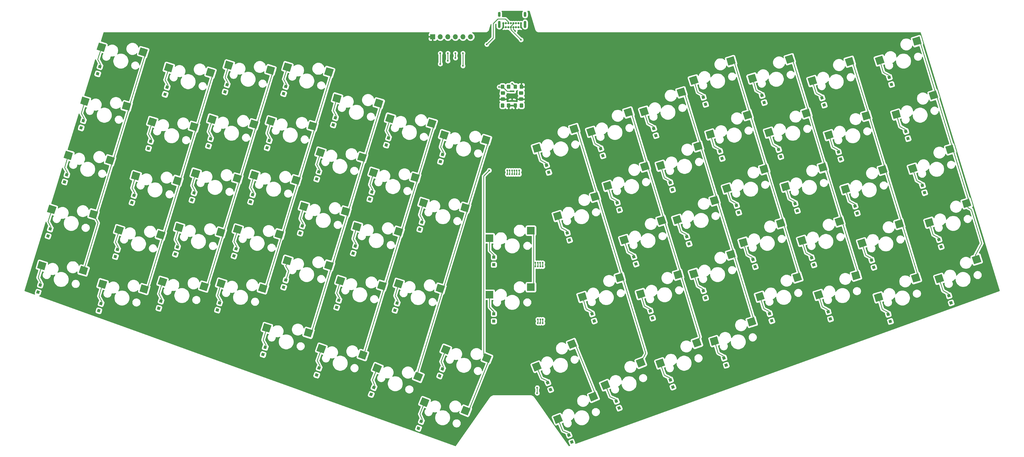
<source format=gbl>
G04 #@! TF.GenerationSoftware,KiCad,Pcbnew,(5.1.4)-1*
G04 #@! TF.CreationDate,2019-11-21T23:19:00-08:00*
G04 #@! TF.ProjectId,AODox,414f446f-782e-46b6-9963-61645f706362,v2*
G04 #@! TF.SameCoordinates,Original*
G04 #@! TF.FileFunction,Copper,L2,Bot*
G04 #@! TF.FilePolarity,Positive*
%FSLAX46Y46*%
G04 Gerber Fmt 4.6, Leading zero omitted, Abs format (unit mm)*
G04 Created by KiCad (PCBNEW (5.1.4)-1) date 2019-11-21 23:19:00*
%MOMM*%
%LPD*%
G04 APERTURE LIST*
%ADD10O,0.900000X1.700000*%
%ADD11O,0.900000X2.400000*%
%ADD12C,0.700000*%
%ADD13C,2.500000*%
%ADD14C,0.100000*%
%ADD15C,1.000000*%
%ADD16C,1.150000*%
%ADD17R,1.700000X1.700000*%
%ADD18O,1.700000X1.700000*%
%ADD19R,1.500000X0.550000*%
%ADD20R,1.000000X1.000000*%
%ADD21R,2.550000X2.500000*%
%ADD22C,0.600000*%
%ADD23C,0.254000*%
%ADD24C,0.508000*%
G04 APERTURE END LIST*
D10*
X215692251Y-64236000D03*
X224342251Y-64236000D03*
D11*
X215692251Y-67616000D03*
X224342251Y-67616000D03*
D12*
X219592251Y-67246000D03*
X217042251Y-67246000D03*
X217892251Y-67246000D03*
X218742251Y-67246000D03*
X222992251Y-67246000D03*
X221292251Y-67246000D03*
X220442251Y-67246000D03*
X222142251Y-67246000D03*
X217042251Y-68596000D03*
X217892251Y-68596000D03*
X218742251Y-68596000D03*
X219592251Y-68596000D03*
X220442251Y-68596000D03*
X221292251Y-68596000D03*
X222142251Y-68596000D03*
X222992251Y-68596000D03*
D13*
X211198610Y-106405559D03*
D14*
G36*
X209613857Y-107228166D02*
G01*
X210344786Y-104837404D01*
X212783363Y-105582952D01*
X212052434Y-107973714D01*
X209613857Y-107228166D01*
X209613857Y-107228166D01*
G37*
D13*
X197211165Y-104785225D03*
D14*
G36*
X195626412Y-105607832D02*
G01*
X196357341Y-103217070D01*
X198795918Y-103962618D01*
X198064989Y-106353380D01*
X195626412Y-105607832D01*
X195626412Y-105607832D01*
G37*
D15*
X124384309Y-87870732D03*
D14*
G36*
X124716276Y-88495070D02*
G01*
X123759971Y-88202699D01*
X124052342Y-87246394D01*
X125008647Y-87538765D01*
X124716276Y-88495070D01*
X124716276Y-88495070D01*
G37*
D15*
X123653379Y-90261494D03*
D14*
G36*
X123985346Y-90885832D02*
G01*
X123029041Y-90593461D01*
X123321412Y-89637156D01*
X124277717Y-89929527D01*
X123985346Y-90885832D01*
X123985346Y-90885832D01*
G37*
G36*
X221461773Y-87854019D02*
G01*
X221486041Y-87857619D01*
X221509840Y-87863580D01*
X221532939Y-87871845D01*
X221555118Y-87882335D01*
X221576161Y-87894947D01*
X221595867Y-87909562D01*
X221614045Y-87926038D01*
X221630521Y-87944216D01*
X221645136Y-87963922D01*
X221657748Y-87984965D01*
X221668238Y-88007144D01*
X221676503Y-88030243D01*
X221682464Y-88054042D01*
X221686064Y-88078310D01*
X221687268Y-88102814D01*
X221687268Y-89002816D01*
X221686064Y-89027320D01*
X221682464Y-89051588D01*
X221676503Y-89075387D01*
X221668238Y-89098486D01*
X221657748Y-89120665D01*
X221645136Y-89141708D01*
X221630521Y-89161414D01*
X221614045Y-89179592D01*
X221595867Y-89196068D01*
X221576161Y-89210683D01*
X221555118Y-89223295D01*
X221532939Y-89233785D01*
X221509840Y-89242050D01*
X221486041Y-89248011D01*
X221461773Y-89251611D01*
X221437269Y-89252815D01*
X220787267Y-89252815D01*
X220762763Y-89251611D01*
X220738495Y-89248011D01*
X220714696Y-89242050D01*
X220691597Y-89233785D01*
X220669418Y-89223295D01*
X220648375Y-89210683D01*
X220628669Y-89196068D01*
X220610491Y-89179592D01*
X220594015Y-89161414D01*
X220579400Y-89141708D01*
X220566788Y-89120665D01*
X220556298Y-89098486D01*
X220548033Y-89075387D01*
X220542072Y-89051588D01*
X220538472Y-89027320D01*
X220537268Y-89002816D01*
X220537268Y-88102814D01*
X220538472Y-88078310D01*
X220542072Y-88054042D01*
X220548033Y-88030243D01*
X220556298Y-88007144D01*
X220566788Y-87984965D01*
X220579400Y-87963922D01*
X220594015Y-87944216D01*
X220610491Y-87926038D01*
X220628669Y-87909562D01*
X220648375Y-87894947D01*
X220669418Y-87882335D01*
X220691597Y-87871845D01*
X220714696Y-87863580D01*
X220738495Y-87857619D01*
X220762763Y-87854019D01*
X220787267Y-87852815D01*
X221437269Y-87852815D01*
X221461773Y-87854019D01*
X221461773Y-87854019D01*
G37*
D16*
X221112268Y-88552815D03*
D14*
G36*
X223511773Y-87854019D02*
G01*
X223536041Y-87857619D01*
X223559840Y-87863580D01*
X223582939Y-87871845D01*
X223605118Y-87882335D01*
X223626161Y-87894947D01*
X223645867Y-87909562D01*
X223664045Y-87926038D01*
X223680521Y-87944216D01*
X223695136Y-87963922D01*
X223707748Y-87984965D01*
X223718238Y-88007144D01*
X223726503Y-88030243D01*
X223732464Y-88054042D01*
X223736064Y-88078310D01*
X223737268Y-88102814D01*
X223737268Y-89002816D01*
X223736064Y-89027320D01*
X223732464Y-89051588D01*
X223726503Y-89075387D01*
X223718238Y-89098486D01*
X223707748Y-89120665D01*
X223695136Y-89141708D01*
X223680521Y-89161414D01*
X223664045Y-89179592D01*
X223645867Y-89196068D01*
X223626161Y-89210683D01*
X223605118Y-89223295D01*
X223582939Y-89233785D01*
X223559840Y-89242050D01*
X223536041Y-89248011D01*
X223511773Y-89251611D01*
X223487269Y-89252815D01*
X222837267Y-89252815D01*
X222812763Y-89251611D01*
X222788495Y-89248011D01*
X222764696Y-89242050D01*
X222741597Y-89233785D01*
X222719418Y-89223295D01*
X222698375Y-89210683D01*
X222678669Y-89196068D01*
X222660491Y-89179592D01*
X222644015Y-89161414D01*
X222629400Y-89141708D01*
X222616788Y-89120665D01*
X222606298Y-89098486D01*
X222598033Y-89075387D01*
X222592072Y-89051588D01*
X222588472Y-89027320D01*
X222587268Y-89002816D01*
X222587268Y-88102814D01*
X222588472Y-88078310D01*
X222592072Y-88054042D01*
X222598033Y-88030243D01*
X222606298Y-88007144D01*
X222616788Y-87984965D01*
X222629400Y-87963922D01*
X222644015Y-87944216D01*
X222660491Y-87926038D01*
X222678669Y-87909562D01*
X222698375Y-87894947D01*
X222719418Y-87882335D01*
X222741597Y-87871845D01*
X222764696Y-87863580D01*
X222788495Y-87857619D01*
X222812763Y-87854019D01*
X222837267Y-87852815D01*
X223487269Y-87852815D01*
X223511773Y-87854019D01*
X223511773Y-87854019D01*
G37*
D16*
X223162268Y-88552815D03*
D14*
G36*
X219211771Y-94144020D02*
G01*
X219236039Y-94147620D01*
X219259838Y-94153581D01*
X219282937Y-94161846D01*
X219305116Y-94172336D01*
X219326159Y-94184948D01*
X219345865Y-94199563D01*
X219364043Y-94216039D01*
X219380519Y-94234217D01*
X219395134Y-94253923D01*
X219407746Y-94274966D01*
X219418236Y-94297145D01*
X219426501Y-94320244D01*
X219432462Y-94344043D01*
X219436062Y-94368311D01*
X219437266Y-94392815D01*
X219437266Y-95292817D01*
X219436062Y-95317321D01*
X219432462Y-95341589D01*
X219426501Y-95365388D01*
X219418236Y-95388487D01*
X219407746Y-95410666D01*
X219395134Y-95431709D01*
X219380519Y-95451415D01*
X219364043Y-95469593D01*
X219345865Y-95486069D01*
X219326159Y-95500684D01*
X219305116Y-95513296D01*
X219282937Y-95523786D01*
X219259838Y-95532051D01*
X219236039Y-95538012D01*
X219211771Y-95541612D01*
X219187267Y-95542816D01*
X218537265Y-95542816D01*
X218512761Y-95541612D01*
X218488493Y-95538012D01*
X218464694Y-95532051D01*
X218441595Y-95523786D01*
X218419416Y-95513296D01*
X218398373Y-95500684D01*
X218378667Y-95486069D01*
X218360489Y-95469593D01*
X218344013Y-95451415D01*
X218329398Y-95431709D01*
X218316786Y-95410666D01*
X218306296Y-95388487D01*
X218298031Y-95365388D01*
X218292070Y-95341589D01*
X218288470Y-95317321D01*
X218287266Y-95292817D01*
X218287266Y-94392815D01*
X218288470Y-94368311D01*
X218292070Y-94344043D01*
X218298031Y-94320244D01*
X218306296Y-94297145D01*
X218316786Y-94274966D01*
X218329398Y-94253923D01*
X218344013Y-94234217D01*
X218360489Y-94216039D01*
X218378667Y-94199563D01*
X218398373Y-94184948D01*
X218419416Y-94172336D01*
X218441595Y-94161846D01*
X218464694Y-94153581D01*
X218488493Y-94147620D01*
X218512761Y-94144020D01*
X218537265Y-94142816D01*
X219187267Y-94142816D01*
X219211771Y-94144020D01*
X219211771Y-94144020D01*
G37*
D16*
X218862266Y-94842816D03*
D14*
G36*
X217161771Y-94144020D02*
G01*
X217186039Y-94147620D01*
X217209838Y-94153581D01*
X217232937Y-94161846D01*
X217255116Y-94172336D01*
X217276159Y-94184948D01*
X217295865Y-94199563D01*
X217314043Y-94216039D01*
X217330519Y-94234217D01*
X217345134Y-94253923D01*
X217357746Y-94274966D01*
X217368236Y-94297145D01*
X217376501Y-94320244D01*
X217382462Y-94344043D01*
X217386062Y-94368311D01*
X217387266Y-94392815D01*
X217387266Y-95292817D01*
X217386062Y-95317321D01*
X217382462Y-95341589D01*
X217376501Y-95365388D01*
X217368236Y-95388487D01*
X217357746Y-95410666D01*
X217345134Y-95431709D01*
X217330519Y-95451415D01*
X217314043Y-95469593D01*
X217295865Y-95486069D01*
X217276159Y-95500684D01*
X217255116Y-95513296D01*
X217232937Y-95523786D01*
X217209838Y-95532051D01*
X217186039Y-95538012D01*
X217161771Y-95541612D01*
X217137267Y-95542816D01*
X216487265Y-95542816D01*
X216462761Y-95541612D01*
X216438493Y-95538012D01*
X216414694Y-95532051D01*
X216391595Y-95523786D01*
X216369416Y-95513296D01*
X216348373Y-95500684D01*
X216328667Y-95486069D01*
X216310489Y-95469593D01*
X216294013Y-95451415D01*
X216279398Y-95431709D01*
X216266786Y-95410666D01*
X216256296Y-95388487D01*
X216248031Y-95365388D01*
X216242070Y-95341589D01*
X216238470Y-95317321D01*
X216237266Y-95292817D01*
X216237266Y-94392815D01*
X216238470Y-94368311D01*
X216242070Y-94344043D01*
X216248031Y-94320244D01*
X216256296Y-94297145D01*
X216266786Y-94274966D01*
X216279398Y-94253923D01*
X216294013Y-94234217D01*
X216310489Y-94216039D01*
X216328667Y-94199563D01*
X216348373Y-94184948D01*
X216369416Y-94172336D01*
X216391595Y-94161846D01*
X216414694Y-94153581D01*
X216438493Y-94147620D01*
X216462761Y-94144020D01*
X216487265Y-94142816D01*
X217137267Y-94142816D01*
X217161771Y-94144020D01*
X217161771Y-94144020D01*
G37*
D16*
X216812266Y-94842816D03*
D15*
X104261875Y-88701344D03*
D14*
G36*
X104593842Y-89325682D02*
G01*
X103637537Y-89033311D01*
X103929908Y-88077006D01*
X104886213Y-88369377D01*
X104593842Y-89325682D01*
X104593842Y-89325682D01*
G37*
D15*
X103530945Y-91092106D03*
D14*
G36*
X103862912Y-91716444D02*
G01*
X102906607Y-91424073D01*
X103198978Y-90467768D01*
X104155283Y-90760139D01*
X103862912Y-91716444D01*
X103862912Y-91716444D01*
G37*
G36*
X223511772Y-92127204D02*
G01*
X223536040Y-92130804D01*
X223559839Y-92136765D01*
X223582938Y-92145030D01*
X223605117Y-92155520D01*
X223626160Y-92168132D01*
X223645866Y-92182747D01*
X223664044Y-92199223D01*
X223680520Y-92217401D01*
X223695135Y-92237107D01*
X223707747Y-92258150D01*
X223718237Y-92280329D01*
X223726502Y-92303428D01*
X223732463Y-92327227D01*
X223736063Y-92351495D01*
X223737267Y-92375999D01*
X223737267Y-93026001D01*
X223736063Y-93050505D01*
X223732463Y-93074773D01*
X223726502Y-93098572D01*
X223718237Y-93121671D01*
X223707747Y-93143850D01*
X223695135Y-93164893D01*
X223680520Y-93184599D01*
X223664044Y-93202777D01*
X223645866Y-93219253D01*
X223626160Y-93233868D01*
X223605117Y-93246480D01*
X223582938Y-93256970D01*
X223559839Y-93265235D01*
X223536040Y-93271196D01*
X223511772Y-93274796D01*
X223487268Y-93276000D01*
X222587266Y-93276000D01*
X222562762Y-93274796D01*
X222538494Y-93271196D01*
X222514695Y-93265235D01*
X222491596Y-93256970D01*
X222469417Y-93246480D01*
X222448374Y-93233868D01*
X222428668Y-93219253D01*
X222410490Y-93202777D01*
X222394014Y-93184599D01*
X222379399Y-93164893D01*
X222366787Y-93143850D01*
X222356297Y-93121671D01*
X222348032Y-93098572D01*
X222342071Y-93074773D01*
X222338471Y-93050505D01*
X222337267Y-93026001D01*
X222337267Y-92375999D01*
X222338471Y-92351495D01*
X222342071Y-92327227D01*
X222348032Y-92303428D01*
X222356297Y-92280329D01*
X222366787Y-92258150D01*
X222379399Y-92237107D01*
X222394014Y-92217401D01*
X222410490Y-92199223D01*
X222428668Y-92182747D01*
X222448374Y-92168132D01*
X222469417Y-92155520D01*
X222491596Y-92145030D01*
X222514695Y-92136765D01*
X222538494Y-92130804D01*
X222562762Y-92127204D01*
X222587266Y-92126000D01*
X223487268Y-92126000D01*
X223511772Y-92127204D01*
X223511772Y-92127204D01*
G37*
D16*
X223037267Y-92701000D03*
D14*
G36*
X223511772Y-90077204D02*
G01*
X223536040Y-90080804D01*
X223559839Y-90086765D01*
X223582938Y-90095030D01*
X223605117Y-90105520D01*
X223626160Y-90118132D01*
X223645866Y-90132747D01*
X223664044Y-90149223D01*
X223680520Y-90167401D01*
X223695135Y-90187107D01*
X223707747Y-90208150D01*
X223718237Y-90230329D01*
X223726502Y-90253428D01*
X223732463Y-90277227D01*
X223736063Y-90301495D01*
X223737267Y-90325999D01*
X223737267Y-90976001D01*
X223736063Y-91000505D01*
X223732463Y-91024773D01*
X223726502Y-91048572D01*
X223718237Y-91071671D01*
X223707747Y-91093850D01*
X223695135Y-91114893D01*
X223680520Y-91134599D01*
X223664044Y-91152777D01*
X223645866Y-91169253D01*
X223626160Y-91183868D01*
X223605117Y-91196480D01*
X223582938Y-91206970D01*
X223559839Y-91215235D01*
X223536040Y-91221196D01*
X223511772Y-91224796D01*
X223487268Y-91226000D01*
X222587266Y-91226000D01*
X222562762Y-91224796D01*
X222538494Y-91221196D01*
X222514695Y-91215235D01*
X222491596Y-91206970D01*
X222469417Y-91196480D01*
X222448374Y-91183868D01*
X222428668Y-91169253D01*
X222410490Y-91152777D01*
X222394014Y-91134599D01*
X222379399Y-91114893D01*
X222366787Y-91093850D01*
X222356297Y-91071671D01*
X222348032Y-91048572D01*
X222342071Y-91024773D01*
X222338471Y-91000505D01*
X222337267Y-90976001D01*
X222337267Y-90325999D01*
X222338471Y-90301495D01*
X222342071Y-90277227D01*
X222348032Y-90253428D01*
X222356297Y-90230329D01*
X222366787Y-90208150D01*
X222379399Y-90187107D01*
X222394014Y-90167401D01*
X222410490Y-90149223D01*
X222428668Y-90132747D01*
X222448374Y-90118132D01*
X222469417Y-90105520D01*
X222491596Y-90095030D01*
X222514695Y-90086765D01*
X222538494Y-90080804D01*
X222562762Y-90077204D01*
X222587266Y-90076000D01*
X223487268Y-90076000D01*
X223511772Y-90077204D01*
X223511772Y-90077204D01*
G37*
D16*
X223037267Y-90651000D03*
D14*
G36*
X217411771Y-92127203D02*
G01*
X217436039Y-92130803D01*
X217459838Y-92136764D01*
X217482937Y-92145029D01*
X217505116Y-92155519D01*
X217526159Y-92168131D01*
X217545865Y-92182746D01*
X217564043Y-92199222D01*
X217580519Y-92217400D01*
X217595134Y-92237106D01*
X217607746Y-92258149D01*
X217618236Y-92280328D01*
X217626501Y-92303427D01*
X217632462Y-92327226D01*
X217636062Y-92351494D01*
X217637266Y-92375998D01*
X217637266Y-93026000D01*
X217636062Y-93050504D01*
X217632462Y-93074772D01*
X217626501Y-93098571D01*
X217618236Y-93121670D01*
X217607746Y-93143849D01*
X217595134Y-93164892D01*
X217580519Y-93184598D01*
X217564043Y-93202776D01*
X217545865Y-93219252D01*
X217526159Y-93233867D01*
X217505116Y-93246479D01*
X217482937Y-93256969D01*
X217459838Y-93265234D01*
X217436039Y-93271195D01*
X217411771Y-93274795D01*
X217387267Y-93275999D01*
X216487265Y-93275999D01*
X216462761Y-93274795D01*
X216438493Y-93271195D01*
X216414694Y-93265234D01*
X216391595Y-93256969D01*
X216369416Y-93246479D01*
X216348373Y-93233867D01*
X216328667Y-93219252D01*
X216310489Y-93202776D01*
X216294013Y-93184598D01*
X216279398Y-93164892D01*
X216266786Y-93143849D01*
X216256296Y-93121670D01*
X216248031Y-93098571D01*
X216242070Y-93074772D01*
X216238470Y-93050504D01*
X216237266Y-93026000D01*
X216237266Y-92375998D01*
X216238470Y-92351494D01*
X216242070Y-92327226D01*
X216248031Y-92303427D01*
X216256296Y-92280328D01*
X216266786Y-92258149D01*
X216279398Y-92237106D01*
X216294013Y-92217400D01*
X216310489Y-92199222D01*
X216328667Y-92182746D01*
X216348373Y-92168131D01*
X216369416Y-92155519D01*
X216391595Y-92145029D01*
X216414694Y-92136764D01*
X216438493Y-92130803D01*
X216462761Y-92127203D01*
X216487265Y-92125999D01*
X217387267Y-92125999D01*
X217411771Y-92127203D01*
X217411771Y-92127203D01*
G37*
D16*
X216937266Y-92700999D03*
D14*
G36*
X217411771Y-90077203D02*
G01*
X217436039Y-90080803D01*
X217459838Y-90086764D01*
X217482937Y-90095029D01*
X217505116Y-90105519D01*
X217526159Y-90118131D01*
X217545865Y-90132746D01*
X217564043Y-90149222D01*
X217580519Y-90167400D01*
X217595134Y-90187106D01*
X217607746Y-90208149D01*
X217618236Y-90230328D01*
X217626501Y-90253427D01*
X217632462Y-90277226D01*
X217636062Y-90301494D01*
X217637266Y-90325998D01*
X217637266Y-90976000D01*
X217636062Y-91000504D01*
X217632462Y-91024772D01*
X217626501Y-91048571D01*
X217618236Y-91071670D01*
X217607746Y-91093849D01*
X217595134Y-91114892D01*
X217580519Y-91134598D01*
X217564043Y-91152776D01*
X217545865Y-91169252D01*
X217526159Y-91183867D01*
X217505116Y-91196479D01*
X217482937Y-91206969D01*
X217459838Y-91215234D01*
X217436039Y-91221195D01*
X217411771Y-91224795D01*
X217387267Y-91225999D01*
X216487265Y-91225999D01*
X216462761Y-91224795D01*
X216438493Y-91221195D01*
X216414694Y-91215234D01*
X216391595Y-91206969D01*
X216369416Y-91196479D01*
X216348373Y-91183867D01*
X216328667Y-91169252D01*
X216310489Y-91152776D01*
X216294013Y-91134598D01*
X216279398Y-91114892D01*
X216266786Y-91093849D01*
X216256296Y-91071670D01*
X216248031Y-91048571D01*
X216242070Y-91024772D01*
X216238470Y-91000504D01*
X216237266Y-90976000D01*
X216237266Y-90325998D01*
X216238470Y-90301494D01*
X216242070Y-90277226D01*
X216248031Y-90253427D01*
X216256296Y-90230328D01*
X216266786Y-90208149D01*
X216279398Y-90187106D01*
X216294013Y-90167400D01*
X216310489Y-90149222D01*
X216328667Y-90132746D01*
X216348373Y-90118131D01*
X216369416Y-90105519D01*
X216391595Y-90095029D01*
X216414694Y-90086764D01*
X216438493Y-90080803D01*
X216462761Y-90077203D01*
X216487265Y-90075999D01*
X217387267Y-90075999D01*
X217411771Y-90077203D01*
X217411771Y-90077203D01*
G37*
D16*
X216937266Y-90650999D03*
D15*
X81669134Y-81794040D03*
D14*
G36*
X82001101Y-82418378D02*
G01*
X81044796Y-82126007D01*
X81337167Y-81169702D01*
X82293472Y-81462073D01*
X82001101Y-82418378D01*
X82001101Y-82418378D01*
G37*
D15*
X80938204Y-84184802D03*
D14*
G36*
X81270171Y-84809140D02*
G01*
X80313866Y-84516769D01*
X80606237Y-83560464D01*
X81562542Y-83852835D01*
X81270171Y-84809140D01*
X81270171Y-84809140D01*
G37*
G36*
X221461773Y-94144019D02*
G01*
X221486041Y-94147619D01*
X221509840Y-94153580D01*
X221532939Y-94161845D01*
X221555118Y-94172335D01*
X221576161Y-94184947D01*
X221595867Y-94199562D01*
X221614045Y-94216038D01*
X221630521Y-94234216D01*
X221645136Y-94253922D01*
X221657748Y-94274965D01*
X221668238Y-94297144D01*
X221676503Y-94320243D01*
X221682464Y-94344042D01*
X221686064Y-94368310D01*
X221687268Y-94392814D01*
X221687268Y-95292816D01*
X221686064Y-95317320D01*
X221682464Y-95341588D01*
X221676503Y-95365387D01*
X221668238Y-95388486D01*
X221657748Y-95410665D01*
X221645136Y-95431708D01*
X221630521Y-95451414D01*
X221614045Y-95469592D01*
X221595867Y-95486068D01*
X221576161Y-95500683D01*
X221555118Y-95513295D01*
X221532939Y-95523785D01*
X221509840Y-95532050D01*
X221486041Y-95538011D01*
X221461773Y-95541611D01*
X221437269Y-95542815D01*
X220787267Y-95542815D01*
X220762763Y-95541611D01*
X220738495Y-95538011D01*
X220714696Y-95532050D01*
X220691597Y-95523785D01*
X220669418Y-95513295D01*
X220648375Y-95500683D01*
X220628669Y-95486068D01*
X220610491Y-95469592D01*
X220594015Y-95451414D01*
X220579400Y-95431708D01*
X220566788Y-95410665D01*
X220556298Y-95388486D01*
X220548033Y-95365387D01*
X220542072Y-95341588D01*
X220538472Y-95317320D01*
X220537268Y-95292816D01*
X220537268Y-94392814D01*
X220538472Y-94368310D01*
X220542072Y-94344042D01*
X220548033Y-94320243D01*
X220556298Y-94297144D01*
X220566788Y-94274965D01*
X220579400Y-94253922D01*
X220594015Y-94234216D01*
X220610491Y-94216038D01*
X220628669Y-94199562D01*
X220648375Y-94184947D01*
X220669418Y-94172335D01*
X220691597Y-94161845D01*
X220714696Y-94153580D01*
X220738495Y-94147619D01*
X220762763Y-94144019D01*
X220787267Y-94142815D01*
X221437269Y-94142815D01*
X221461773Y-94144019D01*
X221461773Y-94144019D01*
G37*
D16*
X221112268Y-94842815D03*
D14*
G36*
X223511773Y-94144019D02*
G01*
X223536041Y-94147619D01*
X223559840Y-94153580D01*
X223582939Y-94161845D01*
X223605118Y-94172335D01*
X223626161Y-94184947D01*
X223645867Y-94199562D01*
X223664045Y-94216038D01*
X223680521Y-94234216D01*
X223695136Y-94253922D01*
X223707748Y-94274965D01*
X223718238Y-94297144D01*
X223726503Y-94320243D01*
X223732464Y-94344042D01*
X223736064Y-94368310D01*
X223737268Y-94392814D01*
X223737268Y-95292816D01*
X223736064Y-95317320D01*
X223732464Y-95341588D01*
X223726503Y-95365387D01*
X223718238Y-95388486D01*
X223707748Y-95410665D01*
X223695136Y-95431708D01*
X223680521Y-95451414D01*
X223664045Y-95469592D01*
X223645867Y-95486068D01*
X223626161Y-95500683D01*
X223605118Y-95513295D01*
X223582939Y-95523785D01*
X223559840Y-95532050D01*
X223536041Y-95538011D01*
X223511773Y-95541611D01*
X223487269Y-95542815D01*
X222837267Y-95542815D01*
X222812763Y-95541611D01*
X222788495Y-95538011D01*
X222764696Y-95532050D01*
X222741597Y-95523785D01*
X222719418Y-95513295D01*
X222698375Y-95500683D01*
X222678669Y-95486068D01*
X222660491Y-95469592D01*
X222644015Y-95451414D01*
X222629400Y-95431708D01*
X222616788Y-95410665D01*
X222606298Y-95388486D01*
X222598033Y-95365387D01*
X222592072Y-95341588D01*
X222588472Y-95317320D01*
X222587268Y-95292816D01*
X222587268Y-94392814D01*
X222588472Y-94368310D01*
X222592072Y-94344042D01*
X222598033Y-94320243D01*
X222606298Y-94297144D01*
X222616788Y-94274965D01*
X222629400Y-94253922D01*
X222644015Y-94234216D01*
X222660491Y-94216038D01*
X222678669Y-94199562D01*
X222698375Y-94184947D01*
X222719418Y-94172335D01*
X222741597Y-94161845D01*
X222764696Y-94153580D01*
X222788495Y-94147619D01*
X222812763Y-94144019D01*
X222837267Y-94142815D01*
X223487269Y-94142815D01*
X223511773Y-94144019D01*
X223511773Y-94144019D01*
G37*
D16*
X223162268Y-94842815D03*
D15*
X173642076Y-189549141D03*
D14*
G36*
X173918365Y-190200036D02*
G01*
X172991181Y-189825430D01*
X173365787Y-188898246D01*
X174292971Y-189272852D01*
X173918365Y-190200036D01*
X173918365Y-190200036D01*
G37*
D15*
X172705560Y-191867101D03*
D14*
G36*
X172981849Y-192517996D02*
G01*
X172054665Y-192143390D01*
X172429271Y-191216206D01*
X173356455Y-191590812D01*
X172981849Y-192517996D01*
X172981849Y-192517996D01*
G37*
D15*
X291120502Y-179679112D03*
D14*
G36*
X291744840Y-180011079D02*
G01*
X290788535Y-180303450D01*
X290496164Y-179347145D01*
X291452469Y-179054774D01*
X291744840Y-180011079D01*
X291744840Y-180011079D01*
G37*
D15*
X291851432Y-182069874D03*
D14*
G36*
X292475770Y-182401841D02*
G01*
X291519465Y-182694212D01*
X291227094Y-181737907D01*
X292183399Y-181445536D01*
X292475770Y-182401841D01*
X292475770Y-182401841D01*
G37*
D15*
X254988047Y-194156837D03*
D14*
G36*
X255638942Y-194433126D02*
G01*
X254711758Y-194807732D01*
X254337152Y-193880548D01*
X255264336Y-193505942D01*
X255638942Y-194433126D01*
X255638942Y-194433126D01*
G37*
D15*
X255924563Y-196474797D03*
D14*
G36*
X256575458Y-196751086D02*
G01*
X255648274Y-197125692D01*
X255273668Y-196198508D01*
X256200852Y-195823902D01*
X256575458Y-196751086D01*
X256575458Y-196751086D01*
G37*
D15*
X366611605Y-158745501D03*
D14*
G36*
X367235943Y-159077468D02*
G01*
X366279638Y-159369839D01*
X365987267Y-158413534D01*
X366943572Y-158121163D01*
X367235943Y-159077468D01*
X367235943Y-159077468D01*
G37*
D15*
X367342535Y-161136263D03*
D14*
G36*
X367966873Y-161468230D02*
G01*
X367010568Y-161760601D01*
X366718197Y-160804296D01*
X367674502Y-160511925D01*
X367966873Y-161468230D01*
X367966873Y-161468230D01*
G37*
D15*
X326107855Y-164146102D03*
D14*
G36*
X326732193Y-164478069D02*
G01*
X325775888Y-164770440D01*
X325483517Y-163814135D01*
X326439822Y-163521764D01*
X326732193Y-164478069D01*
X326732193Y-164478069D01*
G37*
D15*
X326838785Y-166536864D03*
D14*
G36*
X327463123Y-166868831D02*
G01*
X326506818Y-167161202D01*
X326214447Y-166204897D01*
X327170752Y-165912526D01*
X327463123Y-166868831D01*
X327463123Y-166868831D01*
G37*
D15*
X102164034Y-160549921D03*
D14*
G36*
X102496001Y-161174259D02*
G01*
X101539696Y-160881888D01*
X101832067Y-159925583D01*
X102788372Y-160217954D01*
X102496001Y-161174259D01*
X102496001Y-161174259D01*
G37*
D15*
X101433104Y-162940683D03*
D14*
G36*
X101765071Y-163565021D02*
G01*
X100808766Y-163272650D01*
X101101137Y-162316345D01*
X102057442Y-162608716D01*
X101765071Y-163565021D01*
X101765071Y-163565021D01*
G37*
D15*
X61660316Y-155149308D03*
D14*
G36*
X61992283Y-155773646D02*
G01*
X61035978Y-155481275D01*
X61328349Y-154524970D01*
X62284654Y-154817341D01*
X61992283Y-155773646D01*
X61992283Y-155773646D01*
G37*
D15*
X60929386Y-157540070D03*
D14*
G36*
X61261353Y-158164408D02*
G01*
X60305048Y-157872037D01*
X60597419Y-156915732D01*
X61553724Y-157208103D01*
X61261353Y-158164408D01*
X61261353Y-158164408D01*
G37*
D15*
X82041602Y-161380497D03*
D14*
G36*
X82373569Y-162004835D02*
G01*
X81417264Y-161712464D01*
X81709635Y-160756159D01*
X82665940Y-161048530D01*
X82373569Y-162004835D01*
X82373569Y-162004835D01*
G37*
D15*
X81310672Y-163771259D03*
D14*
G36*
X81642639Y-164395597D02*
G01*
X80686334Y-164103226D01*
X80978705Y-163146921D01*
X81935010Y-163439292D01*
X81642639Y-164395597D01*
X81642639Y-164395597D01*
G37*
D15*
X189526006Y-200954888D03*
D14*
G36*
X189802295Y-201605783D02*
G01*
X188875111Y-201231177D01*
X189249717Y-200303993D01*
X190176901Y-200678599D01*
X189802295Y-201605783D01*
X189802295Y-201605783D01*
G37*
D15*
X188589490Y-203272848D03*
D14*
G36*
X188865779Y-203923743D02*
G01*
X187938595Y-203549137D01*
X188313201Y-202621953D01*
X189240385Y-202996559D01*
X188865779Y-203923743D01*
X188865779Y-203923743D01*
G37*
D15*
X363267983Y-139899590D03*
D14*
G36*
X363892321Y-140231557D02*
G01*
X362936016Y-140523928D01*
X362643645Y-139567623D01*
X363599950Y-139275252D01*
X363892321Y-140231557D01*
X363892321Y-140231557D01*
G37*
D15*
X363998913Y-142290352D03*
D14*
G36*
X364623251Y-142622319D02*
G01*
X363666946Y-142914690D01*
X363374575Y-141958385D01*
X364330880Y-141666014D01*
X364623251Y-142622319D01*
X364623251Y-142622319D01*
G37*
D15*
X306425066Y-164752277D03*
D14*
G36*
X307049404Y-165084244D02*
G01*
X306093099Y-165376615D01*
X305800728Y-164420310D01*
X306757033Y-164127939D01*
X307049404Y-165084244D01*
X307049404Y-165084244D01*
G37*
D15*
X307155996Y-167143039D03*
D14*
G36*
X307780334Y-167475006D02*
G01*
X306824029Y-167767377D01*
X306531658Y-166811072D01*
X307487963Y-166518701D01*
X307780334Y-167475006D01*
X307780334Y-167475006D01*
G37*
D15*
X346230318Y-164976685D03*
D14*
G36*
X346854656Y-165308652D02*
G01*
X345898351Y-165601023D01*
X345605980Y-164644718D01*
X346562285Y-164352347D01*
X346854656Y-165308652D01*
X346854656Y-165308652D01*
G37*
D15*
X346961248Y-167367447D03*
D14*
G36*
X347585586Y-167699414D02*
G01*
X346629281Y-167991785D01*
X346336910Y-167035480D01*
X347293215Y-166743109D01*
X347585586Y-167699414D01*
X347585586Y-167699414D01*
G37*
D17*
X193367368Y-71751324D03*
D18*
X195907368Y-71751324D03*
X198447368Y-71751324D03*
X200987368Y-71751324D03*
X203527368Y-71751324D03*
X206067368Y-71751324D03*
D15*
X273162181Y-187032087D03*
D14*
G36*
X273797724Y-187342062D02*
G01*
X272852206Y-187667630D01*
X272526638Y-186722112D01*
X273472156Y-186396544D01*
X273797724Y-187342062D01*
X273797724Y-187342062D01*
G37*
D15*
X273976101Y-189395883D03*
D14*
G36*
X274611644Y-189705858D02*
G01*
X273666126Y-190031426D01*
X273340558Y-189085908D01*
X274286076Y-188760340D01*
X274611644Y-189705858D01*
X274611644Y-189705858D01*
G37*
D15*
X137151431Y-176082935D03*
D14*
G36*
X137483398Y-176707273D02*
G01*
X136527093Y-176414902D01*
X136819464Y-175458597D01*
X137775769Y-175750968D01*
X137483398Y-176707273D01*
X137483398Y-176707273D01*
G37*
D15*
X136420501Y-178473697D03*
D14*
G36*
X136752468Y-179098035D02*
G01*
X135796163Y-178805664D01*
X136088534Y-177849359D01*
X137044839Y-178141730D01*
X136752468Y-179098035D01*
X136752468Y-179098035D01*
G37*
D15*
X239104103Y-205562575D03*
D14*
G36*
X239754998Y-205838864D02*
G01*
X238827814Y-206213470D01*
X238453208Y-205286286D01*
X239380392Y-204911680D01*
X239754998Y-205838864D01*
X239754998Y-205838864D01*
G37*
D15*
X240040619Y-207880535D03*
D14*
G36*
X240691514Y-208156824D02*
G01*
X239764330Y-208531430D01*
X239389724Y-207604246D01*
X240316908Y-207229640D01*
X240691514Y-208156824D01*
X240691514Y-208156824D01*
G37*
D15*
X121846862Y-161156092D03*
D14*
G36*
X122178829Y-161780430D02*
G01*
X121222524Y-161488059D01*
X121514895Y-160531754D01*
X122471200Y-160824125D01*
X122178829Y-161780430D01*
X122178829Y-161780430D01*
G37*
D15*
X121115932Y-163546854D03*
D14*
G36*
X121447899Y-164171192D02*
G01*
X120491594Y-163878821D01*
X120783965Y-162922516D01*
X121740270Y-163214887D01*
X121447899Y-164171192D01*
X121447899Y-164171192D01*
G37*
D15*
X155242425Y-183027585D03*
D14*
G36*
X155552400Y-183663128D02*
G01*
X154606882Y-183337560D01*
X154932450Y-182392042D01*
X155877968Y-182717610D01*
X155552400Y-183663128D01*
X155552400Y-183663128D01*
G37*
D15*
X154428505Y-185391381D03*
D14*
G36*
X154738480Y-186026924D02*
G01*
X153792962Y-185701356D01*
X154118530Y-184755838D01*
X155064048Y-185081406D01*
X154738480Y-186026924D01*
X154738480Y-186026924D01*
G37*
D13*
X175231144Y-94078490D03*
D14*
G36*
X173646391Y-94901097D02*
G01*
X174377320Y-92510335D01*
X176815897Y-93255883D01*
X176084968Y-95646645D01*
X173646391Y-94901097D01*
X173646391Y-94901097D01*
G37*
D13*
X161243699Y-92458156D03*
D14*
G36*
X159658946Y-93280763D02*
G01*
X160389875Y-90890001D01*
X162828452Y-91635549D01*
X162097523Y-94026311D01*
X159658946Y-93280763D01*
X159658946Y-93280763D01*
G37*
D13*
X293490483Y-79896503D03*
D14*
G36*
X292636659Y-81464658D02*
G01*
X291905730Y-79073896D01*
X294344307Y-78328348D01*
X295075236Y-80719110D01*
X292636659Y-81464658D01*
X292636659Y-81464658D01*
G37*
D13*
X280988286Y-86374865D03*
D14*
G36*
X280134462Y-87943020D02*
G01*
X279403533Y-85552258D01*
X281842110Y-84806710D01*
X282573039Y-87197472D01*
X280134462Y-87943020D01*
X280134462Y-87943020D01*
G37*
D13*
X313173334Y-79290339D03*
D14*
G36*
X312319510Y-80858494D02*
G01*
X311588581Y-78467732D01*
X314027158Y-77722184D01*
X314758087Y-80112946D01*
X312319510Y-80858494D01*
X312319510Y-80858494D01*
G37*
D13*
X300671137Y-85768701D03*
D14*
G36*
X299817313Y-87336856D02*
G01*
X299086384Y-84946094D01*
X301524961Y-84200546D01*
X302255890Y-86591308D01*
X299817313Y-87336856D01*
X299817313Y-87336856D01*
G37*
D13*
X240866250Y-102727510D03*
D14*
G36*
X240012426Y-104295665D02*
G01*
X239281497Y-101904903D01*
X241720074Y-101159355D01*
X242451003Y-103550117D01*
X240012426Y-104295665D01*
X240012426Y-104295665D01*
G37*
D13*
X228364053Y-109205872D03*
D14*
G36*
X227510229Y-110774027D02*
G01*
X226779300Y-108383265D01*
X229217877Y-107637717D01*
X229948806Y-110028479D01*
X227510229Y-110774027D01*
X227510229Y-110774027D01*
G37*
D13*
X113214033Y-101968759D03*
D14*
G36*
X111629280Y-102791366D02*
G01*
X112360209Y-100400604D01*
X114798786Y-101146152D01*
X114067857Y-103536914D01*
X111629280Y-102791366D01*
X111629280Y-102791366D01*
G37*
D13*
X99226588Y-100348425D03*
D14*
G36*
X97641835Y-101171032D02*
G01*
X98372764Y-98780270D01*
X100811341Y-99525818D01*
X100080412Y-101916580D01*
X97641835Y-101171032D01*
X97641835Y-101171032D01*
G37*
D13*
X96176370Y-76891690D03*
D14*
G36*
X94591617Y-77714297D02*
G01*
X95322546Y-75323535D01*
X97761123Y-76069083D01*
X97030194Y-78459845D01*
X94591617Y-77714297D01*
X94591617Y-77714297D01*
G37*
D13*
X82188925Y-75271356D03*
D14*
G36*
X80604172Y-76093963D02*
G01*
X81335101Y-73703201D01*
X83773678Y-74448749D01*
X83042749Y-76839511D01*
X80604172Y-76093963D01*
X80604172Y-76093963D01*
G37*
D13*
X158574377Y-83574552D03*
D14*
G36*
X156989624Y-84397159D02*
G01*
X157720553Y-82006397D01*
X160159130Y-82751945D01*
X159428201Y-85142707D01*
X156989624Y-84397159D01*
X156989624Y-84397159D01*
G37*
D13*
X144586932Y-81954218D03*
D14*
G36*
X143002179Y-82776825D02*
G01*
X143733108Y-80386063D01*
X146171685Y-81131611D01*
X145440756Y-83522373D01*
X143002179Y-82776825D01*
X143002179Y-82776825D01*
G37*
D13*
X259035989Y-97172456D03*
D14*
G36*
X258182165Y-98740611D02*
G01*
X257451236Y-96349849D01*
X259889813Y-95604301D01*
X260620742Y-97995063D01*
X258182165Y-98740611D01*
X258182165Y-98740611D01*
G37*
D13*
X246533792Y-103650818D03*
D14*
G36*
X245679968Y-105218973D02*
G01*
X244949039Y-102828211D01*
X247387616Y-102082663D01*
X248118545Y-104473425D01*
X245679968Y-105218973D01*
X245679968Y-105218973D01*
G37*
D13*
X133336460Y-101138173D03*
D14*
G36*
X131751707Y-101960780D02*
G01*
X132482636Y-99570018D01*
X134921213Y-100315566D01*
X134190284Y-102706328D01*
X131751707Y-101960780D01*
X131751707Y-101960780D01*
G37*
D13*
X119349015Y-99517839D03*
D14*
G36*
X117764262Y-100340446D02*
G01*
X118495191Y-97949684D01*
X120933768Y-98695232D01*
X120202839Y-101085994D01*
X117764262Y-100340446D01*
X117764262Y-100340446D01*
G37*
D13*
X333295741Y-80120936D03*
D14*
G36*
X332441917Y-81689091D02*
G01*
X331710988Y-79298329D01*
X334149565Y-78552781D01*
X334880494Y-80943543D01*
X332441917Y-81689091D01*
X332441917Y-81689091D01*
G37*
D13*
X320793544Y-86599298D03*
D14*
G36*
X319939720Y-88167453D02*
G01*
X319208791Y-85776691D01*
X321647368Y-85031143D01*
X322378297Y-87421905D01*
X319939720Y-88167453D01*
X319939720Y-88167453D01*
G37*
D13*
X138891547Y-82968378D03*
D14*
G36*
X137306794Y-83790985D02*
G01*
X138037723Y-81400223D01*
X140476300Y-82145771D01*
X139745371Y-84536533D01*
X137306794Y-83790985D01*
X137306794Y-83790985D01*
G37*
D13*
X124904102Y-81348044D03*
D14*
G36*
X123319349Y-82170651D02*
G01*
X124050278Y-79779889D01*
X126488855Y-80525437D01*
X125757926Y-82916199D01*
X123319349Y-82170651D01*
X123319349Y-82170651D01*
G37*
D13*
X193028835Y-100850507D03*
D14*
G36*
X191444082Y-101673114D02*
G01*
X192175011Y-99282352D01*
X194613588Y-100027900D01*
X193882659Y-102418662D01*
X191444082Y-101673114D01*
X191444082Y-101673114D01*
G37*
D13*
X179041390Y-99230173D03*
D14*
G36*
X177456637Y-100052780D02*
G01*
X178187566Y-97662018D01*
X180626143Y-98407566D01*
X179895214Y-100798328D01*
X177456637Y-100052780D01*
X177456637Y-100052780D01*
G37*
D13*
X276833746Y-90400454D03*
D14*
G36*
X275979922Y-91968609D02*
G01*
X275248993Y-89577847D01*
X277687570Y-88832299D01*
X278418499Y-91223061D01*
X275979922Y-91968609D01*
X275979922Y-91968609D01*
G37*
D13*
X264331549Y-96878816D03*
D14*
G36*
X263477725Y-98446971D02*
G01*
X262746796Y-96056209D01*
X265185373Y-95310661D01*
X265916302Y-97701423D01*
X263477725Y-98446971D01*
X263477725Y-98446971D01*
G37*
D13*
X355888453Y-73213639D03*
D14*
G36*
X355034629Y-74781794D02*
G01*
X354303700Y-72391032D01*
X356742277Y-71645484D01*
X357473206Y-74036246D01*
X355034629Y-74781794D01*
X355034629Y-74781794D01*
G37*
D13*
X343386256Y-79692001D03*
D14*
G36*
X342532432Y-81260156D02*
G01*
X341801503Y-78869394D01*
X344240080Y-78123846D01*
X344971009Y-80514608D01*
X342532432Y-81260156D01*
X342532432Y-81260156D01*
G37*
D13*
X90621286Y-95061476D03*
D14*
G36*
X89036533Y-95884083D02*
G01*
X89767462Y-93493321D01*
X92206039Y-94238869D01*
X91475110Y-96629631D01*
X89036533Y-95884083D01*
X89036533Y-95884083D01*
G37*
D13*
X76633841Y-93441142D03*
D14*
G36*
X75049088Y-94263749D02*
G01*
X75780017Y-91872987D01*
X78218594Y-92618535D01*
X77487665Y-95009297D01*
X75049088Y-94263749D01*
X75049088Y-94263749D01*
G37*
D13*
X118769111Y-83799000D03*
D14*
G36*
X117184358Y-84621607D02*
G01*
X117915287Y-82230845D01*
X120353864Y-82976393D01*
X119622935Y-85367155D01*
X117184358Y-84621607D01*
X117184358Y-84621607D01*
G37*
D13*
X104781666Y-82178666D03*
D14*
G36*
X103196913Y-83001273D02*
G01*
X103927842Y-80610511D01*
X106366419Y-81356059D01*
X105635490Y-83746821D01*
X103196913Y-83001273D01*
X103196913Y-83001273D01*
G37*
D15*
X335120182Y-128637100D03*
D14*
G36*
X335744520Y-128969067D02*
G01*
X334788215Y-129261438D01*
X334495844Y-128305133D01*
X335452149Y-128012762D01*
X335744520Y-128969067D01*
X335744520Y-128969067D01*
G37*
D15*
X335851112Y-131027862D03*
D14*
G36*
X336475450Y-131359829D02*
G01*
X335519145Y-131652200D01*
X335226774Y-130695895D01*
X336183079Y-130403524D01*
X336475450Y-131359829D01*
X336475450Y-131359829D01*
G37*
D15*
X161856416Y-160262248D03*
D14*
G36*
X162188383Y-160886586D02*
G01*
X161232078Y-160594215D01*
X161524449Y-159637910D01*
X162480754Y-159930281D01*
X162188383Y-160886586D01*
X162188383Y-160886586D01*
G37*
D15*
X161125486Y-162653010D03*
D14*
G36*
X161457453Y-163277348D02*
G01*
X160501148Y-162984977D01*
X160793519Y-162028672D01*
X161749824Y-162321043D01*
X161457453Y-163277348D01*
X161457453Y-163277348D01*
G37*
D15*
X284213244Y-157086408D03*
D14*
G36*
X284837582Y-157418375D02*
G01*
X283881277Y-157710746D01*
X283588906Y-156754441D01*
X284545211Y-156462070D01*
X284837582Y-157418375D01*
X284837582Y-157418375D01*
G37*
D15*
X284944174Y-159477170D03*
D14*
G36*
X285568512Y-159809137D02*
G01*
X284612207Y-160101508D01*
X284319836Y-159145203D01*
X285276141Y-158852832D01*
X285568512Y-159809137D01*
X285568512Y-159809137D01*
G37*
D15*
X300870013Y-146582467D03*
D14*
G36*
X301494351Y-146914434D02*
G01*
X300538046Y-147206805D01*
X300245675Y-146250500D01*
X301201980Y-145958129D01*
X301494351Y-146914434D01*
X301494351Y-146914434D01*
G37*
D15*
X301600943Y-148973229D03*
D14*
G36*
X302225281Y-149305196D02*
G01*
X301268976Y-149597567D01*
X300976605Y-148641262D01*
X301932910Y-148348891D01*
X302225281Y-149305196D01*
X302225281Y-149305196D01*
G37*
D15*
X87596656Y-143210695D03*
D14*
G36*
X87928623Y-143835033D02*
G01*
X86972318Y-143542662D01*
X87264689Y-142586357D01*
X88220994Y-142878728D01*
X87928623Y-143835033D01*
X87928623Y-143835033D01*
G37*
D15*
X86865726Y-145601457D03*
D14*
G36*
X87197693Y-146225795D02*
G01*
X86241388Y-145933424D01*
X86533759Y-144977119D01*
X87490064Y-145269490D01*
X87197693Y-146225795D01*
X87197693Y-146225795D01*
G37*
D15*
X320552828Y-145976303D03*
D14*
G36*
X321177166Y-146308270D02*
G01*
X320220861Y-146600641D01*
X319928490Y-145644336D01*
X320884795Y-145351965D01*
X321177166Y-146308270D01*
X321177166Y-146308270D01*
G37*
D15*
X321283758Y-148367065D03*
D14*
G36*
X321908096Y-148699032D02*
G01*
X320951791Y-148991403D01*
X320659420Y-148035098D01*
X321615725Y-147742727D01*
X321908096Y-148699032D01*
X321908096Y-148699032D01*
G37*
D15*
X340675238Y-146806890D03*
D14*
G36*
X341299576Y-147138857D02*
G01*
X340343271Y-147431228D01*
X340050900Y-146474923D01*
X341007205Y-146182552D01*
X341299576Y-147138857D01*
X341299576Y-147138857D01*
G37*
D15*
X341406168Y-149197652D03*
D14*
G36*
X342030506Y-149529619D02*
G01*
X341074201Y-149821990D01*
X340781830Y-148865685D01*
X341738135Y-148573314D01*
X342030506Y-149529619D01*
X342030506Y-149529619D01*
G37*
D15*
X278658189Y-138916625D03*
D14*
G36*
X279282527Y-139248592D02*
G01*
X278326222Y-139540963D01*
X278033851Y-138584658D01*
X278990156Y-138292287D01*
X279282527Y-139248592D01*
X279282527Y-139248592D01*
G37*
D15*
X279389119Y-141307387D03*
D14*
G36*
X280013457Y-141639354D02*
G01*
X279057152Y-141931725D01*
X278764781Y-140975420D01*
X279721086Y-140683049D01*
X280013457Y-141639354D01*
X280013457Y-141639354D01*
G37*
D15*
X314997744Y-127806506D03*
D14*
G36*
X315622082Y-128138473D02*
G01*
X314665777Y-128430844D01*
X314373406Y-127474539D01*
X315329711Y-127182168D01*
X315622082Y-128138473D01*
X315622082Y-128138473D01*
G37*
D15*
X315728674Y-130197268D03*
D14*
G36*
X316353012Y-130529235D02*
G01*
X315396707Y-130821606D01*
X315104336Y-129865301D01*
X316060641Y-129572930D01*
X316353012Y-130529235D01*
X316353012Y-130529235D01*
G37*
D15*
X295314943Y-128412691D03*
D14*
G36*
X295939281Y-128744658D02*
G01*
X294982976Y-129037029D01*
X294690605Y-128080724D01*
X295646910Y-127788353D01*
X295939281Y-128744658D01*
X295939281Y-128744658D01*
G37*
D15*
X296045873Y-130803453D03*
D14*
G36*
X296670211Y-131135420D02*
G01*
X295713906Y-131427791D01*
X295421535Y-130471486D01*
X296377840Y-130179115D01*
X296670211Y-131135420D01*
X296670211Y-131135420D01*
G37*
D15*
X127401944Y-142986298D03*
D14*
G36*
X127733911Y-143610636D02*
G01*
X126777606Y-143318265D01*
X127069977Y-142361960D01*
X128026282Y-142654331D01*
X127733911Y-143610636D01*
X127733911Y-143610636D01*
G37*
D15*
X126671014Y-145377060D03*
D14*
G36*
X127002981Y-146001398D02*
G01*
X126046676Y-145709027D01*
X126339047Y-144752722D01*
X127295352Y-145045093D01*
X127002981Y-146001398D01*
X127002981Y-146001398D01*
G37*
D15*
X357712923Y-121729810D03*
D14*
G36*
X358337261Y-122061777D02*
G01*
X357380956Y-122354148D01*
X357088585Y-121397843D01*
X358044890Y-121105472D01*
X358337261Y-122061777D01*
X358337261Y-122061777D01*
G37*
D15*
X358443853Y-124120572D03*
D14*
G36*
X359068191Y-124452539D02*
G01*
X358111886Y-124744910D01*
X357819515Y-123788605D01*
X358775820Y-123496234D01*
X359068191Y-124452539D01*
X359068191Y-124452539D01*
G37*
D15*
X65003913Y-136303415D03*
D14*
G36*
X65335880Y-136927753D02*
G01*
X64379575Y-136635382D01*
X64671946Y-135679077D01*
X65628251Y-135971448D01*
X65335880Y-136927753D01*
X65335880Y-136927753D01*
G37*
D15*
X64272983Y-138694177D03*
D14*
G36*
X64604950Y-139318515D02*
G01*
X63648645Y-139026144D01*
X63941016Y-138069839D01*
X64897321Y-138362210D01*
X64604950Y-139318515D01*
X64604950Y-139318515D01*
G37*
D15*
X107719120Y-142380130D03*
D14*
G36*
X108051087Y-143004468D02*
G01*
X107094782Y-142712097D01*
X107387153Y-141755792D01*
X108343458Y-142048163D01*
X108051087Y-143004468D01*
X108051087Y-143004468D01*
G37*
D15*
X106988190Y-144770892D03*
D14*
G36*
X107320157Y-145395230D02*
G01*
X106363852Y-145102859D01*
X106656223Y-144146554D01*
X107612528Y-144438925D01*
X107320157Y-145395230D01*
X107320157Y-145395230D01*
G37*
D15*
X144058720Y-153490228D03*
D14*
G36*
X144390687Y-154114566D02*
G01*
X143434382Y-153822195D01*
X143726753Y-152865890D01*
X144683058Y-153158261D01*
X144390687Y-154114566D01*
X144390687Y-154114566D01*
G37*
D15*
X143327790Y-155880990D03*
D14*
G36*
X143659757Y-156505328D02*
G01*
X142703452Y-156212957D01*
X142995823Y-155256652D01*
X143952128Y-155549023D01*
X143659757Y-156505328D01*
X143659757Y-156505328D01*
G37*
D15*
X196643525Y-183338389D03*
D14*
G36*
X196919814Y-183989284D02*
G01*
X195992630Y-183614678D01*
X196367236Y-182687494D01*
X197294420Y-183062100D01*
X196919814Y-183989284D01*
X196919814Y-183989284D01*
G37*
D15*
X195707009Y-185656349D03*
D14*
G36*
X195983298Y-186307244D02*
G01*
X195056114Y-185932638D01*
X195430720Y-185005454D01*
X196357904Y-185380060D01*
X195983298Y-186307244D01*
X195983298Y-186307244D01*
G37*
D15*
X231986583Y-187946086D03*
D14*
G36*
X232637478Y-188222375D02*
G01*
X231710294Y-188596981D01*
X231335688Y-187669797D01*
X232262872Y-187295191D01*
X232637478Y-188222375D01*
X232637478Y-188222375D01*
G37*
D15*
X232923099Y-190264046D03*
D14*
G36*
X233573994Y-190540335D02*
G01*
X232646810Y-190914941D01*
X232272204Y-189987757D01*
X233199388Y-189613151D01*
X233573994Y-190540335D01*
X233573994Y-190540335D01*
G37*
D15*
X266415515Y-163858415D03*
D14*
G36*
X267039853Y-164190382D02*
G01*
X266083548Y-164482753D01*
X265791177Y-163526448D01*
X266747482Y-163234077D01*
X267039853Y-164190382D01*
X267039853Y-164190382D01*
G37*
D15*
X267146445Y-166249177D03*
D14*
G36*
X267770783Y-166581144D02*
G01*
X266814478Y-166873515D01*
X266522107Y-165917210D01*
X267478412Y-165624839D01*
X267770783Y-166581144D01*
X267770783Y-166581144D01*
G37*
D13*
X375897298Y-146568926D03*
D14*
G36*
X375043474Y-148137081D02*
G01*
X374312545Y-145746319D01*
X376751122Y-145000771D01*
X377482051Y-147391533D01*
X375043474Y-148137081D01*
X375043474Y-148137081D01*
G37*
D13*
X363395101Y-153047288D03*
D14*
G36*
X362541277Y-154615443D02*
G01*
X361810348Y-152224681D01*
X364248925Y-151479133D01*
X364979854Y-153869895D01*
X362541277Y-154615443D01*
X362541277Y-154615443D01*
G37*
D13*
X96548841Y-156478146D03*
D14*
G36*
X94964088Y-157300753D02*
G01*
X95695017Y-154909991D01*
X98133594Y-155655539D01*
X97402665Y-158046301D01*
X94964088Y-157300753D01*
X94964088Y-157300753D01*
G37*
D13*
X82561396Y-154857812D03*
D14*
G36*
X80976643Y-155680419D02*
G01*
X81707572Y-153289657D01*
X84146149Y-154035205D01*
X83415220Y-156425967D01*
X80976643Y-155680419D01*
X80976643Y-155680419D01*
G37*
D13*
X174728365Y-183096582D03*
D14*
G36*
X173077947Y-183777938D02*
G01*
X174014464Y-181459979D01*
X176378783Y-182415226D01*
X175442266Y-184733185D01*
X173077947Y-183777938D01*
X173077947Y-183777938D01*
G37*
D13*
X188521362Y-185929836D03*
D14*
G36*
X186870944Y-186611192D02*
G01*
X187807461Y-184293233D01*
X190171780Y-185248480D01*
X189235263Y-187566439D01*
X186870944Y-186611192D01*
X186870944Y-186611192D01*
G37*
D13*
X263177140Y-181217305D03*
D14*
G36*
X262463239Y-182853908D02*
G01*
X261526722Y-180535949D01*
X263891041Y-179580702D01*
X264827558Y-181898661D01*
X262463239Y-182853908D01*
X262463239Y-182853908D01*
G37*
D13*
X251287144Y-188760653D03*
D14*
G36*
X250573243Y-190397256D02*
G01*
X249636726Y-188079297D01*
X252001045Y-187124050D01*
X252937562Y-189442009D01*
X250573243Y-190397256D01*
X250573243Y-190397256D01*
G37*
D19*
X220017248Y-90050999D03*
X220017248Y-93300999D03*
D13*
X169911898Y-178634524D03*
D14*
G36*
X168299402Y-179401323D02*
G01*
X169113322Y-177037526D01*
X171524394Y-177867725D01*
X170710474Y-180231522D01*
X168299402Y-179401323D01*
X168299402Y-179401323D01*
G37*
D13*
X155989523Y-176527023D03*
D14*
G36*
X154377027Y-177293822D02*
G01*
X155190947Y-174930025D01*
X157602019Y-175760224D01*
X156788099Y-178124021D01*
X154377027Y-177293822D01*
X154377027Y-177293822D01*
G37*
D13*
X315710762Y-152575699D03*
D14*
G36*
X314856938Y-154143854D02*
G01*
X314126009Y-151753092D01*
X316564586Y-151007544D01*
X317295515Y-153398306D01*
X314856938Y-154143854D01*
X314856938Y-154143854D01*
G37*
D13*
X303208565Y-159054061D03*
D14*
G36*
X302354741Y-160622216D02*
G01*
X301623812Y-158231454D01*
X304062389Y-157485906D01*
X304793318Y-159876668D01*
X302354741Y-160622216D01*
X302354741Y-160622216D01*
G37*
D13*
X310155705Y-134405898D03*
D14*
G36*
X309301881Y-135974053D02*
G01*
X308570952Y-133583291D01*
X311009529Y-132837743D01*
X311740458Y-135228505D01*
X309301881Y-135974053D01*
X309301881Y-135974053D01*
G37*
D13*
X297653508Y-140884260D03*
D14*
G36*
X296799684Y-142452415D02*
G01*
X296068755Y-140061653D01*
X298507332Y-139316105D01*
X299238261Y-141706867D01*
X296799684Y-142452415D01*
X296799684Y-142452415D01*
G37*
D13*
X329838525Y-133799737D03*
D14*
G36*
X328984701Y-135367892D02*
G01*
X328253772Y-132977130D01*
X330692349Y-132231582D01*
X331423278Y-134622344D01*
X328984701Y-135367892D01*
X328984701Y-135367892D01*
G37*
D13*
X317336328Y-140278099D03*
D14*
G36*
X316482504Y-141846254D02*
G01*
X315751575Y-139455492D01*
X318190152Y-138709944D01*
X318921081Y-141100706D01*
X316482504Y-141846254D01*
X316482504Y-141846254D01*
G37*
D13*
X372553671Y-127723017D03*
D14*
G36*
X371699847Y-129291172D02*
G01*
X370968918Y-126900410D01*
X373407495Y-126154862D01*
X374138424Y-128545624D01*
X371699847Y-129291172D01*
X371699847Y-129291172D01*
G37*
D13*
X360051474Y-134201379D03*
D14*
G36*
X359197650Y-135769534D02*
G01*
X358466721Y-133378772D01*
X360905298Y-132633224D01*
X361636227Y-135023986D01*
X359197650Y-135769534D01*
X359197650Y-135769534D01*
G37*
D13*
X151658667Y-171180582D03*
D14*
G36*
X150073914Y-172003189D02*
G01*
X150804843Y-169612427D01*
X153243420Y-170357975D01*
X152512491Y-172748737D01*
X150073914Y-172003189D01*
X150073914Y-172003189D01*
G37*
D13*
X137671222Y-169560248D03*
D14*
G36*
X136086469Y-170382855D02*
G01*
X136817398Y-167992093D01*
X139255975Y-168737641D01*
X138525046Y-171128403D01*
X136086469Y-170382855D01*
X136086469Y-170382855D01*
G37*
D13*
X190612297Y-194502333D03*
D14*
G36*
X188961879Y-195183689D02*
G01*
X189898396Y-192865730D01*
X192262715Y-193820977D01*
X191326198Y-196138936D01*
X188961879Y-195183689D01*
X188961879Y-195183689D01*
G37*
D13*
X204405294Y-197335587D03*
D14*
G36*
X202754876Y-198016943D02*
G01*
X203691393Y-195698984D01*
X206055712Y-196654231D01*
X205119195Y-198972190D01*
X202754876Y-198016943D01*
X202754876Y-198016943D01*
G37*
D13*
X355516015Y-152800114D03*
D14*
G36*
X354662191Y-154368269D02*
G01*
X353931262Y-151977507D01*
X356369839Y-151231959D01*
X357100768Y-153622721D01*
X354662191Y-154368269D01*
X354662191Y-154368269D01*
G37*
D13*
X343013818Y-159278476D03*
D14*
G36*
X342159994Y-160846631D02*
G01*
X341429065Y-158455869D01*
X343867642Y-157710321D01*
X344598571Y-160101083D01*
X342159994Y-160846631D01*
X342159994Y-160846631D01*
G37*
G36*
X217161772Y-87857205D02*
G01*
X217186040Y-87860805D01*
X217209839Y-87866766D01*
X217232938Y-87875031D01*
X217255117Y-87885521D01*
X217276160Y-87898133D01*
X217295866Y-87912748D01*
X217314044Y-87929224D01*
X217330520Y-87947402D01*
X217345135Y-87967108D01*
X217357747Y-87988151D01*
X217368237Y-88010330D01*
X217376502Y-88033429D01*
X217382463Y-88057228D01*
X217386063Y-88081496D01*
X217387267Y-88106000D01*
X217387267Y-89006002D01*
X217386063Y-89030506D01*
X217382463Y-89054774D01*
X217376502Y-89078573D01*
X217368237Y-89101672D01*
X217357747Y-89123851D01*
X217345135Y-89144894D01*
X217330520Y-89164600D01*
X217314044Y-89182778D01*
X217295866Y-89199254D01*
X217276160Y-89213869D01*
X217255117Y-89226481D01*
X217232938Y-89236971D01*
X217209839Y-89245236D01*
X217186040Y-89251197D01*
X217161772Y-89254797D01*
X217137268Y-89256001D01*
X216487266Y-89256001D01*
X216462762Y-89254797D01*
X216438494Y-89251197D01*
X216414695Y-89245236D01*
X216391596Y-89236971D01*
X216369417Y-89226481D01*
X216348374Y-89213869D01*
X216328668Y-89199254D01*
X216310490Y-89182778D01*
X216294014Y-89164600D01*
X216279399Y-89144894D01*
X216266787Y-89123851D01*
X216256297Y-89101672D01*
X216248032Y-89078573D01*
X216242071Y-89054774D01*
X216238471Y-89030506D01*
X216237267Y-89006002D01*
X216237267Y-88106000D01*
X216238471Y-88081496D01*
X216242071Y-88057228D01*
X216248032Y-88033429D01*
X216256297Y-88010330D01*
X216266787Y-87988151D01*
X216279399Y-87967108D01*
X216294014Y-87947402D01*
X216310490Y-87929224D01*
X216328668Y-87912748D01*
X216348374Y-87898133D01*
X216369417Y-87885521D01*
X216391596Y-87875031D01*
X216414695Y-87866766D01*
X216438494Y-87860805D01*
X216462762Y-87857205D01*
X216487266Y-87856001D01*
X217137268Y-87856001D01*
X217161772Y-87857205D01*
X217161772Y-87857205D01*
G37*
D16*
X216812267Y-88556001D03*
D14*
G36*
X219211772Y-87857205D02*
G01*
X219236040Y-87860805D01*
X219259839Y-87866766D01*
X219282938Y-87875031D01*
X219305117Y-87885521D01*
X219326160Y-87898133D01*
X219345866Y-87912748D01*
X219364044Y-87929224D01*
X219380520Y-87947402D01*
X219395135Y-87967108D01*
X219407747Y-87988151D01*
X219418237Y-88010330D01*
X219426502Y-88033429D01*
X219432463Y-88057228D01*
X219436063Y-88081496D01*
X219437267Y-88106000D01*
X219437267Y-89006002D01*
X219436063Y-89030506D01*
X219432463Y-89054774D01*
X219426502Y-89078573D01*
X219418237Y-89101672D01*
X219407747Y-89123851D01*
X219395135Y-89144894D01*
X219380520Y-89164600D01*
X219364044Y-89182778D01*
X219345866Y-89199254D01*
X219326160Y-89213869D01*
X219305117Y-89226481D01*
X219282938Y-89236971D01*
X219259839Y-89245236D01*
X219236040Y-89251197D01*
X219211772Y-89254797D01*
X219187268Y-89256001D01*
X218537266Y-89256001D01*
X218512762Y-89254797D01*
X218488494Y-89251197D01*
X218464695Y-89245236D01*
X218441596Y-89236971D01*
X218419417Y-89226481D01*
X218398374Y-89213869D01*
X218378668Y-89199254D01*
X218360490Y-89182778D01*
X218344014Y-89164600D01*
X218329399Y-89144894D01*
X218316787Y-89123851D01*
X218306297Y-89101672D01*
X218298032Y-89078573D01*
X218292071Y-89054774D01*
X218288471Y-89030506D01*
X218287267Y-89006002D01*
X218287267Y-88106000D01*
X218288471Y-88081496D01*
X218292071Y-88057228D01*
X218298032Y-88033429D01*
X218306297Y-88010330D01*
X218316787Y-87988151D01*
X218329399Y-87967108D01*
X218344014Y-87947402D01*
X218360490Y-87929224D01*
X218378668Y-87912748D01*
X218398374Y-87898133D01*
X218419417Y-87885521D01*
X218441596Y-87875031D01*
X218464695Y-87866766D01*
X218488494Y-87860805D01*
X218512762Y-87857205D01*
X218537266Y-87856001D01*
X219187268Y-87856001D01*
X219211772Y-87857205D01*
X219211772Y-87857205D01*
G37*
D16*
X218862267Y-88556001D03*
D13*
X76167554Y-150246963D03*
D14*
G36*
X74582801Y-151069570D02*
G01*
X75313730Y-148678808D01*
X77752307Y-149424356D01*
X77021378Y-151815118D01*
X74582801Y-151069570D01*
X74582801Y-151069570D01*
G37*
D13*
X62180109Y-148626629D03*
D14*
G36*
X60595356Y-149449236D02*
G01*
X61326285Y-147058474D01*
X63764862Y-147804022D01*
X63033933Y-150194784D01*
X60595356Y-149449236D01*
X60595356Y-149449236D01*
G37*
D13*
X116671273Y-155647573D03*
D14*
G36*
X115086520Y-156470180D02*
G01*
X115817449Y-154079418D01*
X118256026Y-154824966D01*
X117525097Y-157215728D01*
X115086520Y-156470180D01*
X115086520Y-156470180D01*
G37*
D13*
X102683828Y-154027239D03*
D14*
G36*
X101099075Y-154849846D02*
G01*
X101830004Y-152459084D01*
X104268581Y-153204632D01*
X103537652Y-155595394D01*
X101099075Y-154849846D01*
X101099075Y-154849846D01*
G37*
D13*
X247293207Y-192623048D03*
D14*
G36*
X246579306Y-194259651D02*
G01*
X245642789Y-191941692D01*
X248007108Y-190986445D01*
X248943625Y-193304404D01*
X246579306Y-194259651D01*
X246579306Y-194259651D01*
G37*
D13*
X235403211Y-200166396D03*
D14*
G36*
X234689310Y-201802999D02*
G01*
X233752793Y-199485040D01*
X236117112Y-198529793D01*
X237053629Y-200847752D01*
X234689310Y-201802999D01*
X234689310Y-201802999D01*
G37*
D13*
X136354103Y-156253745D03*
D14*
G36*
X134769350Y-157076352D02*
G01*
X135500279Y-154685590D01*
X137938856Y-155431138D01*
X137207927Y-157821900D01*
X134769350Y-157076352D01*
X134769350Y-157076352D01*
G37*
D13*
X122366658Y-154633411D03*
D14*
G36*
X120781905Y-155456018D02*
G01*
X121512834Y-153065256D01*
X123951411Y-153810804D01*
X123220482Y-156201566D01*
X120781905Y-155456018D01*
X120781905Y-155456018D01*
G37*
D13*
X349960932Y-134630318D03*
D14*
G36*
X349107108Y-136198473D02*
G01*
X348376179Y-133807711D01*
X350814756Y-133062163D01*
X351545685Y-135452925D01*
X349107108Y-136198473D01*
X349107108Y-136198473D01*
G37*
D13*
X337458735Y-141108680D03*
D14*
G36*
X336604911Y-142676835D02*
G01*
X335873982Y-140286073D01*
X338312559Y-139540525D01*
X339043488Y-141931287D01*
X336604911Y-142676835D01*
X336604911Y-142676835D01*
G37*
D13*
X293498943Y-144909838D03*
D14*
G36*
X292645119Y-146477993D02*
G01*
X291914190Y-144087231D01*
X294352767Y-143341683D01*
X295083696Y-145732445D01*
X292645119Y-146477993D01*
X292645119Y-146477993D01*
G37*
D13*
X280996746Y-151388200D03*
D14*
G36*
X280142922Y-152956355D02*
G01*
X279411993Y-150565593D01*
X281850570Y-149820045D01*
X282581499Y-152210807D01*
X280142922Y-152956355D01*
X280142922Y-152956355D01*
G37*
D13*
X282017251Y-174538869D03*
D14*
G36*
X281218675Y-176135867D02*
G01*
X280404755Y-173772070D01*
X282815827Y-172941871D01*
X283629747Y-175305668D01*
X281218675Y-176135867D01*
X281218675Y-176135867D01*
G37*
D13*
X269748761Y-181449605D03*
D14*
G36*
X268950185Y-183046603D02*
G01*
X268136265Y-180682806D01*
X270547337Y-179852607D01*
X271361257Y-182216404D01*
X268950185Y-183046603D01*
X268950185Y-183046603D01*
G37*
D13*
X300406200Y-167502535D03*
D14*
G36*
X299552376Y-169070690D02*
G01*
X298821447Y-166679928D01*
X301260024Y-165934380D01*
X301990953Y-168325142D01*
X299552376Y-169070690D01*
X299552376Y-169070690D01*
G37*
D13*
X287904003Y-173980897D03*
D14*
G36*
X287050179Y-175549052D02*
G01*
X286319250Y-173158290D01*
X288757827Y-172412742D01*
X289488756Y-174803504D01*
X287050179Y-175549052D01*
X287050179Y-175549052D01*
G37*
D13*
X335393550Y-151969529D03*
D14*
G36*
X334539726Y-153537684D02*
G01*
X333808797Y-151146922D01*
X336247374Y-150401374D01*
X336978303Y-152792136D01*
X334539726Y-153537684D01*
X334539726Y-153537684D01*
G37*
D13*
X322891353Y-158447891D03*
D14*
G36*
X322037529Y-160016046D02*
G01*
X321306600Y-157625284D01*
X323745177Y-156879736D01*
X324476106Y-159270498D01*
X322037529Y-160016046D01*
X322037529Y-160016046D01*
G37*
D15*
X309442692Y-109636693D03*
D14*
G36*
X310067030Y-109968660D02*
G01*
X309110725Y-110261031D01*
X308818354Y-109304726D01*
X309774659Y-109012355D01*
X310067030Y-109968660D01*
X310067030Y-109968660D01*
G37*
D15*
X310173622Y-112027455D03*
D14*
G36*
X310797960Y-112359422D02*
G01*
X309841655Y-112651793D01*
X309549284Y-111695488D01*
X310505589Y-111403117D01*
X310797960Y-112359422D01*
X310797960Y-112359422D01*
G37*
D15*
X238536576Y-137656180D03*
D14*
G36*
X239160914Y-137988147D02*
G01*
X238204609Y-138280518D01*
X237912238Y-137324213D01*
X238868543Y-137031842D01*
X239160914Y-137988147D01*
X239160914Y-137988147D01*
G37*
D15*
X239267506Y-140046942D03*
D14*
G36*
X239891844Y-140378909D02*
G01*
X238935539Y-140671280D01*
X238643168Y-139714975D01*
X239599473Y-139422604D01*
X239891844Y-140378909D01*
X239891844Y-140378909D01*
G37*
D20*
X213867238Y-145804196D03*
X213867238Y-148304196D03*
D15*
X70558967Y-118133622D03*
D14*
G36*
X70890934Y-118757960D02*
G01*
X69934629Y-118465589D01*
X70227000Y-117509284D01*
X71183305Y-117801655D01*
X70890934Y-118757960D01*
X70890934Y-118757960D01*
G37*
D15*
X69828037Y-120524384D03*
D14*
G36*
X70160004Y-121148722D02*
G01*
X69203699Y-120856351D01*
X69496070Y-119900046D01*
X70452375Y-120192417D01*
X70160004Y-121148722D01*
X70160004Y-121148722D01*
G37*
D15*
X329565128Y-110467291D03*
D14*
G36*
X330189466Y-110799258D02*
G01*
X329233161Y-111091629D01*
X328940790Y-110135324D01*
X329897095Y-109842953D01*
X330189466Y-110799258D01*
X330189466Y-110799258D01*
G37*
D15*
X330296058Y-112858053D03*
D14*
G36*
X330920396Y-113190020D02*
G01*
X329964091Y-113482391D01*
X329671720Y-112526086D01*
X330628025Y-112233715D01*
X330920396Y-113190020D01*
X330920396Y-113190020D01*
G37*
D15*
X352157872Y-103560000D03*
D14*
G36*
X352782210Y-103891967D02*
G01*
X351825905Y-104184338D01*
X351533534Y-103228033D01*
X352489839Y-102935662D01*
X352782210Y-103891967D01*
X352782210Y-103891967D01*
G37*
D15*
X352888802Y-105950762D03*
D14*
G36*
X353513140Y-106282729D02*
G01*
X352556835Y-106575100D01*
X352264464Y-105618795D01*
X353220769Y-105326424D01*
X353513140Y-106282729D01*
X353513140Y-106282729D01*
G37*
D15*
X255305381Y-127518814D03*
D14*
G36*
X255929719Y-127850781D02*
G01*
X254973414Y-128143152D01*
X254681043Y-127186847D01*
X255637348Y-126894476D01*
X255929719Y-127850781D01*
X255929719Y-127850781D01*
G37*
D15*
X256036311Y-129909576D03*
D14*
G36*
X256660649Y-130241543D02*
G01*
X255704344Y-130533914D01*
X255411973Y-129577609D01*
X256368278Y-129285238D01*
X256660649Y-130241543D01*
X256660649Y-130241543D01*
G37*
D15*
X273103107Y-120746807D03*
D14*
G36*
X273727445Y-121078774D02*
G01*
X272771140Y-121371145D01*
X272478769Y-120414840D01*
X273435074Y-120122469D01*
X273727445Y-121078774D01*
X273727445Y-121078774D01*
G37*
D15*
X273834037Y-123137569D03*
D14*
G36*
X274458375Y-123469536D02*
G01*
X273502070Y-123761907D01*
X273209699Y-122805602D01*
X274166004Y-122513231D01*
X274458375Y-123469536D01*
X274458375Y-123469536D01*
G37*
D15*
X289759861Y-110242870D03*
D14*
G36*
X290384199Y-110574837D02*
G01*
X289427894Y-110867208D01*
X289135523Y-109910903D01*
X290091828Y-109618532D01*
X290384199Y-110574837D01*
X290384199Y-110574837D01*
G37*
D15*
X290490791Y-112633632D03*
D14*
G36*
X291115129Y-112965599D02*
G01*
X290158824Y-113257970D01*
X289866453Y-112301665D01*
X290822758Y-112009294D01*
X291115129Y-112965599D01*
X291115129Y-112965599D01*
G37*
D15*
X160723904Y-98980836D03*
D14*
G36*
X161055871Y-99605174D02*
G01*
X160099566Y-99312803D01*
X160391937Y-98356498D01*
X161348242Y-98648869D01*
X161055871Y-99605174D01*
X161055871Y-99605174D01*
G37*
D15*
X159992974Y-101371598D03*
D14*
G36*
X160324941Y-101995936D02*
G01*
X159368636Y-101703565D01*
X159661007Y-100747260D01*
X160617312Y-101039631D01*
X160324941Y-101995936D01*
X160324941Y-101995936D01*
G37*
D15*
X98706787Y-106871113D03*
D14*
G36*
X99038754Y-107495451D02*
G01*
X98082449Y-107203080D01*
X98374820Y-106246775D01*
X99331125Y-106539146D01*
X99038754Y-107495451D01*
X99038754Y-107495451D01*
G37*
D15*
X97975857Y-109261875D03*
D14*
G36*
X98307824Y-109886213D02*
G01*
X97351519Y-109593842D01*
X97643890Y-108637537D01*
X98600195Y-108929908D01*
X98307824Y-109886213D01*
X98307824Y-109886213D01*
G37*
D15*
X138512055Y-106646689D03*
D14*
G36*
X138844022Y-107271027D02*
G01*
X137887717Y-106978656D01*
X138180088Y-106022351D01*
X139136393Y-106314722D01*
X138844022Y-107271027D01*
X138844022Y-107271027D01*
G37*
D15*
X137781125Y-109037451D03*
D14*
G36*
X138113092Y-109661789D02*
G01*
X137156787Y-109369418D01*
X137449158Y-108413113D01*
X138405463Y-108705484D01*
X138113092Y-109661789D01*
X138113092Y-109661789D01*
G37*
D15*
X144067137Y-88476905D03*
D14*
G36*
X144399104Y-89101243D02*
G01*
X143442799Y-88808872D01*
X143735170Y-87852567D01*
X144691475Y-88144938D01*
X144399104Y-89101243D01*
X144399104Y-89101243D01*
G37*
D15*
X143336207Y-90867667D03*
D14*
G36*
X143668174Y-91492005D02*
G01*
X142711869Y-91199634D01*
X143004240Y-90243329D01*
X143960545Y-90535700D01*
X143668174Y-91492005D01*
X143668174Y-91492005D01*
G37*
D15*
X324010046Y-92297509D03*
D14*
G36*
X324634384Y-92629476D02*
G01*
X323678079Y-92921847D01*
X323385708Y-91965542D01*
X324342013Y-91673171D01*
X324634384Y-92629476D01*
X324634384Y-92629476D01*
G37*
D15*
X324740976Y-94688271D03*
D14*
G36*
X325365314Y-95020238D02*
G01*
X324409009Y-95312609D01*
X324116638Y-94356304D01*
X325072943Y-94063933D01*
X325365314Y-95020238D01*
X325365314Y-95020238D01*
G37*
D15*
X196691371Y-111307911D03*
D14*
G36*
X197023338Y-111932249D02*
G01*
X196067033Y-111639878D01*
X196359404Y-110683573D01*
X197315709Y-110975944D01*
X197023338Y-111932249D01*
X197023338Y-111932249D01*
G37*
D15*
X195960441Y-113698673D03*
D14*
G36*
X196292408Y-114323011D02*
G01*
X195336103Y-114030640D01*
X195628474Y-113074335D01*
X196584779Y-113366706D01*
X196292408Y-114323011D01*
X196292408Y-114323011D01*
G37*
D15*
X249750295Y-109349035D03*
D14*
G36*
X250374633Y-109681002D02*
G01*
X249418328Y-109973373D01*
X249125957Y-109017068D01*
X250082262Y-108724697D01*
X250374633Y-109681002D01*
X250374633Y-109681002D01*
G37*
D15*
X250481225Y-111739797D03*
D14*
G36*
X251105563Y-112071764D02*
G01*
X250149258Y-112364135D01*
X249856887Y-111407830D01*
X250813192Y-111115459D01*
X251105563Y-112071764D01*
X251105563Y-112071764D01*
G37*
D15*
X346602755Y-85390220D03*
D14*
G36*
X347227093Y-85722187D02*
G01*
X346270788Y-86014558D01*
X345978417Y-85058253D01*
X346934722Y-84765882D01*
X347227093Y-85722187D01*
X347227093Y-85722187D01*
G37*
D15*
X347333685Y-87780982D03*
D14*
G36*
X347958023Y-88112949D02*
G01*
X347001718Y-88405320D01*
X346709347Y-87449015D01*
X347665652Y-87156644D01*
X347958023Y-88112949D01*
X347958023Y-88112949D01*
G37*
D15*
X118829225Y-106040523D03*
D14*
G36*
X119161192Y-106664861D02*
G01*
X118204887Y-106372490D01*
X118497258Y-105416185D01*
X119453563Y-105708556D01*
X119161192Y-106664861D01*
X119161192Y-106664861D01*
G37*
D15*
X118098295Y-108431285D03*
D14*
G36*
X118430262Y-109055623D02*
G01*
X117473957Y-108763252D01*
X117766328Y-107806947D01*
X118722633Y-108099318D01*
X118430262Y-109055623D01*
X118430262Y-109055623D01*
G37*
D15*
X267548051Y-102577027D03*
D14*
G36*
X268172389Y-102908994D02*
G01*
X267216084Y-103201365D01*
X266923713Y-102245060D01*
X267880018Y-101952689D01*
X268172389Y-102908994D01*
X268172389Y-102908994D01*
G37*
D15*
X268278981Y-104967789D03*
D14*
G36*
X268903319Y-105299756D02*
G01*
X267947014Y-105592127D01*
X267654643Y-104635822D01*
X268610948Y-104343451D01*
X268903319Y-105299756D01*
X268903319Y-105299756D01*
G37*
D15*
X284204791Y-92073075D03*
D14*
G36*
X284829129Y-92405042D02*
G01*
X283872824Y-92697413D01*
X283580453Y-91741108D01*
X284536758Y-91448737D01*
X284829129Y-92405042D01*
X284829129Y-92405042D01*
G37*
D15*
X284935721Y-94463837D03*
D14*
G36*
X285560059Y-94795804D02*
G01*
X284603754Y-95088175D01*
X284311383Y-94131870D01*
X285267688Y-93839499D01*
X285560059Y-94795804D01*
X285560059Y-94795804D01*
G37*
D15*
X303887641Y-91466910D03*
D14*
G36*
X304511979Y-91798877D02*
G01*
X303555674Y-92091248D01*
X303263303Y-91134943D01*
X304219608Y-90842572D01*
X304511979Y-91798877D01*
X304511979Y-91798877D01*
G37*
D15*
X304618571Y-93857672D03*
D14*
G36*
X305242909Y-94189639D02*
G01*
X304286604Y-94482010D01*
X303994233Y-93525705D01*
X304950538Y-93233334D01*
X305242909Y-94189639D01*
X305242909Y-94189639D01*
G37*
D15*
X155168851Y-117150630D03*
D14*
G36*
X155500818Y-117774968D02*
G01*
X154544513Y-117482597D01*
X154836884Y-116526292D01*
X155793189Y-116818663D01*
X155500818Y-117774968D01*
X155500818Y-117774968D01*
G37*
D15*
X154437921Y-119541392D03*
D14*
G36*
X154769888Y-120165730D02*
G01*
X153813583Y-119873359D01*
X154105954Y-118917054D01*
X155062259Y-119209425D01*
X154769888Y-120165730D01*
X154769888Y-120165730D01*
G37*
D15*
X76114047Y-99963823D03*
D14*
G36*
X76446014Y-100588161D02*
G01*
X75489709Y-100295790D01*
X75782080Y-99339485D01*
X76738385Y-99631856D01*
X76446014Y-100588161D01*
X76446014Y-100588161D01*
G37*
D15*
X75383117Y-102354585D03*
D14*
G36*
X75715084Y-102978923D02*
G01*
X74758779Y-102686552D01*
X75051150Y-101730247D01*
X76007455Y-102022618D01*
X75715084Y-102978923D01*
X75715084Y-102978923D01*
G37*
D15*
X172966549Y-123922641D03*
D14*
G36*
X173298516Y-124546979D02*
G01*
X172342211Y-124254608D01*
X172634582Y-123298303D01*
X173590887Y-123590674D01*
X173298516Y-124546979D01*
X173298516Y-124546979D01*
G37*
D15*
X172235619Y-126313403D03*
D14*
G36*
X172567586Y-126937741D02*
G01*
X171611281Y-126645370D01*
X171903652Y-125689065D01*
X172859957Y-125981436D01*
X172567586Y-126937741D01*
X172567586Y-126937741D01*
G37*
D15*
X231580557Y-114904089D03*
D14*
G36*
X232204895Y-115236056D02*
G01*
X231248590Y-115528427D01*
X230956219Y-114572122D01*
X231912524Y-114279751D01*
X232204895Y-115236056D01*
X232204895Y-115236056D01*
G37*
D15*
X232311487Y-117294851D03*
D14*
G36*
X232935825Y-117626818D02*
G01*
X231979520Y-117919189D01*
X231687149Y-116962884D01*
X232643454Y-116670513D01*
X232935825Y-117626818D01*
X232935825Y-117626818D01*
G37*
D15*
X189735373Y-134059993D03*
D14*
G36*
X190067340Y-134684331D02*
G01*
X189111035Y-134391960D01*
X189403406Y-133435655D01*
X190359711Y-133728026D01*
X190067340Y-134684331D01*
X190067340Y-134684331D01*
G37*
D15*
X189004443Y-136450755D03*
D14*
G36*
X189336410Y-137075093D02*
G01*
X188380105Y-136782722D01*
X188672476Y-135826417D01*
X189628781Y-136118788D01*
X189336410Y-137075093D01*
X189336410Y-137075093D01*
G37*
D15*
X178521603Y-105752859D03*
D14*
G36*
X178853570Y-106377197D02*
G01*
X177897265Y-106084826D01*
X178189636Y-105128521D01*
X179145941Y-105420892D01*
X178853570Y-106377197D01*
X178853570Y-106377197D01*
G37*
D15*
X177790673Y-108143621D03*
D14*
G36*
X178122640Y-108767959D02*
G01*
X177166335Y-108475588D01*
X177458706Y-107519283D01*
X178415011Y-107811654D01*
X178122640Y-108767959D01*
X178122640Y-108767959D01*
G37*
D13*
X141909182Y-138083950D03*
D14*
G36*
X140324429Y-138906557D02*
G01*
X141055358Y-136515795D01*
X143493935Y-137261343D01*
X142763006Y-139652105D01*
X140324429Y-138906557D01*
X140324429Y-138906557D01*
G37*
D13*
X127921737Y-136463616D03*
D14*
G36*
X126336984Y-137286223D02*
G01*
X127067913Y-134895461D01*
X129506490Y-135641009D01*
X128775561Y-138031771D01*
X126336984Y-137286223D01*
X126336984Y-137286223D01*
G37*
D13*
X176363657Y-155359889D03*
D14*
G36*
X174778904Y-156182496D02*
G01*
X175509833Y-153791734D01*
X177948410Y-154537282D01*
X177217481Y-156928044D01*
X174778904Y-156182496D01*
X174778904Y-156182496D01*
G37*
D13*
X162376212Y-153739555D03*
D14*
G36*
X160791459Y-154562162D02*
G01*
X161522388Y-152171400D01*
X163960965Y-152916948D01*
X163230036Y-155307710D01*
X160791459Y-154562162D01*
X160791459Y-154562162D01*
G37*
D13*
X211522818Y-179719079D03*
D14*
G36*
X209872400Y-180400435D02*
G01*
X210808917Y-178082476D01*
X213173236Y-179037723D01*
X212236719Y-181355682D01*
X209872400Y-180400435D01*
X209872400Y-180400435D01*
G37*
D13*
X197729821Y-176885825D03*
D14*
G36*
X196079403Y-177567181D02*
G01*
X197015920Y-175249222D01*
X199380239Y-176204469D01*
X198443722Y-178522428D01*
X196079403Y-177567181D01*
X196079403Y-177567181D01*
G37*
D13*
X240175686Y-175006550D03*
D14*
G36*
X239461785Y-176643153D02*
G01*
X238525268Y-174325194D01*
X240889587Y-173369947D01*
X241826104Y-175687906D01*
X239461785Y-176643153D01*
X239461785Y-176643153D01*
G37*
D13*
X228285690Y-182549898D03*
D14*
G36*
X227571789Y-184186501D02*
G01*
X226635272Y-181868542D01*
X228999591Y-180913295D01*
X229936108Y-183231254D01*
X227571789Y-184186501D01*
X227571789Y-184186501D01*
G37*
D13*
X270146156Y-133512056D03*
D14*
G36*
X269292332Y-135080211D02*
G01*
X268561403Y-132689449D01*
X270999980Y-131943901D01*
X271730909Y-134334663D01*
X269292332Y-135080211D01*
X269292332Y-135080211D01*
G37*
D13*
X257643959Y-139990418D03*
D14*
G36*
X256790135Y-141558573D02*
G01*
X256059206Y-139167811D01*
X258497783Y-138422263D01*
X259228712Y-140813025D01*
X256790135Y-141558573D01*
X256790135Y-141558573D01*
G37*
D13*
X158565956Y-148587880D03*
D14*
G36*
X156981203Y-149410487D02*
G01*
X157712132Y-147019725D01*
X160150709Y-147765273D01*
X159419780Y-150156035D01*
X156981203Y-149410487D01*
X156981203Y-149410487D01*
G37*
D13*
X144578511Y-146967546D03*
D14*
G36*
X142993758Y-147790153D02*
G01*
X143724687Y-145399391D01*
X146163264Y-146144939D01*
X145432335Y-148535701D01*
X142993758Y-147790153D01*
X142993758Y-147790153D01*
G37*
D13*
X275701210Y-151681835D03*
D14*
G36*
X274847386Y-153249990D02*
G01*
X274116457Y-150859228D01*
X276555034Y-150113680D01*
X277285963Y-152504442D01*
X274847386Y-153249990D01*
X274847386Y-153249990D01*
G37*
D13*
X263199013Y-158160197D03*
D14*
G36*
X262345189Y-159728352D02*
G01*
X261614260Y-157337590D01*
X264052837Y-156592042D01*
X264783766Y-158982804D01*
X262345189Y-159728352D01*
X262345189Y-159728352D01*
G37*
D13*
X256130466Y-152654618D03*
D14*
G36*
X255276642Y-154222773D02*
G01*
X254545713Y-151832011D01*
X256984290Y-151086463D01*
X257715219Y-153477225D01*
X255276642Y-154222773D01*
X255276642Y-154222773D01*
G37*
D13*
X243628269Y-159132980D03*
D14*
G36*
X242774445Y-160701135D02*
G01*
X242043516Y-158310373D01*
X244482093Y-157564825D01*
X245213022Y-159955587D01*
X242774445Y-160701135D01*
X242774445Y-160701135D01*
G37*
D13*
X122226359Y-137477780D03*
D14*
G36*
X120641606Y-138300387D02*
G01*
X121372535Y-135909625D01*
X123811112Y-136655173D01*
X123080183Y-139045935D01*
X120641606Y-138300387D01*
X120641606Y-138300387D01*
G37*
D13*
X108238914Y-135857446D03*
D14*
G36*
X106654161Y-136680053D02*
G01*
X107385090Y-134289291D01*
X109823667Y-135034839D01*
X109092738Y-137425601D01*
X106654161Y-136680053D01*
X106654161Y-136680053D01*
G37*
D13*
X304600642Y-116236122D03*
D14*
G36*
X303746818Y-117804277D02*
G01*
X303015889Y-115413515D01*
X305454466Y-114667967D01*
X306185395Y-117058729D01*
X303746818Y-117804277D01*
X303746818Y-117804277D01*
G37*
D13*
X292098445Y-122714484D03*
D14*
G36*
X291244621Y-124282639D02*
G01*
X290513692Y-121891877D01*
X292952269Y-121146329D01*
X293683198Y-123537091D01*
X291244621Y-124282639D01*
X291244621Y-124282639D01*
G37*
D13*
X366998612Y-109553234D03*
D14*
G36*
X366144788Y-111121389D02*
G01*
X365413859Y-108730627D01*
X367852436Y-107985079D01*
X368583365Y-110375841D01*
X366144788Y-111121389D01*
X366144788Y-111121389D01*
G37*
D13*
X354496415Y-116031596D03*
D14*
G36*
X353642591Y-117599751D02*
G01*
X352911662Y-115208989D01*
X355350239Y-114463441D01*
X356081168Y-116854203D01*
X353642591Y-117599751D01*
X353642591Y-117599751D01*
G37*
D13*
X79511152Y-131401058D03*
D14*
G36*
X77926399Y-132223665D02*
G01*
X78657328Y-129832903D01*
X81095905Y-130578451D01*
X80364976Y-132969213D01*
X77926399Y-132223665D01*
X77926399Y-132223665D01*
G37*
D13*
X65523707Y-129780724D03*
D14*
G36*
X63938954Y-130603331D02*
G01*
X64669883Y-128212569D01*
X67108460Y-128958117D01*
X66377531Y-131348879D01*
X63938954Y-130603331D01*
X63938954Y-130603331D01*
G37*
D13*
X324283440Y-115629938D03*
D14*
G36*
X323429616Y-117198093D02*
G01*
X322698687Y-114807331D01*
X325137264Y-114061783D01*
X325868193Y-116452545D01*
X323429616Y-117198093D01*
X323429616Y-117198093D01*
G37*
D13*
X311781243Y-122108300D03*
D14*
G36*
X310927419Y-123676455D02*
G01*
X310196490Y-121285693D01*
X312635067Y-120540145D01*
X313365996Y-122930907D01*
X310927419Y-123676455D01*
X310927419Y-123676455D01*
G37*
D13*
X195934356Y-156332653D03*
D14*
G36*
X194349603Y-157155260D02*
G01*
X195080532Y-154764498D01*
X197519109Y-155510046D01*
X196788180Y-157900808D01*
X194349603Y-157155260D01*
X194349603Y-157155260D01*
G37*
D13*
X181946911Y-154712319D03*
D14*
G36*
X180362158Y-155534926D02*
G01*
X181093087Y-153144164D01*
X183531664Y-153889712D01*
X182800735Y-156280474D01*
X180362158Y-155534926D01*
X180362158Y-155534926D01*
G37*
D13*
X287943887Y-126740053D03*
D14*
G36*
X287090063Y-128308208D02*
G01*
X286359134Y-125917446D01*
X288797711Y-125171898D01*
X289528640Y-127562660D01*
X287090063Y-128308208D01*
X287090063Y-128308208D01*
G37*
D13*
X275441690Y-133218415D03*
D14*
G36*
X274587866Y-134786570D02*
G01*
X273856937Y-132395808D01*
X276295514Y-131650260D01*
X277026443Y-134041022D01*
X274587866Y-134786570D01*
X274587866Y-134786570D01*
G37*
D21*
X226307265Y-155874547D03*
X212457265Y-158414547D03*
D13*
X344405878Y-116460525D03*
D14*
G36*
X343552054Y-118028680D02*
G01*
X342821125Y-115637918D01*
X345259702Y-114892370D01*
X345990631Y-117283132D01*
X343552054Y-118028680D01*
X343552054Y-118028680D01*
G37*
D13*
X331903681Y-122938887D03*
D14*
G36*
X331049857Y-124507042D02*
G01*
X330318928Y-122116280D01*
X332757505Y-121370732D01*
X333488434Y-123761494D01*
X331049857Y-124507042D01*
X331049857Y-124507042D01*
G37*
D13*
X102103888Y-138308347D03*
D14*
G36*
X100519135Y-139130954D02*
G01*
X101250064Y-136740192D01*
X103688641Y-137485740D01*
X102957712Y-139876502D01*
X100519135Y-139130954D01*
X100519135Y-139130954D01*
G37*
D13*
X88116443Y-136688013D03*
D14*
G36*
X86531690Y-137510620D02*
G01*
X87262619Y-135119858D01*
X89701196Y-135865406D01*
X88970267Y-138256168D01*
X86531690Y-137510620D01*
X86531690Y-137510620D01*
G37*
D13*
X264591076Y-115342241D03*
D14*
G36*
X263737252Y-116910396D02*
G01*
X263006323Y-114519634D01*
X265444900Y-113774086D01*
X266175829Y-116164848D01*
X263737252Y-116910396D01*
X263737252Y-116910396D01*
G37*
D13*
X252088879Y-121820603D03*
D14*
G36*
X251235055Y-123388758D02*
G01*
X250504126Y-120997996D01*
X252942703Y-120252448D01*
X253673632Y-122643210D01*
X251235055Y-123388758D01*
X251235055Y-123388758D01*
G37*
D13*
X169676093Y-112248283D03*
D14*
G36*
X168091340Y-113070890D02*
G01*
X168822269Y-110680128D01*
X171260846Y-111425676D01*
X170529917Y-113816438D01*
X168091340Y-113070890D01*
X168091340Y-113070890D01*
G37*
D13*
X155688648Y-110627949D03*
D14*
G36*
X154103895Y-111450556D02*
G01*
X154834824Y-109059794D01*
X157273401Y-109805342D01*
X156542472Y-112196104D01*
X154103895Y-111450556D01*
X154103895Y-111450556D01*
G37*
D13*
X282388802Y-108570233D03*
D14*
G36*
X281534978Y-110138388D02*
G01*
X280804049Y-107747626D01*
X283242626Y-107002078D01*
X283973555Y-109392840D01*
X281534978Y-110138388D01*
X281534978Y-110138388D01*
G37*
D13*
X269886605Y-115048595D03*
D14*
G36*
X269032781Y-116616750D02*
G01*
X268301852Y-114225988D01*
X270740429Y-113480440D01*
X271471358Y-115871202D01*
X269032781Y-116616750D01*
X269032781Y-116616750D01*
G37*
D13*
X318728354Y-97460119D03*
D14*
G36*
X317874530Y-99028274D02*
G01*
X317143601Y-96637512D01*
X319582178Y-95891964D01*
X320313107Y-98282726D01*
X317874530Y-99028274D01*
X317874530Y-99028274D01*
G37*
D13*
X306226157Y-103938481D03*
D14*
G36*
X305372333Y-105506636D02*
G01*
X304641404Y-103115874D01*
X307079981Y-102370326D01*
X307810910Y-104761088D01*
X305372333Y-105506636D01*
X305372333Y-105506636D01*
G37*
D13*
X204242615Y-129157641D03*
D14*
G36*
X202657862Y-129980248D02*
G01*
X203388791Y-127589486D01*
X205827368Y-128335034D01*
X205096439Y-130725796D01*
X202657862Y-129980248D01*
X202657862Y-129980248D01*
G37*
D13*
X190255170Y-127537307D03*
D14*
G36*
X188670417Y-128359914D02*
G01*
X189401346Y-125969152D01*
X191839923Y-126714700D01*
X191108994Y-129105462D01*
X188670417Y-128359914D01*
X188670417Y-128359914D01*
G37*
D13*
X107658972Y-120138575D03*
D14*
G36*
X106074219Y-120961182D02*
G01*
X106805148Y-118570420D01*
X109243725Y-119315968D01*
X108512796Y-121706730D01*
X106074219Y-120961182D01*
X106074219Y-120961182D01*
G37*
D13*
X93671527Y-118518241D03*
D14*
G36*
X92086774Y-119340848D02*
G01*
X92817703Y-116950086D01*
X95256280Y-117695634D01*
X94525351Y-120086396D01*
X92086774Y-119340848D01*
X92086774Y-119340848D01*
G37*
D21*
X226307262Y-136874554D03*
X212457262Y-139414554D03*
D13*
X147464242Y-119914160D03*
D14*
G36*
X145879489Y-120736767D02*
G01*
X146610418Y-118346005D01*
X149048995Y-119091553D01*
X148318066Y-121482315D01*
X145879489Y-120736767D01*
X145879489Y-120736767D01*
G37*
D13*
X133476797Y-118293826D03*
D14*
G36*
X131892044Y-119116433D02*
G01*
X132622973Y-116725671D01*
X135061550Y-117471219D01*
X134330621Y-119861981D01*
X131892044Y-119116433D01*
X131892044Y-119116433D01*
G37*
D13*
X164121008Y-130418087D03*
D14*
G36*
X162536255Y-131240694D02*
G01*
X163267184Y-128849932D01*
X165705761Y-129595480D01*
X164974832Y-131986242D01*
X162536255Y-131240694D01*
X162536255Y-131240694D01*
G37*
D13*
X150133563Y-128797753D03*
D14*
G36*
X148548810Y-129620360D02*
G01*
X149279739Y-127229598D01*
X151718316Y-127975146D01*
X150987387Y-130365908D01*
X148548810Y-129620360D01*
X148548810Y-129620360D01*
G37*
D13*
X187473796Y-119020292D03*
D14*
G36*
X185889043Y-119842899D02*
G01*
X186619972Y-117452137D01*
X189058549Y-118197685D01*
X188327620Y-120588447D01*
X185889043Y-119842899D01*
X185889043Y-119842899D01*
G37*
D13*
X173486351Y-117399958D03*
D14*
G36*
X171901598Y-118222565D02*
G01*
X172632527Y-115831803D01*
X175071104Y-116577351D01*
X174340175Y-118968113D01*
X171901598Y-118222565D01*
X171901598Y-118222565D01*
G37*
D13*
X361443566Y-91383420D03*
D14*
G36*
X360589742Y-92951575D02*
G01*
X359858813Y-90560813D01*
X362297390Y-89815265D01*
X363028319Y-92206027D01*
X360589742Y-92951575D01*
X360589742Y-92951575D01*
G37*
D13*
X348941369Y-97861782D03*
D14*
G36*
X348087545Y-99429937D02*
G01*
X347356616Y-97039175D01*
X349795193Y-96293627D01*
X350526122Y-98684389D01*
X348087545Y-99429937D01*
X348087545Y-99429937D01*
G37*
D13*
X338850825Y-98290718D03*
D14*
G36*
X337997001Y-99858873D02*
G01*
X337266072Y-97468111D01*
X339704649Y-96722563D01*
X340435578Y-99113325D01*
X337997001Y-99858873D01*
X337997001Y-99858873D01*
G37*
D13*
X326348628Y-104769080D03*
D14*
G36*
X325494804Y-106337235D02*
G01*
X324763875Y-103946473D01*
X327202452Y-103200925D01*
X327933381Y-105591687D01*
X325494804Y-106337235D01*
X325494804Y-106337235D01*
G37*
D13*
X299045556Y-98066302D03*
D14*
G36*
X298191732Y-99634457D02*
G01*
X297460803Y-97243695D01*
X299899380Y-96498147D01*
X300630309Y-98888909D01*
X298191732Y-99634457D01*
X298191732Y-99634457D01*
G37*
D13*
X286543359Y-104544664D03*
D14*
G36*
X285689535Y-106112819D02*
G01*
X284958606Y-103722057D01*
X287397183Y-102976509D01*
X288128112Y-105367271D01*
X285689535Y-106112819D01*
X285689535Y-106112819D01*
G37*
D13*
X85066203Y-113231274D03*
D14*
G36*
X83481450Y-114053881D02*
G01*
X84212379Y-111663119D01*
X86650956Y-112408667D01*
X85920027Y-114799429D01*
X83481450Y-114053881D01*
X83481450Y-114053881D01*
G37*
D13*
X71078758Y-111610940D03*
D14*
G36*
X69494005Y-112433547D02*
G01*
X70224934Y-110042785D01*
X72663511Y-110788333D01*
X71932582Y-113179095D01*
X69494005Y-112433547D01*
X69494005Y-112433547D01*
G37*
D13*
X247822276Y-125479599D03*
D14*
G36*
X246968452Y-127047754D02*
G01*
X246237523Y-124656992D01*
X248676100Y-123911444D01*
X249407029Y-126302206D01*
X246968452Y-127047754D01*
X246968452Y-127047754D01*
G37*
D13*
X235320079Y-131957961D03*
D14*
G36*
X234466255Y-133526116D02*
G01*
X233735326Y-131135354D01*
X236173903Y-130389806D01*
X236904832Y-132780568D01*
X234466255Y-133526116D01*
X234466255Y-133526116D01*
G37*
D13*
X127781408Y-119307997D03*
D14*
G36*
X126196655Y-120130604D02*
G01*
X126927584Y-117739842D01*
X129366161Y-118485390D01*
X128635232Y-120876152D01*
X126196655Y-120130604D01*
X126196655Y-120130604D01*
G37*
D13*
X113793963Y-117687663D03*
D14*
G36*
X112209210Y-118510270D02*
G01*
X112940139Y-116119508D01*
X115378716Y-116865056D01*
X114647787Y-119255818D01*
X112209210Y-118510270D01*
X112209210Y-118510270D01*
G37*
D13*
X181918737Y-137190093D03*
D14*
G36*
X180333984Y-138012700D02*
G01*
X181064913Y-135621938D01*
X183503490Y-136367486D01*
X182772561Y-138758248D01*
X180333984Y-138012700D01*
X180333984Y-138012700D01*
G37*
D13*
X167931292Y-135569759D03*
D14*
G36*
X166346539Y-136392366D02*
G01*
X167077468Y-134001604D01*
X169516045Y-134747152D01*
X168785116Y-137137914D01*
X166346539Y-136392366D01*
X166346539Y-136392366D01*
G37*
D13*
X153019290Y-101744333D03*
D14*
G36*
X151434537Y-102566940D02*
G01*
X152165466Y-100176178D01*
X154604043Y-100921726D01*
X153873114Y-103312488D01*
X151434537Y-102566940D01*
X151434537Y-102566940D01*
G37*
D13*
X139031845Y-100123999D03*
D14*
G36*
X137447092Y-100946606D02*
G01*
X138178021Y-98555844D01*
X140616598Y-99301392D01*
X139885669Y-101692154D01*
X137447092Y-100946606D01*
X137447092Y-100946606D01*
G37*
D15*
X113274175Y-124210347D03*
D14*
G36*
X113606142Y-124834685D02*
G01*
X112649837Y-124542314D01*
X112942208Y-123586009D01*
X113898513Y-123878380D01*
X113606142Y-124834685D01*
X113606142Y-124834685D01*
G37*
D15*
X112543245Y-126601109D03*
D14*
G36*
X112875212Y-127225447D02*
G01*
X111918907Y-126933076D01*
X112211278Y-125976771D01*
X113167583Y-126269142D01*
X112875212Y-127225447D01*
X112875212Y-127225447D01*
G37*
D15*
X132957000Y-124816509D03*
D14*
G36*
X133288967Y-125440847D02*
G01*
X132332662Y-125148476D01*
X132625033Y-124192171D01*
X133581338Y-124484542D01*
X133288967Y-125440847D01*
X133288967Y-125440847D01*
G37*
D15*
X132226070Y-127207271D03*
D14*
G36*
X132558037Y-127831609D02*
G01*
X131601732Y-127539238D01*
X131894103Y-126582933D01*
X132850408Y-126875304D01*
X132558037Y-127831609D01*
X132558037Y-127831609D01*
G37*
D15*
X181427125Y-161235003D03*
D14*
G36*
X181759092Y-161859341D02*
G01*
X180802787Y-161566970D01*
X181095158Y-160610665D01*
X182051463Y-160903036D01*
X181759092Y-161859341D01*
X181759092Y-161859341D01*
G37*
D15*
X180696195Y-163625765D03*
D14*
G36*
X181028162Y-164250103D02*
G01*
X180071857Y-163957732D01*
X180364228Y-163001427D01*
X181320533Y-163293798D01*
X181028162Y-164250103D01*
X181028162Y-164250103D01*
G37*
D15*
X93151734Y-125040929D03*
D14*
G36*
X93483701Y-125665267D02*
G01*
X92527396Y-125372896D01*
X92819767Y-124416591D01*
X93776072Y-124708962D01*
X93483701Y-125665267D01*
X93483701Y-125665267D01*
G37*
D15*
X92420804Y-127431691D03*
D14*
G36*
X92752771Y-128056029D02*
G01*
X91796466Y-127763658D01*
X92088837Y-126807353D01*
X93045142Y-127099724D01*
X92752771Y-128056029D01*
X92752771Y-128056029D01*
G37*
D15*
X149613768Y-135320439D03*
D14*
G36*
X149945735Y-135944777D02*
G01*
X148989430Y-135652406D01*
X149281801Y-134696101D01*
X150238106Y-134988472D01*
X149945735Y-135944777D01*
X149945735Y-135944777D01*
G37*
D15*
X148882838Y-137711201D03*
D14*
G36*
X149214805Y-138335539D02*
G01*
X148258500Y-138043168D01*
X148550871Y-137086863D01*
X149507176Y-137379234D01*
X149214805Y-138335539D01*
X149214805Y-138335539D01*
G37*
D15*
X167411501Y-142092441D03*
D14*
G36*
X167743468Y-142716779D02*
G01*
X166787163Y-142424408D01*
X167079534Y-141468103D01*
X168035839Y-141760474D01*
X167743468Y-142716779D01*
X167743468Y-142716779D01*
G37*
D15*
X166680571Y-144483203D03*
D14*
G36*
X167012538Y-145107541D02*
G01*
X166056233Y-144815170D01*
X166348604Y-143858865D01*
X167304909Y-144151236D01*
X167012538Y-145107541D01*
X167012538Y-145107541D01*
G37*
D15*
X246844776Y-164831196D03*
D14*
G36*
X247469114Y-165163163D02*
G01*
X246512809Y-165455534D01*
X246220438Y-164499229D01*
X247176743Y-164206858D01*
X247469114Y-165163163D01*
X247469114Y-165163163D01*
G37*
D15*
X247575706Y-167221958D03*
D14*
G36*
X248200044Y-167553925D02*
G01*
X247243739Y-167846296D01*
X246951368Y-166889991D01*
X247907673Y-166597620D01*
X248200044Y-167553925D01*
X248200044Y-167553925D01*
G37*
D20*
X213867238Y-164804187D03*
X213867238Y-167304187D03*
D15*
X260860466Y-145688631D03*
D14*
G36*
X261484804Y-146020598D02*
G01*
X260528499Y-146312969D01*
X260236128Y-145356664D01*
X261192433Y-145064293D01*
X261484804Y-146020598D01*
X261484804Y-146020598D01*
G37*
D15*
X261591396Y-148079393D03*
D14*
G36*
X262215734Y-148411360D02*
G01*
X261259429Y-148703731D01*
X260967058Y-147747426D01*
X261923363Y-147455055D01*
X262215734Y-148411360D01*
X262215734Y-148411360D01*
G37*
D22*
X223037270Y-90601001D03*
X216812267Y-94842816D03*
X223162267Y-94842815D03*
X218862266Y-88556001D03*
X216937266Y-90651000D03*
X215697248Y-90223829D03*
X220817263Y-83585999D03*
X209835386Y-90773513D03*
X206229142Y-91268486D03*
X214937271Y-98045999D03*
X204617486Y-93066214D03*
X228267267Y-88625997D03*
X228267263Y-95015999D03*
X226580411Y-82431633D03*
X228950411Y-98261635D03*
X205147465Y-89073613D03*
X211517262Y-76360996D03*
X228517266Y-76361003D03*
X220017853Y-87542816D03*
X80938205Y-84184805D03*
X123653384Y-90261494D03*
X159992978Y-101371600D03*
X143336212Y-90867663D03*
X177790680Y-108143620D03*
X103530943Y-91092105D03*
X232311483Y-117294848D03*
X284935723Y-94463836D03*
X268278979Y-104967786D03*
X250481223Y-111739794D03*
X195960438Y-113698673D03*
X304618569Y-93857673D03*
X324740975Y-94688270D03*
X347333680Y-87780979D03*
X75383119Y-102354585D03*
X137781122Y-109037451D03*
X97975863Y-109261874D03*
X154437919Y-119541391D03*
X118098296Y-108431284D03*
X172235624Y-126313405D03*
X239267507Y-140046939D03*
X189004444Y-136450756D03*
X213867240Y-148304197D03*
X352888800Y-105950762D03*
X330296058Y-112858052D03*
X310173621Y-112027457D03*
X290490789Y-112633634D03*
X273834038Y-123137563D03*
X256036309Y-129909575D03*
X218391841Y-116664648D03*
X218391840Y-117925049D03*
X92420810Y-127431691D03*
X166680574Y-144483203D03*
X132226073Y-127207271D03*
X112543248Y-126601109D03*
X247575705Y-167221958D03*
X69828036Y-120524385D03*
X180696193Y-163625764D03*
X148882841Y-137711198D03*
X213867240Y-167304189D03*
X227857890Y-148934397D03*
X227857890Y-147673994D03*
X261591392Y-148079392D03*
X279389118Y-141307385D03*
X296045875Y-130803450D03*
X315728676Y-130197266D03*
X335851111Y-131027862D03*
X358443854Y-124120571D03*
X219998244Y-116664649D03*
X219998245Y-117925050D03*
X161125484Y-162653004D03*
X232923099Y-190264043D03*
X195707009Y-185656350D03*
X64272984Y-138694175D03*
X143327789Y-155880989D03*
X86865725Y-145601457D03*
X106988188Y-144770893D03*
X126671016Y-145377060D03*
X228661092Y-147673995D03*
X228661091Y-148934395D03*
X228657688Y-166673986D03*
X228657686Y-167934386D03*
X363998912Y-142290350D03*
X341406168Y-149197649D03*
X321283755Y-148367066D03*
X301600941Y-148973228D03*
X284944172Y-159477169D03*
X267146444Y-166249178D03*
X220801448Y-116664649D03*
X220801448Y-117925049D03*
X60929387Y-157540068D03*
X81310674Y-163771254D03*
X101433107Y-162940684D03*
X121115936Y-163546853D03*
X136420499Y-178473696D03*
X188589487Y-203272846D03*
X172705564Y-191867103D03*
X154428504Y-185391381D03*
X240040621Y-207880528D03*
X229464295Y-147673996D03*
X229487689Y-148934394D03*
X229497689Y-166673983D03*
X229460895Y-167934385D03*
X255924561Y-196474798D03*
X273976103Y-189395884D03*
X291851432Y-182069873D03*
X307156000Y-167143038D03*
X326838783Y-166536866D03*
X346961250Y-167367448D03*
X367342534Y-161136264D03*
X228443217Y-191481875D03*
X228447854Y-189633843D03*
X221604651Y-116664649D03*
X221604650Y-117925049D03*
X158574378Y-83574553D03*
X195907853Y-80902815D03*
X195917853Y-77306126D03*
X138891550Y-82968380D03*
X198447853Y-77306126D03*
X198449342Y-79871326D03*
X118769112Y-83798997D03*
X200987853Y-77306126D03*
X200986362Y-78891323D03*
X221027854Y-69822815D03*
X223017854Y-72782816D03*
X211517262Y-74310995D03*
X96176369Y-76891692D03*
X175231146Y-94078488D03*
X193028835Y-100850507D03*
X211198612Y-106405559D03*
X240866251Y-102727512D03*
X259035992Y-97172457D03*
X276833750Y-90400455D03*
X293490486Y-79896505D03*
X313173334Y-79290341D03*
X333295739Y-80120937D03*
X355888453Y-73213640D03*
X226307262Y-136874554D03*
X219195041Y-116664649D03*
X219195042Y-117925049D03*
X212347689Y-116664646D03*
X230267497Y-147673994D03*
X230290893Y-148934398D03*
X230300891Y-166673985D03*
X230297691Y-167934388D03*
X240175681Y-175006549D03*
X222407854Y-116664650D03*
X222407853Y-117925049D03*
X203517853Y-77306126D03*
X203517853Y-81533015D03*
X215677854Y-88632815D03*
D23*
X218782266Y-88878845D02*
X218782269Y-88555995D01*
D24*
X222992251Y-68596000D02*
X222992245Y-67245997D01*
X217042253Y-68595997D02*
X217042250Y-67246005D01*
D23*
X220102268Y-87542815D02*
X221112267Y-88552815D01*
X220017853Y-87542816D02*
X220102268Y-87542815D01*
X81669133Y-81794038D02*
X81889580Y-81072985D01*
X81889580Y-81072985D02*
X80953459Y-79312394D01*
X80953459Y-79312394D02*
X81749200Y-76709640D01*
X81749200Y-76709640D02*
X82188926Y-75271356D01*
X103546201Y-86219696D02*
X104341943Y-83616943D01*
X104261875Y-88701347D02*
X104482321Y-87980290D01*
X104341943Y-83616943D02*
X104781668Y-82178664D01*
X104482321Y-87980290D02*
X103546201Y-86219696D01*
X124464375Y-82786327D02*
X124904099Y-81348047D01*
X124604755Y-87149681D02*
X123668633Y-85389087D01*
X124384308Y-87870729D02*
X124604755Y-87149681D01*
X123668633Y-85389087D02*
X124464375Y-82786327D01*
X143351464Y-85995257D02*
X144147209Y-83392499D01*
X144067140Y-88476904D02*
X144287586Y-87755849D01*
X144287586Y-87755849D02*
X143351464Y-85995257D01*
X144147209Y-83392499D02*
X144586930Y-81954219D01*
X160803979Y-93896438D02*
X161243703Y-92458155D01*
X160944354Y-98259784D02*
X160008232Y-96499194D01*
X160723908Y-98980839D02*
X160944354Y-98259784D01*
X160008232Y-96499194D02*
X160803979Y-93896438D01*
X177805921Y-103271203D02*
X178601668Y-100668453D01*
X178601668Y-100668453D02*
X179041394Y-99230172D01*
X178521608Y-105752855D02*
X178742057Y-105031802D01*
X178742057Y-105031802D02*
X177805921Y-103271203D01*
X196911814Y-110586859D02*
X195975692Y-108826268D01*
X196691369Y-111307912D02*
X196911814Y-110586859D01*
X196771436Y-106223510D02*
X197211163Y-104785228D01*
X195975692Y-108826268D02*
X196771436Y-106223510D01*
X231580551Y-114904085D02*
X231360108Y-114183031D01*
X228803781Y-110644154D02*
X228364054Y-109205875D01*
X231360108Y-114183031D02*
X229599525Y-113246911D01*
X229599525Y-113246911D02*
X228803781Y-110644154D01*
X249750291Y-109349033D02*
X249529842Y-108627978D01*
X249529842Y-108627978D02*
X247769256Y-107691859D01*
X247769256Y-107691859D02*
X246973517Y-105089106D01*
X246973517Y-105089106D02*
X246533792Y-103650820D01*
X267327608Y-101855975D02*
X265567020Y-100919851D01*
X264771280Y-98317096D02*
X264331549Y-96878814D01*
X267548056Y-102577026D02*
X267327608Y-101855975D01*
X265567020Y-100919851D02*
X264771280Y-98317096D01*
X282223751Y-90415900D02*
X281428013Y-87813151D01*
X284204792Y-92073075D02*
X283984348Y-91352023D01*
X283984348Y-91352023D02*
X282223751Y-90415900D01*
X281428013Y-87813151D02*
X280988288Y-86374866D01*
X301110858Y-87206984D02*
X300671132Y-85768700D01*
X303887639Y-91466912D02*
X303667191Y-90745858D01*
X303667191Y-90745858D02*
X301906607Y-89809739D01*
X301906607Y-89809739D02*
X301110858Y-87206984D01*
X324010043Y-92297510D02*
X323789594Y-91576458D01*
X321233272Y-88037584D02*
X320793543Y-86599301D01*
X323789594Y-91576458D02*
X322029007Y-90640338D01*
X322029007Y-90640338D02*
X321233272Y-88037584D01*
X346602754Y-85390216D02*
X346382310Y-84669164D01*
X346382310Y-84669164D02*
X344621724Y-83733042D01*
X344621724Y-83733042D02*
X343825976Y-81130287D01*
X343825976Y-81130287D02*
X343386255Y-79692005D01*
X76334496Y-99242769D02*
X75398374Y-97482173D01*
X75398374Y-97482173D02*
X76194115Y-94879426D01*
X76194115Y-94879426D02*
X76633843Y-93441142D01*
X76114049Y-99963826D02*
X76334496Y-99242769D01*
X218391841Y-116664648D02*
X218391840Y-117925049D01*
X98927238Y-106150058D02*
X97991116Y-104389469D01*
X98786861Y-101786713D02*
X99226587Y-100348424D01*
X97991116Y-104389469D02*
X98786861Y-101786713D01*
X98706788Y-106871109D02*
X98927238Y-106150058D01*
X119049674Y-105319468D02*
X118113551Y-103558875D01*
X118829225Y-106040522D02*
X119049674Y-105319468D01*
X118113551Y-103558875D02*
X118909291Y-100956122D01*
X118909291Y-100956122D02*
X119349020Y-99517839D01*
X137796380Y-104165039D02*
X138592123Y-101562286D01*
X138512057Y-106646683D02*
X138732504Y-105925629D01*
X138732504Y-105925629D02*
X137796380Y-104165039D01*
X138592123Y-101562286D02*
X139031847Y-100124001D01*
X155248918Y-112066227D02*
X155688648Y-110627946D01*
X155389301Y-116429580D02*
X154453177Y-114668985D01*
X154453177Y-114668985D02*
X155248918Y-112066227D01*
X155168855Y-117150628D02*
X155389301Y-116429580D01*
X173187002Y-123201584D02*
X172250878Y-121440996D01*
X172250878Y-121440996D02*
X173046623Y-118838238D01*
X173046623Y-118838238D02*
X173486348Y-117399959D01*
X172966551Y-123922637D02*
X173187002Y-123201584D01*
X189019702Y-131578351D02*
X189815442Y-128975589D01*
X189955819Y-133338940D02*
X189019702Y-131578351D01*
X189815442Y-128975589D02*
X190255171Y-127537309D01*
X189735372Y-134059993D02*
X189955819Y-133338940D01*
X213867232Y-145804196D02*
X213867240Y-145050196D01*
X213867240Y-145050196D02*
X212457263Y-143640223D01*
X212457265Y-140918553D02*
X212457266Y-139414554D01*
X212457263Y-143640223D02*
X212457265Y-140918553D01*
X238536581Y-137656179D02*
X238316133Y-136935126D01*
X238316133Y-136935126D02*
X236555544Y-135999006D01*
X236555544Y-135999006D02*
X235759807Y-133396240D01*
X235759807Y-133396240D02*
X235320077Y-131957962D01*
X255305379Y-127518818D02*
X255084930Y-126797762D01*
X253324342Y-125861642D02*
X252528599Y-123258891D01*
X252528599Y-123258891D02*
X252088875Y-121820610D01*
X255084930Y-126797762D02*
X253324342Y-125861642D01*
X272882665Y-120025749D02*
X271122073Y-119089632D01*
X271122073Y-119089632D02*
X270326332Y-116486878D01*
X270326332Y-116486878D02*
X269886605Y-115048597D01*
X273103110Y-120746803D02*
X272882665Y-120025749D01*
X289759859Y-110242874D02*
X289539415Y-109521819D01*
X287778826Y-108585697D02*
X286983085Y-105982945D01*
X286983085Y-105982945D02*
X286543355Y-104544667D01*
X289539415Y-109521819D02*
X287778826Y-108585697D01*
X309222245Y-108915643D02*
X307461623Y-107979502D01*
X309442695Y-109636694D02*
X309222245Y-108915643D01*
X307461623Y-107979502D02*
X306665885Y-105376765D01*
X306665885Y-105376765D02*
X306226157Y-103938483D01*
X329344678Y-109746237D02*
X327584093Y-108810118D01*
X327584093Y-108810118D02*
X326788352Y-106207365D01*
X326788352Y-106207365D02*
X326348620Y-104769083D01*
X329565129Y-110467292D02*
X329344678Y-109746237D01*
X349381098Y-99300062D02*
X348941368Y-97861781D01*
X351937422Y-102838941D02*
X350176839Y-101902828D01*
X350176839Y-101902828D02*
X349381098Y-99300062D01*
X352157870Y-103559999D02*
X351937422Y-102838941D01*
X70558967Y-118133625D02*
X70779414Y-117412570D01*
X70639033Y-113049224D02*
X71078762Y-111610940D01*
X70779414Y-117412570D02*
X69843291Y-115651978D01*
X69843291Y-115651978D02*
X70639033Y-113049224D01*
X247493474Y-167304182D02*
X247575706Y-167221956D01*
X227857890Y-147673994D02*
X227857890Y-148934397D01*
X219998244Y-116664649D02*
X219998245Y-117925050D01*
X92436060Y-122559282D02*
X93231805Y-119956527D01*
X93372188Y-124319872D02*
X92436060Y-122559282D01*
X93151738Y-125040925D02*
X93372188Y-124319872D01*
X93231805Y-119956527D02*
X93671531Y-118518245D01*
X112558495Y-121728700D02*
X113354239Y-119125939D01*
X113274174Y-124210351D02*
X113494622Y-123489294D01*
X113494622Y-123489294D02*
X112558495Y-121728700D01*
X113354239Y-119125939D02*
X113793966Y-117687659D01*
X132957000Y-124816509D02*
X133177452Y-124095454D01*
X132241324Y-122334864D02*
X133037064Y-119732107D01*
X133177452Y-124095454D02*
X132241324Y-122334864D01*
X133037064Y-119732107D02*
X133476794Y-118293823D01*
X149613768Y-135320441D02*
X149834218Y-134599382D01*
X148898094Y-132838795D02*
X149693836Y-130236041D01*
X149834218Y-134599382D02*
X148898094Y-132838795D01*
X149693836Y-130236041D02*
X150133565Y-128797754D01*
X167411497Y-142092441D02*
X167631948Y-141371391D01*
X166695824Y-139610793D02*
X167491566Y-137008039D01*
X167631948Y-141371391D02*
X166695824Y-139610793D01*
X167491566Y-137008039D02*
X167931294Y-135569757D01*
X180711442Y-158753351D02*
X181507185Y-156150603D01*
X181647569Y-160513953D02*
X180711442Y-158753351D01*
X181427123Y-161235003D02*
X181647569Y-160513953D01*
X181507185Y-156150603D02*
X181946909Y-154712323D01*
X213867239Y-164050189D02*
X212457267Y-162640210D01*
X212457267Y-162640210D02*
X212457262Y-159918547D01*
X212457262Y-159918547D02*
X212457265Y-158414548D01*
X213867234Y-164804187D02*
X213867239Y-164050189D01*
X246624329Y-164110140D02*
X244863741Y-163174021D01*
X246844775Y-164831193D02*
X246624329Y-164110140D01*
X244863741Y-163174021D02*
X244067996Y-160571259D01*
X244067996Y-160571259D02*
X243628272Y-159132980D01*
X258879427Y-144031454D02*
X258083683Y-141428697D01*
X258083683Y-141428697D02*
X257643957Y-139990415D01*
X260640013Y-144967575D02*
X258879427Y-144031454D01*
X260860462Y-145688631D02*
X260640013Y-144967575D01*
X275881419Y-134656696D02*
X275441690Y-133218413D01*
X278437744Y-138195569D02*
X276677155Y-137259443D01*
X276677155Y-137259443D02*
X275881419Y-134656696D01*
X278658189Y-138916620D02*
X278437744Y-138195569D01*
X295314944Y-128412694D02*
X295094497Y-127691637D01*
X293333909Y-126755522D02*
X292538170Y-124152763D01*
X295094497Y-127691637D02*
X293333909Y-126755522D01*
X292538170Y-124152763D02*
X292098447Y-122714487D01*
X314997746Y-127806502D02*
X314777301Y-127085450D01*
X314777301Y-127085450D02*
X313016713Y-126149328D01*
X313016713Y-126149328D02*
X312220974Y-123546582D01*
X312220974Y-123546582D02*
X311781242Y-122108303D01*
X332343404Y-124377171D02*
X331903678Y-122938886D01*
X334899733Y-127916048D02*
X333139153Y-126979928D01*
X335120187Y-128637103D02*
X334899733Y-127916048D01*
X333139153Y-126979928D02*
X332343404Y-124377171D01*
X354936145Y-117469872D02*
X354496423Y-116031593D01*
X357492475Y-121008755D02*
X355731889Y-120072634D01*
X355731889Y-120072634D02*
X354936145Y-117469872D01*
X357712923Y-121729808D02*
X357492475Y-121008755D01*
X228661092Y-147673995D02*
X228661091Y-148934395D01*
X228657688Y-166673986D02*
X228657686Y-167934386D01*
X220801448Y-116664649D02*
X220801448Y-117925049D01*
X65003914Y-136303407D02*
X65224360Y-135582357D01*
X64288236Y-133821762D02*
X65083978Y-131219007D01*
X65224360Y-135582357D02*
X64288236Y-133821762D01*
X65083978Y-131219007D02*
X65523709Y-129780726D01*
X87676716Y-138126297D02*
X88116448Y-136688013D01*
X86880977Y-140729050D02*
X87676716Y-138126297D01*
X87817103Y-142489642D02*
X86880977Y-140729050D01*
X87596653Y-143210698D02*
X87817103Y-142489642D01*
X107939567Y-141659075D02*
X107003445Y-139898484D01*
X107003445Y-139898484D02*
X107799186Y-137295730D01*
X107799186Y-137295730D02*
X108238917Y-135857442D01*
X107719125Y-142380129D02*
X107939567Y-141659075D01*
X127401947Y-142986298D02*
X127622397Y-142265247D01*
X127482013Y-137901902D02*
X127921739Y-136463619D01*
X127622397Y-142265247D02*
X126686271Y-140504654D01*
X126686271Y-140504654D02*
X127482013Y-137901902D01*
X144986015Y-150457166D02*
X144049892Y-148696573D01*
X144058716Y-153490232D02*
X144986015Y-150457166D01*
X144049892Y-148696573D02*
X144138783Y-148405828D01*
X144138783Y-148405828D02*
X144578507Y-146967546D01*
X162076862Y-159541189D02*
X161140745Y-157780594D01*
X161856416Y-160262239D02*
X162076862Y-159541189D01*
X161936481Y-155177835D02*
X162376210Y-153739560D01*
X161140745Y-157780594D02*
X161936481Y-155177835D01*
X196643525Y-183338394D02*
X196925977Y-182639297D01*
X196925977Y-182639297D02*
X196146857Y-180803803D01*
X197166413Y-178280311D02*
X197729820Y-176885826D01*
X196146857Y-180803803D02*
X197166413Y-178280311D01*
X231704129Y-187246990D02*
X229868650Y-186467872D01*
X228849091Y-183944380D02*
X228285690Y-182549898D01*
X231986583Y-187946082D02*
X231704129Y-187246990D01*
X229868650Y-186467872D02*
X228849091Y-183944380D01*
X266415520Y-163858416D02*
X266195068Y-163137362D01*
X266195068Y-163137362D02*
X264434485Y-162201245D01*
X264434485Y-162201245D02*
X263638743Y-159598484D01*
X263638743Y-159598484D02*
X263199014Y-158160200D01*
X281436470Y-152826481D02*
X280996743Y-151388197D01*
X283992797Y-156365354D02*
X282232209Y-155429230D01*
X282232209Y-155429230D02*
X281436470Y-152826481D01*
X284213246Y-157086403D02*
X283992797Y-156365354D01*
X300870012Y-146582472D02*
X300649566Y-145861415D01*
X298093238Y-142322543D02*
X297653511Y-140884258D01*
X298888979Y-144925296D02*
X298093238Y-142322543D01*
X300649566Y-145861415D02*
X298888979Y-144925296D01*
X317776053Y-141716381D02*
X317336329Y-140278099D01*
X320552831Y-145976302D02*
X320332386Y-145255251D01*
X318571797Y-144319129D02*
X317776053Y-141716381D01*
X320332386Y-145255251D02*
X318571797Y-144319129D01*
X338694200Y-145149711D02*
X337898456Y-142546962D01*
X340454794Y-146085833D02*
X338694200Y-145149711D01*
X337898456Y-142546962D02*
X337458732Y-141108678D01*
X340675237Y-146806885D02*
X340454794Y-146085833D01*
X360491198Y-135639662D02*
X360051476Y-134201380D01*
X361286942Y-138242409D02*
X360491198Y-135639662D01*
X363047530Y-139178534D02*
X361286942Y-138242409D01*
X363267981Y-139899586D02*
X363047530Y-139178534D01*
X229464295Y-147673996D02*
X229464294Y-148911002D01*
X229464294Y-148911002D02*
X229487689Y-148934394D01*
X229497689Y-166673983D02*
X229497689Y-167897588D01*
X229497689Y-167897588D02*
X229460895Y-167934385D01*
X228443217Y-191481875D02*
X228443218Y-189638479D01*
X228443218Y-189638479D02*
X228447854Y-189633843D01*
X221604651Y-116664649D02*
X221604650Y-117925049D01*
X60944639Y-152667662D02*
X61740384Y-150064907D01*
X61660313Y-155149308D02*
X61880763Y-154428257D01*
X61740384Y-150064907D02*
X62180110Y-148626625D01*
X61880763Y-154428257D02*
X60944639Y-152667662D01*
X82121664Y-156296093D02*
X82561394Y-154857811D01*
X82041605Y-161380496D02*
X82262048Y-160659442D01*
X81325925Y-158898847D02*
X82121664Y-156296093D01*
X82262048Y-160659442D02*
X81325925Y-158898847D01*
X102384484Y-159828865D02*
X101448367Y-158068278D01*
X102244108Y-155465525D02*
X102683829Y-154027238D01*
X102164040Y-160549923D02*
X102384484Y-159828865D01*
X101448367Y-158068278D02*
X102244108Y-155465525D01*
X121846863Y-161156092D02*
X122067311Y-160435040D01*
X121131194Y-158674447D02*
X121926932Y-156071691D01*
X121926932Y-156071691D02*
X122366656Y-154633410D01*
X122067311Y-160435040D02*
X121131194Y-158674447D01*
X137231498Y-170998533D02*
X137671225Y-169560252D01*
X137151426Y-176082934D02*
X137371876Y-175361882D01*
X136435752Y-173601290D02*
X137231498Y-170998533D01*
X137371876Y-175361882D02*
X136435752Y-173601290D01*
X155487900Y-182314662D02*
X154613780Y-180522456D01*
X155242428Y-183027584D02*
X155487900Y-182314662D01*
X155499862Y-177949083D02*
X155989525Y-176527022D01*
X154613780Y-180522456D02*
X155499862Y-177949083D01*
X173924530Y-188850048D02*
X173145406Y-187014546D01*
X173145406Y-187014546D02*
X174164956Y-184491068D01*
X173642077Y-189549147D02*
X173924530Y-188850048D01*
X174164956Y-184491068D02*
X174728366Y-183096584D01*
X189029339Y-198420300D02*
X190048891Y-195896813D01*
X190048891Y-195896813D02*
X190612303Y-194502333D01*
X189808457Y-200255792D02*
X189029339Y-198420300D01*
X189526004Y-200954895D02*
X189808457Y-200255792D01*
X239104105Y-205562573D02*
X238821653Y-204863478D01*
X238821653Y-204863478D02*
X236986170Y-204084360D01*
X236986170Y-204084360D02*
X235966618Y-201560882D01*
X235966618Y-201560882D02*
X235403210Y-200166394D01*
X254705589Y-193457744D02*
X252870114Y-192678630D01*
X254988043Y-194156845D02*
X254705589Y-193457744D01*
X251850559Y-190155134D02*
X251287147Y-188760653D01*
X252870114Y-192678630D02*
X251850559Y-190155134D01*
X270238412Y-182871665D02*
X269748752Y-181449606D01*
X273162179Y-187032090D02*
X272916703Y-186319163D01*
X271124501Y-185445049D02*
X270238412Y-182871665D01*
X272916703Y-186319163D02*
X271124501Y-185445049D01*
X290900055Y-178958057D02*
X289139476Y-178021942D01*
X291120500Y-179679113D02*
X290900055Y-178958057D01*
X288343730Y-175419178D02*
X287904005Y-173980893D01*
X289139476Y-178021942D02*
X288343730Y-175419178D01*
X303648291Y-160492342D02*
X303208565Y-159054062D01*
X304444035Y-163095107D02*
X303648291Y-160492342D01*
X306425068Y-164752277D02*
X306204624Y-164031220D01*
X306204624Y-164031220D02*
X304444035Y-163095107D01*
X326107855Y-164146107D02*
X325887408Y-163425055D01*
X325887408Y-163425055D02*
X324126820Y-162488925D01*
X324126820Y-162488925D02*
X323331077Y-159886173D01*
X323331077Y-159886173D02*
X322891350Y-158447892D01*
X344249289Y-163319516D02*
X343453545Y-160716757D01*
X346230324Y-164976689D02*
X346009876Y-164255634D01*
X346009876Y-164255634D02*
X344249289Y-163319516D01*
X343453545Y-160716757D02*
X343013817Y-159278472D01*
X363834830Y-154485570D02*
X363395100Y-153047285D01*
X366611607Y-158745503D02*
X366391154Y-158024449D01*
X366391154Y-158024449D02*
X364630574Y-157088326D01*
X364630574Y-157088326D02*
X363834830Y-154485570D01*
X158574378Y-83574553D02*
X159193448Y-84738852D01*
X159193448Y-84738852D02*
X154183620Y-101125247D01*
X154183620Y-101125247D02*
X153019293Y-101744332D01*
X147464242Y-119914160D02*
X148083314Y-121078462D01*
X148083314Y-121078462D02*
X143073480Y-137464882D01*
X143073480Y-137464882D02*
X141909182Y-138083947D01*
X142528247Y-139248243D02*
X137518417Y-155634667D01*
X141909182Y-138083947D02*
X142528247Y-139248243D01*
X137518417Y-155634667D02*
X136354103Y-156253743D01*
X153019293Y-101744332D02*
X153638376Y-102908659D01*
X153638376Y-102908659D02*
X148628540Y-119295089D01*
X148628540Y-119295089D02*
X147464242Y-119914160D01*
X195907369Y-80902330D02*
X195907853Y-80902815D01*
X195917854Y-80892815D02*
X195907853Y-80902815D01*
X195917853Y-77306126D02*
X195917854Y-80892815D01*
X133336459Y-101138174D02*
X134500798Y-100519085D01*
X134500798Y-100519085D02*
X139510620Y-84132691D01*
X139510620Y-84132691D02*
X138891550Y-82968380D01*
X128945721Y-118688920D02*
X133955549Y-102302512D01*
X127781407Y-119307999D02*
X128945721Y-118688920D01*
X133955549Y-102302512D02*
X133336459Y-101138174D01*
X122226357Y-137477781D02*
X123390661Y-136858708D01*
X123390661Y-136858708D02*
X128400485Y-120472314D01*
X128400485Y-120472314D02*
X127781407Y-119307999D01*
X116671275Y-155647571D02*
X117835603Y-155028487D01*
X117835603Y-155028487D02*
X122845427Y-138642086D01*
X122845427Y-138642086D02*
X122226357Y-137477781D01*
X198447853Y-77306126D02*
X198447854Y-79869837D01*
X198447854Y-79869837D02*
X198449342Y-79871326D01*
X102103892Y-138308350D02*
X102716572Y-139460635D01*
X97701111Y-155865472D02*
X96548843Y-156478148D01*
X102716572Y-139460635D02*
X97701111Y-155865472D01*
X103256175Y-137695668D02*
X102103892Y-138308350D01*
X107658976Y-120138579D02*
X108271639Y-121290828D01*
X108271639Y-121290828D02*
X103256175Y-137695668D01*
X118769112Y-83798997D02*
X119381769Y-84951230D01*
X119381769Y-84951230D02*
X114366300Y-101356091D01*
X114366300Y-101356091D02*
X113214033Y-101968761D01*
X113214031Y-101968762D02*
X113820139Y-103108684D01*
X113820139Y-103108684D02*
X108798881Y-119532479D01*
X108798881Y-119532479D02*
X107658976Y-120138579D01*
X200987853Y-77306126D02*
X200987854Y-78889832D01*
X200987854Y-78889832D02*
X200986362Y-78891323D01*
X220442251Y-69237214D02*
X220442252Y-68596001D01*
X221027854Y-69822815D02*
X220442251Y-69237214D01*
X219592248Y-68252698D02*
X219592248Y-68596003D01*
X220442249Y-67402698D02*
X219592248Y-68252698D01*
X220442249Y-67246001D02*
X220442249Y-67402698D01*
X219592252Y-69357213D02*
X219592252Y-68596001D01*
X223017854Y-72782816D02*
X219592252Y-69357213D01*
X213707853Y-72120403D02*
X211517262Y-74310995D01*
X213707854Y-67272815D02*
X213707853Y-72120403D01*
X215207854Y-65772815D02*
X213707854Y-67272815D01*
X217764040Y-65772815D02*
X215207854Y-65772815D01*
X218742252Y-67246000D02*
X218742251Y-66751026D01*
X218742251Y-66751026D02*
X217764040Y-65772815D01*
X76167552Y-150246965D02*
X81053812Y-134264727D01*
X85695516Y-114414834D02*
X85066206Y-113231273D01*
X79511148Y-131401058D02*
X80694706Y-130771751D01*
X80694706Y-130771751D02*
X85695516Y-114414834D01*
X81053812Y-134264727D02*
X79535058Y-131408369D01*
X79535058Y-131408369D02*
X79511148Y-131401058D01*
X85066206Y-113231273D02*
X86249764Y-112601961D01*
X86249764Y-112601961D02*
X91250588Y-96245021D01*
X96805656Y-78075201D02*
X96176369Y-76891692D01*
X90621283Y-95061476D02*
X91804830Y-94432175D01*
X91804830Y-94432175D02*
X96805656Y-78075201D01*
X91250588Y-96245021D02*
X90621283Y-95061476D01*
X164733442Y-131569903D02*
X164121008Y-130418088D01*
X158565953Y-148587879D02*
X159717760Y-147975457D01*
X159717760Y-147975457D02*
X164733442Y-131569903D01*
X164121008Y-130418088D02*
X165272825Y-129805656D01*
X165272825Y-129805656D02*
X170288511Y-113400077D01*
X170288511Y-113400077D02*
X169676093Y-112248282D01*
X152810479Y-170568151D02*
X159178382Y-149739685D01*
X151658665Y-171180582D02*
X152810479Y-170568151D01*
X159178382Y-149739685D02*
X158565953Y-148587879D01*
X170827891Y-111635862D02*
X175843576Y-95230295D01*
X169676093Y-112248282D02*
X170827891Y-111635862D01*
X183058074Y-136584302D02*
X181918739Y-137190092D01*
X193634651Y-101989874D02*
X188613141Y-118414487D01*
X188613141Y-118414487D02*
X187473793Y-119020292D01*
X187473793Y-119020292D02*
X188079595Y-120159642D01*
X176969462Y-156499246D02*
X170258347Y-178450310D01*
X176363655Y-155359890D02*
X176969462Y-156499246D01*
X188079595Y-120159642D02*
X183058074Y-136584302D01*
X170258347Y-178450310D02*
X169911896Y-178634523D01*
X181918739Y-137190092D02*
X182524533Y-138329432D01*
X177503010Y-154754082D02*
X176363655Y-155359890D01*
X182524533Y-138329432D02*
X177503010Y-154754082D01*
X193028836Y-100850506D02*
X193634651Y-101989874D01*
X204848430Y-130297015D02*
X197073760Y-155726821D01*
X188088601Y-185115940D02*
X196547494Y-157448152D01*
X204242616Y-129157643D02*
X204848430Y-130297015D01*
X188521361Y-185929841D02*
X188088601Y-185115940D01*
X196547494Y-157448152D02*
X195958263Y-156339963D01*
X197073760Y-155726821D02*
X195934354Y-156332654D01*
X195958263Y-156339963D02*
X195934354Y-156332654D01*
X211817716Y-107569926D02*
X205406962Y-128538548D01*
X205406962Y-128538548D02*
X204242616Y-129157643D01*
X248426714Y-124342809D02*
X247822276Y-125479600D01*
X240866249Y-102727514D02*
X242003055Y-103331961D01*
X242003055Y-103331961D02*
X248426714Y-124342809D01*
X256734935Y-151517775D02*
X256130468Y-152654616D01*
X247822276Y-125479600D02*
X248959064Y-126084041D01*
X248959064Y-126084041D02*
X256734935Y-151517775D01*
X264851973Y-178067403D02*
X263177142Y-181217301D01*
X256130468Y-152654616D02*
X257267305Y-153259084D01*
X257267305Y-153259084D02*
X264851973Y-178067403D01*
X265195541Y-114205403D02*
X264591075Y-115342242D01*
X259035992Y-97172457D02*
X260172855Y-97776941D01*
X260172855Y-97776941D02*
X265195541Y-114205403D01*
X270750617Y-132375226D02*
X270146155Y-133512056D01*
X264591075Y-115342242D02*
X265727911Y-115946713D01*
X265727911Y-115946713D02*
X270750617Y-132375226D01*
X276305673Y-150545002D02*
X275701209Y-151681836D01*
X270146155Y-133512056D02*
X271282978Y-134116516D01*
X271282978Y-134116516D02*
X276305673Y-150545002D01*
X283048418Y-172599524D02*
X282017249Y-174538866D01*
X275701209Y-151681836D02*
X276838044Y-152286302D01*
X276838044Y-152286302D02*
X283048418Y-172599524D01*
X282993272Y-107433386D02*
X282388801Y-108570235D01*
X276833750Y-90400455D02*
X277970592Y-91004923D01*
X277970592Y-91004923D02*
X282993272Y-107433386D01*
X288548351Y-125603218D02*
X287943885Y-126740051D01*
X282388801Y-108570235D02*
X283525648Y-109174703D01*
X283525648Y-109174703D02*
X288548351Y-125603218D01*
X294103408Y-143773001D02*
X293498943Y-144909835D01*
X287943885Y-126740051D02*
X289080716Y-127344513D01*
X289080716Y-127344513D02*
X294103408Y-143773001D01*
X301010683Y-166365670D02*
X300406199Y-167502535D01*
X293498943Y-144909835D02*
X294635778Y-145514303D01*
X294635778Y-145514303D02*
X301010683Y-166365670D01*
X316315237Y-151438848D02*
X315710763Y-152575697D01*
X310155705Y-134405899D02*
X311292545Y-135010367D01*
X311292545Y-135010367D02*
X316315237Y-151438848D01*
X310760176Y-133269062D02*
X310155705Y-134405899D01*
X304600641Y-116236122D02*
X305737488Y-116840592D01*
X305737488Y-116840592D02*
X310760176Y-133269062D01*
X305205113Y-115099269D02*
X304600641Y-116236122D01*
X299045556Y-98066301D02*
X300182419Y-98670783D01*
X300182419Y-98670783D02*
X305205113Y-115099269D01*
X299650036Y-96929437D02*
X299045556Y-98066301D01*
X293490486Y-79896505D02*
X294627354Y-80500990D01*
X294627354Y-80500990D02*
X299650036Y-96929437D01*
X335998047Y-150832640D02*
X335393550Y-151969528D01*
X329838524Y-133799735D02*
X330975369Y-134404207D01*
X330975369Y-134404207D02*
X335998047Y-150832640D01*
X330442995Y-132662893D02*
X329838524Y-133799735D01*
X324283442Y-115629936D02*
X325420305Y-116234419D01*
X325420305Y-116234419D02*
X330442995Y-132662893D01*
X324887924Y-114493070D02*
X324283442Y-115629936D01*
X318728356Y-97460120D02*
X319865239Y-98064611D01*
X319865239Y-98064611D02*
X324887924Y-114493070D01*
X319332845Y-96323237D02*
X318728356Y-97460120D01*
X313173333Y-79290339D02*
X314310172Y-79894807D01*
X314310172Y-79894807D02*
X319332845Y-96323237D01*
X339461706Y-97141805D02*
X338850821Y-98290718D01*
X333295736Y-80120935D02*
X334444679Y-80731836D01*
X334444679Y-80731836D02*
X339461706Y-97141805D01*
X356140183Y-151626228D02*
X355516018Y-152800113D01*
X349960932Y-134630316D02*
X351134841Y-135254494D01*
X351134841Y-135254494D02*
X356140183Y-151626228D01*
X350571830Y-133481381D02*
X349960932Y-134630316D01*
X344405874Y-116460526D02*
X345554803Y-117071422D01*
X345554803Y-117071422D02*
X350571830Y-133481381D01*
X345016772Y-115311594D02*
X344405874Y-116460526D01*
X338850821Y-98290718D02*
X339999731Y-98901602D01*
X339999731Y-98901602D02*
X345016772Y-115311594D01*
X362051101Y-90240807D02*
X361443562Y-91383420D01*
X357031126Y-73821210D02*
X362051101Y-90240807D01*
X367606164Y-108410598D02*
X366998617Y-109553233D01*
X361443562Y-91383420D02*
X362586175Y-91990959D01*
X362586175Y-91990959D02*
X367606164Y-108410598D01*
X373161225Y-126580380D02*
X372553670Y-127723011D01*
X366998617Y-109553233D02*
X368141250Y-110160782D01*
X368141250Y-110160782D02*
X373161225Y-126580380D01*
X372993401Y-129161299D02*
X372553670Y-127723011D01*
X374136036Y-129768848D02*
X372993401Y-129161299D01*
X377600457Y-141100462D02*
X374136036Y-129768848D01*
X375897299Y-146568926D02*
X375457572Y-145130644D01*
X375457572Y-145130644D02*
X377600457Y-141100462D01*
X227227688Y-154954123D02*
X226307265Y-155874548D01*
X226307262Y-136874554D02*
X227227691Y-137794980D01*
X227227691Y-137794980D02*
X227227688Y-154954123D01*
X219195041Y-116664649D02*
X219195042Y-117925049D01*
X212032176Y-180919056D02*
X205605263Y-196826227D01*
X211522817Y-179719079D02*
X212032176Y-180919056D01*
X205605263Y-196826227D02*
X204405297Y-197335584D01*
X210472688Y-178668951D02*
X211522817Y-179719079D01*
X210472685Y-118539651D02*
X210472688Y-178668951D01*
X212347689Y-116664646D02*
X210472685Y-118539651D01*
X230267497Y-147673994D02*
X230267498Y-148911001D01*
X230267498Y-148911001D02*
X230290893Y-148934398D01*
X230300891Y-166673985D02*
X230300892Y-167931181D01*
X230300892Y-167931181D02*
X230297691Y-167934388D01*
X241371909Y-175514319D02*
X240175681Y-175006549D01*
X247293208Y-192623047D02*
X247800976Y-191426815D01*
X247800976Y-191426815D02*
X241371909Y-175514319D01*
X222407854Y-116664650D02*
X222407853Y-117925049D01*
X220017260Y-90050998D02*
X219954417Y-90051001D01*
X203517853Y-77306126D02*
X203517853Y-81533015D01*
X218307266Y-90051000D02*
X216812267Y-88556001D01*
X220017248Y-90050999D02*
X218307266Y-90051000D01*
X216735452Y-88632816D02*
X216812267Y-88556001D01*
X215677854Y-88632815D02*
X216735452Y-88632816D01*
G36*
X223476108Y-63181106D02*
G01*
X223435743Y-63230290D01*
X223334993Y-63418780D01*
X223272951Y-63623303D01*
X223257251Y-63782706D01*
X223257251Y-64689293D01*
X223272951Y-64848696D01*
X223334992Y-65053219D01*
X223435742Y-65241710D01*
X223571329Y-65406922D01*
X223736541Y-65542509D01*
X223925031Y-65643259D01*
X224129554Y-65705300D01*
X224342251Y-65726249D01*
X224554947Y-65705300D01*
X224759470Y-65643259D01*
X224947961Y-65542509D01*
X225113173Y-65406922D01*
X225248760Y-65241710D01*
X225349510Y-65053220D01*
X225411551Y-64848697D01*
X225427251Y-64689294D01*
X225427251Y-63782707D01*
X225411551Y-63623304D01*
X225349510Y-63418780D01*
X225248760Y-63230290D01*
X225208408Y-63181121D01*
X225735347Y-63181125D01*
X225745226Y-63182051D01*
X225746387Y-63182571D01*
X225755220Y-63188186D01*
X225763175Y-63194996D01*
X225764011Y-63195953D01*
X225767782Y-63205130D01*
X227665707Y-69416970D01*
X227674788Y-69447211D01*
X227675406Y-69448716D01*
X227675891Y-69450302D01*
X227688254Y-69479980D01*
X227711265Y-69535976D01*
X227718028Y-69560630D01*
X227736841Y-69598214D01*
X227739974Y-69605839D01*
X227751914Y-69628327D01*
X227763291Y-69651057D01*
X227767679Y-69658021D01*
X227787394Y-69695154D01*
X227803559Y-69714963D01*
X227812365Y-69728940D01*
X227820482Y-69746960D01*
X227848256Y-69785900D01*
X227855730Y-69797762D01*
X227867785Y-69813281D01*
X227879202Y-69829288D01*
X227888427Y-69839854D01*
X227917765Y-69877622D01*
X227932700Y-69890563D01*
X227938539Y-69897251D01*
X227947253Y-69910897D01*
X227982826Y-69947977D01*
X227994385Y-69961216D01*
X228006107Y-69972243D01*
X228017260Y-69983869D01*
X228030622Y-69995307D01*
X228068038Y-70030506D01*
X228081769Y-70039087D01*
X228085655Y-70042413D01*
X228095427Y-70053783D01*
X228136808Y-70086198D01*
X228151070Y-70098406D01*
X228163294Y-70106945D01*
X228175034Y-70116142D01*
X228190875Y-70126213D01*
X228233968Y-70156318D01*
X228247702Y-70162343D01*
X228252017Y-70165087D01*
X228264234Y-70175710D01*
X228308838Y-70201213D01*
X228323672Y-70210644D01*
X228338036Y-70217907D01*
X228352021Y-70225903D01*
X228368072Y-70233094D01*
X228413915Y-70256274D01*
X228429512Y-70260621D01*
X228437614Y-70264251D01*
X228454351Y-70274750D01*
X228499049Y-70291775D01*
X228511848Y-70297509D01*
X228530478Y-70303746D01*
X228548852Y-70310744D01*
X228562392Y-70314429D01*
X228607740Y-70329610D01*
X228627341Y-70332106D01*
X228643284Y-70336446D01*
X228666953Y-70346117D01*
X228708224Y-70354121D01*
X228716165Y-70356282D01*
X228741246Y-70360525D01*
X228766226Y-70365369D01*
X228774422Y-70366137D01*
X228815871Y-70373148D01*
X228841430Y-70372412D01*
X228902012Y-70378086D01*
X228933703Y-70381207D01*
X228935341Y-70381207D01*
X228936975Y-70381360D01*
X228968858Y-70381207D01*
X357034960Y-70380356D01*
X357044847Y-70381282D01*
X357046025Y-70381810D01*
X357054881Y-70387440D01*
X357062859Y-70394267D01*
X357063753Y-70395292D01*
X357067539Y-70404496D01*
X383558064Y-157046335D01*
X241298073Y-208344742D01*
X241316215Y-208286762D01*
X241329562Y-208162393D01*
X241318388Y-208037809D01*
X241283124Y-207917798D01*
X240908518Y-206990614D01*
X240850519Y-206879790D01*
X240772013Y-206782410D01*
X240676018Y-206702216D01*
X240566223Y-206642292D01*
X240446846Y-206604939D01*
X240322477Y-206591592D01*
X240197893Y-206602766D01*
X240077882Y-206638030D01*
X239150698Y-207012636D01*
X239039874Y-207070635D01*
X238942494Y-207149141D01*
X238862300Y-207245136D01*
X238802376Y-207354931D01*
X238765023Y-207474308D01*
X238751676Y-207598677D01*
X238762850Y-207723261D01*
X238798114Y-207843272D01*
X239172720Y-208770456D01*
X239230719Y-208881280D01*
X239309225Y-208978660D01*
X239378835Y-209036812D01*
X239085010Y-209142764D01*
X239079796Y-209144105D01*
X239076430Y-209143308D01*
X239073212Y-209142029D01*
X239069717Y-209137949D01*
X232262523Y-199479472D01*
X233114745Y-199479472D01*
X233125919Y-199604056D01*
X233161183Y-199724066D01*
X234097700Y-202042025D01*
X234155699Y-202152850D01*
X234234205Y-202250230D01*
X234330200Y-202330423D01*
X234439995Y-202390347D01*
X234559372Y-202427701D01*
X234683742Y-202441047D01*
X234808326Y-202429873D01*
X234928336Y-202394609D01*
X235403980Y-202202436D01*
X236265637Y-204335113D01*
X236276238Y-204371190D01*
X236293674Y-204404507D01*
X236293676Y-204404511D01*
X236345837Y-204504180D01*
X236440043Y-204621036D01*
X236555237Y-204717268D01*
X236686992Y-204789178D01*
X236722894Y-204800412D01*
X237816870Y-205264779D01*
X237815160Y-205280717D01*
X237826334Y-205405301D01*
X237861598Y-205525312D01*
X238236204Y-206452496D01*
X238294203Y-206563320D01*
X238372709Y-206660700D01*
X238468704Y-206740894D01*
X238578499Y-206800818D01*
X238697876Y-206838171D01*
X238822245Y-206851518D01*
X238946829Y-206840344D01*
X239066840Y-206805080D01*
X239994024Y-206430474D01*
X240104848Y-206372475D01*
X240202228Y-206293969D01*
X240282422Y-206197974D01*
X240342346Y-206088179D01*
X240379699Y-205968802D01*
X240393046Y-205844433D01*
X240381872Y-205719849D01*
X240346608Y-205599838D01*
X239972002Y-204672654D01*
X239914003Y-204561830D01*
X239835497Y-204464450D01*
X239739502Y-204384256D01*
X239629707Y-204324332D01*
X239510330Y-204286979D01*
X239385961Y-204273632D01*
X239312067Y-204280260D01*
X239252585Y-204230569D01*
X239153841Y-204176677D01*
X239153837Y-204176675D01*
X239120831Y-204158661D01*
X239084944Y-204147432D01*
X237574447Y-203506264D01*
X236817007Y-201631536D01*
X237168228Y-201489634D01*
X237168228Y-201738766D01*
X237225330Y-202025839D01*
X237337340Y-202296256D01*
X237499954Y-202539624D01*
X237706922Y-202746592D01*
X237950290Y-202909206D01*
X238220707Y-203021216D01*
X238507780Y-203078318D01*
X238800476Y-203078318D01*
X239087549Y-203021216D01*
X239357966Y-202909206D01*
X239601334Y-202746592D01*
X239808302Y-202539624D01*
X239970916Y-202296256D01*
X240082926Y-202025839D01*
X240140028Y-201738766D01*
X240140028Y-201446070D01*
X240082926Y-201158997D01*
X239970916Y-200888580D01*
X239830734Y-200678784D01*
X239891453Y-200653633D01*
X240241134Y-200419984D01*
X240538514Y-200122604D01*
X240735322Y-199828060D01*
X240735322Y-199948341D01*
X240836349Y-200456239D01*
X241034521Y-200934668D01*
X241322222Y-201365243D01*
X241688396Y-201731417D01*
X242118971Y-202019118D01*
X242597400Y-202217290D01*
X243105298Y-202318317D01*
X243623146Y-202318317D01*
X244131044Y-202217290D01*
X244609473Y-202019118D01*
X245040048Y-201731417D01*
X245406222Y-201365243D01*
X245693923Y-200934668D01*
X245892095Y-200456239D01*
X245993122Y-199948341D01*
X245993122Y-199430493D01*
X245892095Y-198922595D01*
X245693923Y-198444166D01*
X245406222Y-198013591D01*
X245040048Y-197647417D01*
X245029050Y-197640068D01*
X246588416Y-197640068D01*
X246588416Y-197932764D01*
X246645518Y-198219837D01*
X246757528Y-198490254D01*
X246920142Y-198733622D01*
X247127110Y-198940590D01*
X247370478Y-199103204D01*
X247640895Y-199215214D01*
X247927968Y-199272316D01*
X248220664Y-199272316D01*
X248507737Y-199215214D01*
X248778154Y-199103204D01*
X249021522Y-198940590D01*
X249228490Y-198733622D01*
X249391104Y-198490254D01*
X249503114Y-198219837D01*
X249560216Y-197932764D01*
X249560216Y-197640068D01*
X249503114Y-197352995D01*
X249391104Y-197082578D01*
X249228490Y-196839210D01*
X249021522Y-196632242D01*
X248778154Y-196469628D01*
X248507737Y-196357618D01*
X248220664Y-196300516D01*
X247927968Y-196300516D01*
X247640895Y-196357618D01*
X247370478Y-196469628D01*
X247127110Y-196632242D01*
X246920142Y-196839210D01*
X246757528Y-197082578D01*
X246645518Y-197352995D01*
X246588416Y-197640068D01*
X245029050Y-197640068D01*
X244609473Y-197359716D01*
X244131044Y-197161544D01*
X243623146Y-197060517D01*
X243105298Y-197060517D01*
X242597400Y-197161544D01*
X242118971Y-197359716D01*
X241688396Y-197647417D01*
X241322222Y-198013591D01*
X241034521Y-198444166D01*
X241007033Y-198510529D01*
X240933104Y-198138865D01*
X240772163Y-197750319D01*
X240538514Y-197400638D01*
X240241134Y-197103258D01*
X239891453Y-196869609D01*
X239502907Y-196708668D01*
X239090430Y-196626621D01*
X238669872Y-196626621D01*
X238257395Y-196708668D01*
X237868849Y-196869609D01*
X237519168Y-197103258D01*
X237221788Y-197400638D01*
X236988139Y-197750319D01*
X236827198Y-198138865D01*
X236767865Y-198437151D01*
X236708722Y-198290767D01*
X236650723Y-198179942D01*
X236572217Y-198082562D01*
X236476222Y-198002369D01*
X236366427Y-197942445D01*
X236247050Y-197905091D01*
X236122680Y-197891745D01*
X235998096Y-197902919D01*
X235878086Y-197938183D01*
X233513767Y-198893430D01*
X233402942Y-198951429D01*
X233305562Y-199029935D01*
X233225369Y-199125930D01*
X233165445Y-199235726D01*
X233128091Y-199355102D01*
X233114745Y-199479472D01*
X232262523Y-199479472D01*
X229946209Y-196192939D01*
X254635620Y-196192939D01*
X254646794Y-196317523D01*
X254682058Y-196437534D01*
X255056664Y-197364718D01*
X255114663Y-197475542D01*
X255193169Y-197572922D01*
X255289164Y-197653116D01*
X255398959Y-197713040D01*
X255518336Y-197750393D01*
X255642705Y-197763740D01*
X255767289Y-197752566D01*
X255887300Y-197717302D01*
X256814484Y-197342696D01*
X256925308Y-197284697D01*
X257022688Y-197206191D01*
X257102882Y-197110196D01*
X257162806Y-197000401D01*
X257200159Y-196881024D01*
X257213506Y-196756655D01*
X257202332Y-196632071D01*
X257167068Y-196512060D01*
X256792462Y-195584876D01*
X256734463Y-195474052D01*
X256655957Y-195376672D01*
X256559962Y-195296478D01*
X256450167Y-195236554D01*
X256330790Y-195199201D01*
X256206421Y-195185854D01*
X256081837Y-195197028D01*
X255961826Y-195232292D01*
X255034642Y-195606898D01*
X254923818Y-195664897D01*
X254826438Y-195743403D01*
X254746244Y-195839398D01*
X254686320Y-195949193D01*
X254648967Y-196068570D01*
X254635620Y-196192939D01*
X229946209Y-196192939D01*
X227489210Y-192706795D01*
X227474309Y-192684707D01*
X227469837Y-192679307D01*
X227465802Y-192673582D01*
X227448410Y-192653434D01*
X227419704Y-192618772D01*
X227413391Y-192608032D01*
X227376754Y-192566910D01*
X227363167Y-192550503D01*
X227354365Y-192541779D01*
X227346123Y-192532528D01*
X227330466Y-192518092D01*
X227291344Y-192479317D01*
X227280954Y-192472441D01*
X227270615Y-192462908D01*
X227255642Y-192445033D01*
X227221142Y-192417294D01*
X227213434Y-192410187D01*
X227194906Y-192396199D01*
X227176833Y-192381668D01*
X227168067Y-192375937D01*
X227132728Y-192349258D01*
X227111732Y-192339108D01*
X226976711Y-192250836D01*
X226948976Y-192228755D01*
X226890475Y-192198592D01*
X226832114Y-192168147D01*
X226798086Y-192158196D01*
X226648155Y-192098683D01*
X226627752Y-192087363D01*
X226585585Y-192073847D01*
X226575864Y-192069988D01*
X226553575Y-192063586D01*
X226531456Y-192056496D01*
X226521215Y-192054292D01*
X226478671Y-192042072D01*
X226455427Y-192040130D01*
X226441671Y-192037169D01*
X226430063Y-192032637D01*
X226375852Y-192023002D01*
X226355018Y-192018517D01*
X226342691Y-192017108D01*
X226330501Y-192014941D01*
X226309294Y-192013289D01*
X226254549Y-192007030D01*
X226242125Y-192008057D01*
X226197311Y-192004567D01*
X226170782Y-192001954D01*
X226163764Y-192001954D01*
X226156780Y-192001410D01*
X226130185Y-192001954D01*
X213904206Y-192001954D01*
X213877611Y-192001410D01*
X213870626Y-192001954D01*
X213863608Y-192001954D01*
X213837089Y-192004566D01*
X213792261Y-192008057D01*
X213779840Y-192007030D01*
X213725122Y-192013286D01*
X213703888Y-192014940D01*
X213691681Y-192017110D01*
X213679373Y-192018517D01*
X213658560Y-192022997D01*
X213604325Y-192032637D01*
X213592718Y-192037169D01*
X213578960Y-192040130D01*
X213555715Y-192042072D01*
X213513172Y-192054291D01*
X213502932Y-192056495D01*
X213480821Y-192063583D01*
X213458522Y-192069987D01*
X213448794Y-192073848D01*
X213406635Y-192087362D01*
X213386235Y-192098680D01*
X213236299Y-192158195D01*
X213202264Y-192168148D01*
X213143860Y-192198616D01*
X213085407Y-192228754D01*
X213057669Y-192250837D01*
X212922649Y-192339110D01*
X212901650Y-192349262D01*
X212866315Y-192375939D01*
X212857548Y-192381671D01*
X212839457Y-192396216D01*
X212820945Y-192410193D01*
X212813250Y-192417288D01*
X212778739Y-192445036D01*
X212763761Y-192462919D01*
X212753428Y-192472445D01*
X212743031Y-192479326D01*
X212703914Y-192518098D01*
X212688258Y-192532534D01*
X212680008Y-192541795D01*
X212671211Y-192550514D01*
X212657640Y-192566902D01*
X212620991Y-192608039D01*
X212614674Y-192618785D01*
X212586026Y-192653380D01*
X212568588Y-192673581D01*
X212564538Y-192679327D01*
X212560073Y-192684719D01*
X212545212Y-192706748D01*
X200964611Y-209137926D01*
X200961106Y-209142016D01*
X200957860Y-209143307D01*
X200954497Y-209144103D01*
X200949309Y-209142769D01*
X185452590Y-203554706D01*
X187300547Y-203554706D01*
X187313894Y-203679075D01*
X187351247Y-203798452D01*
X187411171Y-203908247D01*
X187491365Y-204004242D01*
X187588745Y-204082748D01*
X187699569Y-204140747D01*
X188626753Y-204515353D01*
X188746764Y-204550617D01*
X188871348Y-204561791D01*
X188995717Y-204548444D01*
X189115094Y-204511091D01*
X189224889Y-204451167D01*
X189320884Y-204370973D01*
X189399390Y-204273593D01*
X189457389Y-204162769D01*
X189831995Y-203235585D01*
X189867259Y-203115574D01*
X189878433Y-202990990D01*
X189865086Y-202866621D01*
X189827733Y-202747244D01*
X189767809Y-202637449D01*
X189687615Y-202541454D01*
X189590235Y-202462948D01*
X189479411Y-202404949D01*
X188552227Y-202030343D01*
X188432216Y-201995079D01*
X188307632Y-201983905D01*
X188183263Y-201997252D01*
X188063886Y-202034605D01*
X187954091Y-202094529D01*
X187858096Y-202174723D01*
X187779590Y-202272103D01*
X187721591Y-202382927D01*
X187346985Y-203310111D01*
X187311721Y-203430122D01*
X187300547Y-203554706D01*
X185452590Y-203554706D01*
X179024464Y-201236746D01*
X188237063Y-201236746D01*
X188250410Y-201361115D01*
X188287763Y-201480492D01*
X188347687Y-201590287D01*
X188427881Y-201686282D01*
X188525261Y-201764788D01*
X188636085Y-201822787D01*
X189563269Y-202197393D01*
X189683280Y-202232657D01*
X189807864Y-202243831D01*
X189932233Y-202230484D01*
X190051610Y-202193131D01*
X190161405Y-202133207D01*
X190257400Y-202053013D01*
X190335906Y-201955633D01*
X190393905Y-201844809D01*
X190768511Y-200917625D01*
X190803775Y-200797614D01*
X190814949Y-200673030D01*
X190801602Y-200548661D01*
X190764249Y-200429284D01*
X190704325Y-200319489D01*
X190624131Y-200223494D01*
X190566368Y-200176926D01*
X190564521Y-200159712D01*
X190558099Y-200099867D01*
X190524505Y-199992506D01*
X190524503Y-199992502D01*
X190513273Y-199956612D01*
X190495259Y-199923607D01*
X189854090Y-198413103D01*
X190611528Y-196538373D01*
X190964325Y-196680912D01*
X190806038Y-196839199D01*
X190643424Y-197082567D01*
X190531414Y-197352984D01*
X190474312Y-197640057D01*
X190474312Y-197932753D01*
X190531414Y-198219826D01*
X190643424Y-198490243D01*
X190806038Y-198733611D01*
X191013006Y-198940579D01*
X191256374Y-199103193D01*
X191526791Y-199215203D01*
X191813864Y-199272305D01*
X192106560Y-199272305D01*
X192393633Y-199215203D01*
X192664050Y-199103193D01*
X192907418Y-198940579D01*
X193114386Y-198733611D01*
X193277000Y-198490243D01*
X193389010Y-198219826D01*
X193442644Y-197950188D01*
X193466480Y-197960061D01*
X193878957Y-198042108D01*
X194299515Y-198042108D01*
X194674334Y-197967552D01*
X194628306Y-198013580D01*
X194340605Y-198444155D01*
X194142433Y-198922584D01*
X194041406Y-199430482D01*
X194041406Y-199948330D01*
X194142433Y-200456228D01*
X194340605Y-200934657D01*
X194628306Y-201365232D01*
X194994480Y-201731406D01*
X195425055Y-202019107D01*
X195903484Y-202217279D01*
X196411382Y-202318306D01*
X196929230Y-202318306D01*
X197437128Y-202217279D01*
X197915557Y-202019107D01*
X198346132Y-201731406D01*
X198631479Y-201446059D01*
X199894500Y-201446059D01*
X199894500Y-201738755D01*
X199951602Y-202025828D01*
X200063612Y-202296245D01*
X200226226Y-202539613D01*
X200433194Y-202746581D01*
X200676562Y-202909195D01*
X200946979Y-203021205D01*
X201234052Y-203078307D01*
X201526748Y-203078307D01*
X201813821Y-203021205D01*
X202084238Y-202909195D01*
X202327606Y-202746581D01*
X202534574Y-202539613D01*
X202697188Y-202296245D01*
X202809198Y-202025828D01*
X202866300Y-201738755D01*
X202866300Y-201446059D01*
X202809198Y-201158986D01*
X202697188Y-200888569D01*
X202534574Y-200645201D01*
X202327606Y-200438233D01*
X202084238Y-200275619D01*
X201813821Y-200163609D01*
X201526748Y-200106507D01*
X201234052Y-200106507D01*
X200946979Y-200163609D01*
X200676562Y-200275619D01*
X200433194Y-200438233D01*
X200226226Y-200645201D01*
X200063612Y-200888569D01*
X199951602Y-201158986D01*
X199894500Y-201446059D01*
X198631479Y-201446059D01*
X198712306Y-201365232D01*
X199000007Y-200934657D01*
X199198179Y-200456228D01*
X199299206Y-199948330D01*
X199299206Y-199430482D01*
X199198179Y-198922584D01*
X199000007Y-198444155D01*
X198712306Y-198013580D01*
X198346132Y-197647406D01*
X197915557Y-197359705D01*
X197437128Y-197161533D01*
X196929230Y-197060506D01*
X196411382Y-197060506D01*
X195903484Y-197161533D01*
X195786391Y-197210035D01*
X195981248Y-196918410D01*
X196142189Y-196529864D01*
X196224236Y-196117387D01*
X196224236Y-195720534D01*
X198793354Y-195720534D01*
X198793354Y-196141092D01*
X198875401Y-196553569D01*
X199036342Y-196942115D01*
X199269991Y-197291796D01*
X199567371Y-197589176D01*
X199917052Y-197822825D01*
X200305598Y-197983766D01*
X200718075Y-198065813D01*
X201138633Y-198065813D01*
X201551110Y-197983766D01*
X201939656Y-197822825D01*
X202221101Y-197634770D01*
X202163266Y-197777917D01*
X202128002Y-197897927D01*
X202116828Y-198022511D01*
X202130174Y-198146881D01*
X202167528Y-198266258D01*
X202227452Y-198376053D01*
X202307645Y-198472048D01*
X202405025Y-198550554D01*
X202515850Y-198608553D01*
X204880169Y-199563800D01*
X205000179Y-199599064D01*
X205124763Y-199610238D01*
X205249133Y-199596892D01*
X205368509Y-199559538D01*
X205478305Y-199499614D01*
X205574300Y-199419421D01*
X205652806Y-199322041D01*
X205710805Y-199211216D01*
X206647322Y-196893257D01*
X206682586Y-196773247D01*
X206693760Y-196648663D01*
X206680414Y-196524293D01*
X206643060Y-196404916D01*
X206616781Y-196356766D01*
X208623570Y-191389786D01*
X227508217Y-191389786D01*
X227508217Y-191573964D01*
X227544149Y-191754604D01*
X227614631Y-191924764D01*
X227716955Y-192077903D01*
X227847189Y-192208137D01*
X228000328Y-192310461D01*
X228170488Y-192380943D01*
X228351128Y-192416875D01*
X228535306Y-192416875D01*
X228715946Y-192380943D01*
X228886106Y-192310461D01*
X229039245Y-192208137D01*
X229169479Y-192077903D01*
X229271803Y-191924764D01*
X229342285Y-191754604D01*
X229378217Y-191573964D01*
X229378217Y-191389786D01*
X229342285Y-191209146D01*
X229271803Y-191038986D01*
X229205217Y-190939332D01*
X229205217Y-190183324D01*
X229276440Y-190076732D01*
X229315601Y-189982188D01*
X231634156Y-189982188D01*
X231645330Y-190106772D01*
X231680594Y-190226783D01*
X232055200Y-191153967D01*
X232113199Y-191264791D01*
X232191705Y-191362171D01*
X232287700Y-191442365D01*
X232397495Y-191502289D01*
X232516872Y-191539642D01*
X232641241Y-191552989D01*
X232765825Y-191541815D01*
X232885836Y-191506551D01*
X233813020Y-191131945D01*
X233923844Y-191073946D01*
X234021224Y-190995440D01*
X234101418Y-190899445D01*
X234161342Y-190789650D01*
X234198695Y-190670273D01*
X234212042Y-190545904D01*
X234200868Y-190421320D01*
X234165604Y-190301309D01*
X233790998Y-189374125D01*
X233732999Y-189263301D01*
X233654493Y-189165921D01*
X233558498Y-189085727D01*
X233448703Y-189025803D01*
X233329326Y-188988450D01*
X233204957Y-188975103D01*
X233080373Y-188986277D01*
X232960362Y-189021541D01*
X232033178Y-189396147D01*
X231922354Y-189454146D01*
X231824974Y-189532652D01*
X231744780Y-189628647D01*
X231684856Y-189738442D01*
X231647503Y-189857819D01*
X231634156Y-189982188D01*
X229315601Y-189982188D01*
X229346922Y-189906572D01*
X229382854Y-189725932D01*
X229382854Y-189541754D01*
X229346922Y-189361114D01*
X229276440Y-189190954D01*
X229174116Y-189037815D01*
X229043882Y-188907581D01*
X228890743Y-188805257D01*
X228720583Y-188734775D01*
X228539943Y-188698843D01*
X228355765Y-188698843D01*
X228175125Y-188734775D01*
X228004965Y-188805257D01*
X227851826Y-188907581D01*
X227721592Y-189037815D01*
X227619268Y-189190954D01*
X227548786Y-189361114D01*
X227512854Y-189541754D01*
X227512854Y-189725932D01*
X227548786Y-189906572D01*
X227619268Y-190076732D01*
X227681218Y-190169448D01*
X227681218Y-190939332D01*
X227614631Y-191038986D01*
X227544149Y-191209146D01*
X227508217Y-191389786D01*
X208623570Y-191389786D01*
X212433690Y-181959409D01*
X212486033Y-181943030D01*
X212595829Y-181883106D01*
X212619928Y-181862974D01*
X225997224Y-181862974D01*
X226008398Y-181987558D01*
X226043662Y-182107568D01*
X226980179Y-184425527D01*
X227038178Y-184536352D01*
X227116684Y-184633732D01*
X227212679Y-184713925D01*
X227322474Y-184773849D01*
X227441851Y-184811203D01*
X227566221Y-184824549D01*
X227690805Y-184813375D01*
X227810815Y-184778111D01*
X228286456Y-184585940D01*
X229148117Y-186718625D01*
X229158718Y-186754702D01*
X229176155Y-186788020D01*
X229176156Y-186788023D01*
X229228317Y-186887693D01*
X229322524Y-187004549D01*
X229437718Y-187100780D01*
X229569473Y-187172690D01*
X229605370Y-187183922D01*
X230699350Y-187648291D01*
X230697640Y-187664228D01*
X230708814Y-187788812D01*
X230744078Y-187908823D01*
X231118684Y-188836007D01*
X231176683Y-188946831D01*
X231255189Y-189044211D01*
X231351184Y-189124405D01*
X231460979Y-189184329D01*
X231580356Y-189221682D01*
X231704725Y-189235029D01*
X231829309Y-189223855D01*
X231949320Y-189188591D01*
X232876504Y-188813985D01*
X232987328Y-188755986D01*
X233084708Y-188677480D01*
X233164902Y-188581485D01*
X233224826Y-188471690D01*
X233262179Y-188352313D01*
X233275526Y-188227944D01*
X233264352Y-188103360D01*
X233229088Y-187983349D01*
X232854482Y-187056165D01*
X232796483Y-186945341D01*
X232717977Y-186847961D01*
X232621982Y-186767767D01*
X232512187Y-186707843D01*
X232392810Y-186670490D01*
X232268441Y-186657143D01*
X232194542Y-186663771D01*
X232135062Y-186614082D01*
X232036318Y-186560189D01*
X232036307Y-186560184D01*
X232003304Y-186542172D01*
X231967424Y-186530945D01*
X230456927Y-185889775D01*
X229699482Y-184015040D01*
X230050707Y-183873136D01*
X230050707Y-184122268D01*
X230107809Y-184409341D01*
X230219819Y-184679758D01*
X230382433Y-184923126D01*
X230589401Y-185130094D01*
X230832769Y-185292708D01*
X231103186Y-185404718D01*
X231390259Y-185461820D01*
X231682955Y-185461820D01*
X231970028Y-185404718D01*
X232240445Y-185292708D01*
X232483813Y-185130094D01*
X232690781Y-184923126D01*
X232853395Y-184679758D01*
X232965405Y-184409341D01*
X233022507Y-184122268D01*
X233022507Y-183829572D01*
X232965405Y-183542499D01*
X232853395Y-183272082D01*
X232713213Y-183062286D01*
X232773932Y-183037135D01*
X233123613Y-182803486D01*
X233420993Y-182506106D01*
X233617801Y-182211562D01*
X233617801Y-182331843D01*
X233718828Y-182839741D01*
X233917000Y-183318170D01*
X234204701Y-183748745D01*
X234570875Y-184114919D01*
X235001450Y-184402620D01*
X235479879Y-184600792D01*
X235987777Y-184701819D01*
X236505625Y-184701819D01*
X237013523Y-184600792D01*
X237491952Y-184402620D01*
X237922527Y-184114919D01*
X238288701Y-183748745D01*
X238576402Y-183318170D01*
X238774574Y-182839741D01*
X238875601Y-182331843D01*
X238875601Y-181813995D01*
X238774574Y-181306097D01*
X238576402Y-180827668D01*
X238288701Y-180397093D01*
X237922527Y-180030919D01*
X237491952Y-179743218D01*
X237013523Y-179545046D01*
X236505625Y-179444019D01*
X235987777Y-179444019D01*
X235479879Y-179545046D01*
X235001450Y-179743218D01*
X234570875Y-180030919D01*
X234204701Y-180397093D01*
X233917000Y-180827668D01*
X233889512Y-180894031D01*
X233815583Y-180522367D01*
X233654642Y-180133821D01*
X233420993Y-179784140D01*
X233123613Y-179486760D01*
X232773932Y-179253111D01*
X232385386Y-179092170D01*
X231972909Y-179010123D01*
X231552351Y-179010123D01*
X231139874Y-179092170D01*
X230751328Y-179253111D01*
X230401647Y-179486760D01*
X230104267Y-179784140D01*
X229870618Y-180133821D01*
X229709677Y-180522367D01*
X229650344Y-180820653D01*
X229591201Y-180674269D01*
X229533202Y-180563444D01*
X229454696Y-180466064D01*
X229358701Y-180385871D01*
X229248906Y-180325947D01*
X229129529Y-180288593D01*
X229005159Y-180275247D01*
X228880575Y-180286421D01*
X228760565Y-180321685D01*
X226396246Y-181276932D01*
X226285421Y-181334931D01*
X226188041Y-181413437D01*
X226107848Y-181509432D01*
X226047924Y-181619228D01*
X226010570Y-181738604D01*
X225997224Y-181862974D01*
X212619928Y-181862974D01*
X212691824Y-181802913D01*
X212770330Y-181705533D01*
X212828329Y-181594708D01*
X213764846Y-179276749D01*
X213800110Y-179156739D01*
X213811284Y-179032155D01*
X213797938Y-178907785D01*
X213760584Y-178788408D01*
X213700660Y-178678613D01*
X213620467Y-178582618D01*
X213523087Y-178504112D01*
X213412262Y-178446113D01*
X211234688Y-177566316D01*
X211234688Y-176201045D01*
X234563746Y-176201045D01*
X234563746Y-176621603D01*
X234645793Y-177034080D01*
X234806734Y-177422626D01*
X235040383Y-177772307D01*
X235337763Y-178069687D01*
X235687444Y-178303336D01*
X236075990Y-178464277D01*
X236488467Y-178546324D01*
X236909025Y-178546324D01*
X237321502Y-178464277D01*
X237710048Y-178303336D01*
X238059729Y-178069687D01*
X238357109Y-177772307D01*
X238590758Y-177422626D01*
X238751699Y-177034080D01*
X238811032Y-176735795D01*
X238870175Y-176882179D01*
X238928174Y-176993004D01*
X239006680Y-177090384D01*
X239102675Y-177170577D01*
X239212470Y-177230501D01*
X239331847Y-177267855D01*
X239456217Y-177281201D01*
X239580801Y-177270027D01*
X239700811Y-177234763D01*
X241028450Y-176698362D01*
X242005906Y-179117649D01*
X241904001Y-179015744D01*
X241660633Y-178853130D01*
X241390216Y-178741120D01*
X241103143Y-178684018D01*
X240810447Y-178684018D01*
X240523374Y-178741120D01*
X240252957Y-178853130D01*
X240009589Y-179015744D01*
X239802621Y-179222712D01*
X239640007Y-179466080D01*
X239527997Y-179736497D01*
X239470895Y-180023570D01*
X239470895Y-180316266D01*
X239527997Y-180603339D01*
X239640007Y-180873756D01*
X239802621Y-181117124D01*
X240009589Y-181324092D01*
X240252957Y-181486706D01*
X240523374Y-181598716D01*
X240810447Y-181655818D01*
X241103143Y-181655818D01*
X241390216Y-181598716D01*
X241660633Y-181486706D01*
X241904001Y-181324092D01*
X242110969Y-181117124D01*
X242273583Y-180873756D01*
X242385593Y-180603339D01*
X242442695Y-180316266D01*
X242442695Y-180198740D01*
X246731409Y-190813678D01*
X245403763Y-191350082D01*
X245292938Y-191408081D01*
X245195558Y-191486587D01*
X245115365Y-191582582D01*
X245055441Y-191692378D01*
X245018087Y-191811754D01*
X245004741Y-191936124D01*
X245015915Y-192060708D01*
X245051179Y-192180718D01*
X245109014Y-192323865D01*
X244827569Y-192135810D01*
X244439023Y-191974869D01*
X244026546Y-191892822D01*
X243605988Y-191892822D01*
X243193511Y-191974869D01*
X242804965Y-192135810D01*
X242455284Y-192369459D01*
X242157904Y-192666839D01*
X241924255Y-193016520D01*
X241763314Y-193405066D01*
X241681267Y-193817543D01*
X241681267Y-194238101D01*
X241763314Y-194650578D01*
X241924255Y-195039124D01*
X242157904Y-195388805D01*
X242455284Y-195686185D01*
X242804965Y-195919834D01*
X243193511Y-196080775D01*
X243605988Y-196162822D01*
X244026546Y-196162822D01*
X244439023Y-196080775D01*
X244827569Y-195919834D01*
X245177250Y-195686185D01*
X245474630Y-195388805D01*
X245708279Y-195039124D01*
X245869220Y-194650578D01*
X245928553Y-194352293D01*
X245987696Y-194498677D01*
X246045695Y-194609502D01*
X246124201Y-194706882D01*
X246220196Y-194787075D01*
X246329991Y-194846999D01*
X246449368Y-194884353D01*
X246573738Y-194897699D01*
X246698322Y-194886525D01*
X246818332Y-194851261D01*
X249182651Y-193896014D01*
X249293476Y-193838015D01*
X249390856Y-193759509D01*
X249471049Y-193663514D01*
X249530973Y-193553718D01*
X249568327Y-193434342D01*
X249581673Y-193309972D01*
X249570499Y-193185388D01*
X249535235Y-193065378D01*
X248598718Y-190747419D01*
X248540719Y-190636594D01*
X248462213Y-190539214D01*
X248366218Y-190459021D01*
X248256423Y-190399097D01*
X248200528Y-190381607D01*
X247268085Y-188073729D01*
X248998678Y-188073729D01*
X249009852Y-188198313D01*
X249045116Y-188318323D01*
X249981633Y-190636282D01*
X250039632Y-190747107D01*
X250118138Y-190844487D01*
X250214133Y-190924680D01*
X250323928Y-190984604D01*
X250443305Y-191021958D01*
X250567675Y-191035304D01*
X250692259Y-191024130D01*
X250812269Y-190988866D01*
X251287921Y-190796690D01*
X252149582Y-192929386D01*
X252160182Y-192965460D01*
X252177616Y-192998772D01*
X252177619Y-192998780D01*
X252229780Y-193098450D01*
X252323987Y-193215305D01*
X252439180Y-193311537D01*
X252570935Y-193383447D01*
X252606826Y-193394678D01*
X253700814Y-193859048D01*
X253699104Y-193874979D01*
X253710278Y-193999563D01*
X253745542Y-194119574D01*
X254120148Y-195046758D01*
X254178147Y-195157582D01*
X254256653Y-195254962D01*
X254352648Y-195335156D01*
X254462443Y-195395080D01*
X254581820Y-195432433D01*
X254706189Y-195445780D01*
X254830773Y-195434606D01*
X254950784Y-195399342D01*
X255877968Y-195024736D01*
X255988792Y-194966737D01*
X256086172Y-194888231D01*
X256166366Y-194792236D01*
X256226290Y-194682441D01*
X256263643Y-194563064D01*
X256276990Y-194438695D01*
X256265816Y-194314111D01*
X256230552Y-194194100D01*
X255855946Y-193266916D01*
X255797947Y-193156092D01*
X255719441Y-193058712D01*
X255623446Y-192978518D01*
X255513651Y-192918594D01*
X255394274Y-192881241D01*
X255269905Y-192867894D01*
X255195999Y-192874523D01*
X255136521Y-192824835D01*
X255037777Y-192770943D01*
X255037774Y-192770942D01*
X255004767Y-192752927D01*
X254968879Y-192741698D01*
X253458391Y-192100533D01*
X252700948Y-190225790D01*
X253052161Y-190083891D01*
X253052161Y-190333023D01*
X253109263Y-190620096D01*
X253221273Y-190890513D01*
X253383887Y-191133881D01*
X253590855Y-191340849D01*
X253834223Y-191503463D01*
X254104640Y-191615473D01*
X254391713Y-191672575D01*
X254684409Y-191672575D01*
X254971482Y-191615473D01*
X255241899Y-191503463D01*
X255485267Y-191340849D01*
X255692235Y-191133881D01*
X255854849Y-190890513D01*
X255966859Y-190620096D01*
X256023961Y-190333023D01*
X256023961Y-190040327D01*
X255966859Y-189753254D01*
X255854849Y-189482837D01*
X255714667Y-189273041D01*
X255775386Y-189247890D01*
X256125067Y-189014241D01*
X256422447Y-188716861D01*
X256619255Y-188422317D01*
X256619255Y-188542598D01*
X256720282Y-189050496D01*
X256918454Y-189528925D01*
X257206155Y-189959500D01*
X257572329Y-190325674D01*
X258002904Y-190613375D01*
X258481333Y-190811547D01*
X258989231Y-190912574D01*
X259507079Y-190912574D01*
X260014977Y-190811547D01*
X260493406Y-190613375D01*
X260923981Y-190325674D01*
X261290155Y-189959500D01*
X261577856Y-189528925D01*
X261776028Y-189050496D01*
X261776732Y-189046955D01*
X272703676Y-189046955D01*
X272708314Y-189171953D01*
X272737249Y-189293644D01*
X273062817Y-190239162D01*
X273114937Y-190352870D01*
X273188238Y-190454225D01*
X273279905Y-190539333D01*
X273386414Y-190604921D01*
X273503672Y-190648471D01*
X273627173Y-190668308D01*
X273752171Y-190663670D01*
X273873862Y-190634735D01*
X274819380Y-190309167D01*
X274933088Y-190257047D01*
X275034443Y-190183746D01*
X275119551Y-190092079D01*
X275185139Y-189985570D01*
X275228689Y-189868312D01*
X275248526Y-189744811D01*
X275243888Y-189619813D01*
X275214953Y-189498122D01*
X274889385Y-188552604D01*
X274837265Y-188438896D01*
X274763964Y-188337541D01*
X274672297Y-188252433D01*
X274565788Y-188186845D01*
X274448530Y-188143295D01*
X274325029Y-188123458D01*
X274200031Y-188128096D01*
X274078340Y-188157031D01*
X273132822Y-188482599D01*
X273019114Y-188534719D01*
X272917759Y-188608020D01*
X272832651Y-188699687D01*
X272767063Y-188806196D01*
X272723513Y-188923454D01*
X272703676Y-189046955D01*
X261776732Y-189046955D01*
X261877055Y-188542598D01*
X261877055Y-188024750D01*
X261776028Y-187516852D01*
X261577856Y-187038423D01*
X261290155Y-186607848D01*
X260923981Y-186241674D01*
X260912983Y-186234325D01*
X262472349Y-186234325D01*
X262472349Y-186527021D01*
X262529451Y-186814094D01*
X262641461Y-187084511D01*
X262804075Y-187327879D01*
X263011043Y-187534847D01*
X263254411Y-187697461D01*
X263524828Y-187809471D01*
X263811901Y-187866573D01*
X264104597Y-187866573D01*
X264391670Y-187809471D01*
X264662087Y-187697461D01*
X264905455Y-187534847D01*
X265112423Y-187327879D01*
X265275037Y-187084511D01*
X265387047Y-186814094D01*
X265444149Y-186527021D01*
X265444149Y-186234325D01*
X265387047Y-185947252D01*
X265275037Y-185676835D01*
X265112423Y-185433467D01*
X264905455Y-185226499D01*
X264662087Y-185063885D01*
X264391670Y-184951875D01*
X264104597Y-184894773D01*
X263811901Y-184894773D01*
X263524828Y-184951875D01*
X263254411Y-185063885D01*
X263011043Y-185226499D01*
X262804075Y-185433467D01*
X262641461Y-185676835D01*
X262529451Y-185947252D01*
X262472349Y-186234325D01*
X260912983Y-186234325D01*
X260493406Y-185953973D01*
X260014977Y-185755801D01*
X259507079Y-185654774D01*
X258989231Y-185654774D01*
X258481333Y-185755801D01*
X258002904Y-185953973D01*
X257572329Y-186241674D01*
X257206155Y-186607848D01*
X256918454Y-187038423D01*
X256890966Y-187104786D01*
X256817037Y-186733122D01*
X256656096Y-186344576D01*
X256422447Y-185994895D01*
X256125067Y-185697515D01*
X255775386Y-185463866D01*
X255386840Y-185302925D01*
X254974363Y-185220878D01*
X254553805Y-185220878D01*
X254141328Y-185302925D01*
X253752782Y-185463866D01*
X253403101Y-185697515D01*
X253105721Y-185994895D01*
X252872072Y-186344576D01*
X252711131Y-186733122D01*
X252651798Y-187031408D01*
X252592655Y-186885024D01*
X252534656Y-186774199D01*
X252456150Y-186676819D01*
X252360155Y-186596626D01*
X252250360Y-186536702D01*
X252130983Y-186499348D01*
X252006613Y-186486002D01*
X251882029Y-186497176D01*
X251762019Y-186532440D01*
X249397700Y-187487687D01*
X249286875Y-187545686D01*
X249189495Y-187624192D01*
X249109302Y-187720187D01*
X249049378Y-187829983D01*
X249012024Y-187949359D01*
X248998678Y-188073729D01*
X247268085Y-188073729D01*
X242385390Y-175988637D01*
X242413452Y-175937220D01*
X242450806Y-175817844D01*
X242464152Y-175693474D01*
X242452978Y-175568890D01*
X242417714Y-175448880D01*
X241481197Y-173130921D01*
X241423198Y-173020096D01*
X241344692Y-172922716D01*
X241248697Y-172842523D01*
X241138902Y-172782599D01*
X241019525Y-172745245D01*
X240895155Y-172731899D01*
X240770571Y-172743073D01*
X240650561Y-172778337D01*
X238286242Y-173733584D01*
X238175417Y-173791583D01*
X238078037Y-173870089D01*
X237997844Y-173966084D01*
X237937920Y-174075880D01*
X237900566Y-174195256D01*
X237887220Y-174319626D01*
X237898394Y-174444210D01*
X237933658Y-174564220D01*
X237991493Y-174707367D01*
X237710048Y-174519312D01*
X237321502Y-174358371D01*
X236909025Y-174276324D01*
X236488467Y-174276324D01*
X236075990Y-174358371D01*
X235687444Y-174519312D01*
X235337763Y-174752961D01*
X235040383Y-175050341D01*
X234806734Y-175400022D01*
X234645793Y-175788568D01*
X234563746Y-176201045D01*
X211234688Y-176201045D01*
X211234688Y-166804187D01*
X212729166Y-166804187D01*
X212729166Y-167804187D01*
X212741426Y-167928669D01*
X212777736Y-168048367D01*
X212836701Y-168158681D01*
X212916053Y-168255372D01*
X213012744Y-168334724D01*
X213123058Y-168393689D01*
X213242756Y-168429999D01*
X213367238Y-168442259D01*
X214367238Y-168442259D01*
X214491720Y-168429999D01*
X214611418Y-168393689D01*
X214721732Y-168334724D01*
X214818423Y-168255372D01*
X214897775Y-168158681D01*
X214956740Y-168048367D01*
X214993050Y-167928669D01*
X215001556Y-167842297D01*
X227722686Y-167842297D01*
X227722686Y-168026475D01*
X227758618Y-168207115D01*
X227829100Y-168377275D01*
X227931424Y-168530414D01*
X228061658Y-168660648D01*
X228214797Y-168762972D01*
X228384957Y-168833454D01*
X228565597Y-168869386D01*
X228749775Y-168869386D01*
X228930415Y-168833454D01*
X229059292Y-168780072D01*
X229188166Y-168833453D01*
X229368806Y-168869385D01*
X229552984Y-168869385D01*
X229733624Y-168833453D01*
X229879289Y-168773117D01*
X230024962Y-168833456D01*
X230205602Y-168869388D01*
X230389780Y-168869388D01*
X230570420Y-168833456D01*
X230740580Y-168762974D01*
X230893719Y-168660650D01*
X231023953Y-168530416D01*
X231126277Y-168377277D01*
X231196759Y-168207117D01*
X231232691Y-168026477D01*
X231232691Y-167842299D01*
X231196759Y-167661659D01*
X231126277Y-167491499D01*
X231062891Y-167396635D01*
X231062891Y-167216527D01*
X231129477Y-167116874D01*
X231199959Y-166946714D01*
X231223407Y-166828834D01*
X246316234Y-166828834D01*
X246316506Y-166953918D01*
X246341177Y-167076545D01*
X246633548Y-168032850D01*
X246681667Y-168148308D01*
X246751387Y-168252159D01*
X246840027Y-168340414D01*
X246944182Y-168409680D01*
X247059849Y-168457295D01*
X247182582Y-168481430D01*
X247307666Y-168481158D01*
X247430293Y-168456487D01*
X248386598Y-168164116D01*
X248502056Y-168115997D01*
X248605907Y-168046277D01*
X248694162Y-167957637D01*
X248763428Y-167853482D01*
X248811043Y-167737815D01*
X248835178Y-167615082D01*
X248834906Y-167489998D01*
X248810235Y-167367371D01*
X248517864Y-166411066D01*
X248469745Y-166295608D01*
X248400025Y-166191757D01*
X248311385Y-166103502D01*
X248207230Y-166034236D01*
X248091563Y-165986621D01*
X247968830Y-165962486D01*
X247843746Y-165962758D01*
X247721119Y-165987429D01*
X246764814Y-166279800D01*
X246649356Y-166327919D01*
X246545505Y-166397639D01*
X246457250Y-166486279D01*
X246387984Y-166590434D01*
X246340369Y-166706101D01*
X246316234Y-166828834D01*
X231223407Y-166828834D01*
X231235891Y-166766074D01*
X231235891Y-166581896D01*
X231199959Y-166401256D01*
X231129477Y-166231096D01*
X231027153Y-166077957D01*
X230896919Y-165947723D01*
X230743780Y-165845399D01*
X230573620Y-165774917D01*
X230392980Y-165738985D01*
X230208802Y-165738985D01*
X230028162Y-165774917D01*
X229899292Y-165828296D01*
X229770418Y-165774915D01*
X229589778Y-165738983D01*
X229405600Y-165738983D01*
X229224960Y-165774915D01*
X229077685Y-165835918D01*
X228930417Y-165774918D01*
X228749777Y-165738986D01*
X228565599Y-165738986D01*
X228384959Y-165774918D01*
X228214799Y-165845400D01*
X228061660Y-165947724D01*
X227931426Y-166077958D01*
X227829102Y-166231097D01*
X227758620Y-166401257D01*
X227722688Y-166581897D01*
X227722688Y-166766075D01*
X227758620Y-166946715D01*
X227829102Y-167116875D01*
X227895688Y-167216528D01*
X227895687Y-167391842D01*
X227829100Y-167491497D01*
X227758618Y-167661657D01*
X227722686Y-167842297D01*
X215001556Y-167842297D01*
X215005310Y-167804187D01*
X215005310Y-166804187D01*
X214993050Y-166679705D01*
X214956740Y-166560007D01*
X214897775Y-166449693D01*
X214818423Y-166353002D01*
X214721732Y-166273650D01*
X214611418Y-166214685D01*
X214491720Y-166178375D01*
X214367238Y-166166115D01*
X213367238Y-166166115D01*
X213242756Y-166178375D01*
X213123058Y-166214685D01*
X213012744Y-166273650D01*
X212916053Y-166353002D01*
X212836701Y-166449693D01*
X212777736Y-166560007D01*
X212741426Y-166679705D01*
X212729166Y-166804187D01*
X211234688Y-166804187D01*
X211234687Y-160302619D01*
X211695263Y-160302619D01*
X211695268Y-162602777D01*
X211691581Y-162640209D01*
X211700595Y-162731726D01*
X211706294Y-162789589D01*
X211733350Y-162878781D01*
X211749865Y-162933224D01*
X211820621Y-163065601D01*
X211820623Y-163065603D01*
X211915846Y-163181632D01*
X211944919Y-163205491D01*
X212785293Y-164045870D01*
X212777736Y-164060007D01*
X212741426Y-164179705D01*
X212729166Y-164304187D01*
X212729166Y-165304187D01*
X212741426Y-165428669D01*
X212777736Y-165548367D01*
X212836701Y-165658681D01*
X212916053Y-165755372D01*
X213012744Y-165834724D01*
X213123058Y-165893689D01*
X213242756Y-165929999D01*
X213367238Y-165942259D01*
X214367238Y-165942259D01*
X214491720Y-165929999D01*
X214611418Y-165893689D01*
X214721732Y-165834724D01*
X214818423Y-165755372D01*
X214897775Y-165658681D01*
X214956740Y-165548367D01*
X214993050Y-165428669D01*
X215005310Y-165304187D01*
X215005310Y-164304187D01*
X214993050Y-164179705D01*
X214956740Y-164060007D01*
X214897775Y-163949693D01*
X214818423Y-163853002D01*
X214721732Y-163773650D01*
X214611418Y-163714685D01*
X214540418Y-163693147D01*
X214503884Y-163624797D01*
X214432519Y-163537838D01*
X214432514Y-163537833D01*
X214408664Y-163508771D01*
X214379598Y-163484917D01*
X213219266Y-162324580D01*
X213219262Y-160302619D01*
X213598975Y-160302619D01*
X213508467Y-160521126D01*
X213451365Y-160808199D01*
X213451365Y-161100895D01*
X213508467Y-161387968D01*
X213620477Y-161658385D01*
X213783091Y-161901753D01*
X213990059Y-162108721D01*
X214233427Y-162271335D01*
X214503844Y-162383345D01*
X214790917Y-162440447D01*
X215083613Y-162440447D01*
X215370686Y-162383345D01*
X215641103Y-162271335D01*
X215884471Y-162108721D01*
X216091439Y-161901753D01*
X216254053Y-161658385D01*
X216366063Y-161387968D01*
X216423165Y-161100895D01*
X216423165Y-160808199D01*
X216371716Y-160549547D01*
X216417544Y-160549547D01*
X216830021Y-160467500D01*
X217218567Y-160306559D01*
X217524973Y-160101826D01*
X217489392Y-160187725D01*
X217388365Y-160695623D01*
X217388365Y-161213471D01*
X217489392Y-161721369D01*
X217687564Y-162199798D01*
X217975265Y-162630373D01*
X218341439Y-162996547D01*
X218772014Y-163284248D01*
X219250443Y-163482420D01*
X219758341Y-163583447D01*
X220276189Y-163583447D01*
X220784087Y-163482420D01*
X221262516Y-163284248D01*
X221693091Y-162996547D01*
X222059265Y-162630373D01*
X222346966Y-162199798D01*
X222545138Y-161721369D01*
X222646165Y-161213471D01*
X222646165Y-160808199D01*
X223611365Y-160808199D01*
X223611365Y-161100895D01*
X223668467Y-161387968D01*
X223780477Y-161658385D01*
X223943091Y-161901753D01*
X224150059Y-162108721D01*
X224393427Y-162271335D01*
X224663844Y-162383345D01*
X224950917Y-162440447D01*
X225243613Y-162440447D01*
X225530686Y-162383345D01*
X225801103Y-162271335D01*
X226044471Y-162108721D01*
X226251439Y-161901753D01*
X226414053Y-161658385D01*
X226526063Y-161387968D01*
X226583165Y-161100895D01*
X226583165Y-160808199D01*
X226526063Y-160521126D01*
X226414053Y-160250709D01*
X226251439Y-160007341D01*
X226044471Y-159800373D01*
X225801103Y-159637759D01*
X225530686Y-159525749D01*
X225243613Y-159468647D01*
X224950917Y-159468647D01*
X224663844Y-159525749D01*
X224393427Y-159637759D01*
X224150059Y-159800373D01*
X223943091Y-160007341D01*
X223780477Y-160250709D01*
X223668467Y-160521126D01*
X223611365Y-160808199D01*
X222646165Y-160808199D01*
X222646165Y-160695623D01*
X222545138Y-160187725D01*
X222346966Y-159709296D01*
X222059265Y-159278721D01*
X221693091Y-158912547D01*
X221262516Y-158624846D01*
X220784087Y-158426674D01*
X220276189Y-158325647D01*
X219758341Y-158325647D01*
X219250443Y-158426674D01*
X218772014Y-158624846D01*
X218341439Y-158912547D01*
X218271028Y-158982958D01*
X218342265Y-158624826D01*
X218342265Y-158249216D01*
X241408382Y-158249216D01*
X241408654Y-158374300D01*
X241433325Y-158496927D01*
X242164254Y-160887689D01*
X242212373Y-161003147D01*
X242282093Y-161106999D01*
X242370733Y-161195253D01*
X242474888Y-161264519D01*
X242590555Y-161312134D01*
X242713289Y-161336269D01*
X242838372Y-161335997D01*
X242960999Y-161311326D01*
X243451585Y-161161339D01*
X244124096Y-163361022D01*
X244131512Y-163397886D01*
X244145978Y-163432595D01*
X244145979Y-163432599D01*
X244189254Y-163536435D01*
X244272918Y-163661057D01*
X244359965Y-163747724D01*
X244379288Y-163766963D01*
X244401447Y-163781699D01*
X244504273Y-163850082D01*
X244539055Y-163864400D01*
X245588397Y-164422344D01*
X245585304Y-164438072D01*
X245585576Y-164563156D01*
X245610247Y-164685783D01*
X245902618Y-165642088D01*
X245950737Y-165757546D01*
X246020457Y-165861397D01*
X246109097Y-165949652D01*
X246213252Y-166018918D01*
X246328919Y-166066533D01*
X246451652Y-166090668D01*
X246576736Y-166090396D01*
X246699363Y-166065725D01*
X247655668Y-165773354D01*
X247771126Y-165725235D01*
X247874977Y-165655515D01*
X247963232Y-165566875D01*
X248032498Y-165462720D01*
X248080113Y-165347053D01*
X248104248Y-165224320D01*
X248103976Y-165099236D01*
X248079305Y-164976609D01*
X247786934Y-164020304D01*
X247738815Y-163904846D01*
X247669095Y-163800995D01*
X247580455Y-163712740D01*
X247476300Y-163643474D01*
X247360633Y-163595859D01*
X247237900Y-163571724D01*
X247163709Y-163571885D01*
X247108782Y-163517197D01*
X247015110Y-163454903D01*
X247015100Y-163454898D01*
X246983798Y-163434081D01*
X246949034Y-163419770D01*
X245500163Y-162649395D01*
X244908992Y-160715765D01*
X245273802Y-160604231D01*
X245256629Y-160690564D01*
X245256629Y-160983260D01*
X245313731Y-161270333D01*
X245425741Y-161540750D01*
X245588355Y-161784118D01*
X245795323Y-161991086D01*
X246038691Y-162153700D01*
X246309108Y-162265710D01*
X246596181Y-162322812D01*
X246888877Y-162322812D01*
X247175950Y-162265710D01*
X247446367Y-162153700D01*
X247689735Y-161991086D01*
X247896703Y-161784118D01*
X248059317Y-161540750D01*
X248171327Y-161270333D01*
X248228429Y-160983260D01*
X248228429Y-160690564D01*
X248171327Y-160403491D01*
X248059317Y-160133074D01*
X247988377Y-160026906D01*
X248225714Y-159928598D01*
X248575395Y-159694949D01*
X248872775Y-159397569D01*
X248971657Y-159249581D01*
X248971657Y-159610588D01*
X249072684Y-160118486D01*
X249270856Y-160596915D01*
X249558557Y-161027490D01*
X249924731Y-161393664D01*
X250355306Y-161681365D01*
X250833735Y-161879537D01*
X251341633Y-161980564D01*
X251859481Y-161980564D01*
X252367379Y-161879537D01*
X252845808Y-161681365D01*
X253276383Y-161393664D01*
X253642557Y-161027490D01*
X253930258Y-160596915D01*
X254128430Y-160118486D01*
X254229457Y-159610588D01*
X254229457Y-159092740D01*
X254128430Y-158584842D01*
X253930258Y-158106413D01*
X253642557Y-157675838D01*
X253276383Y-157309664D01*
X252845808Y-157021963D01*
X252367379Y-156823791D01*
X251859481Y-156722764D01*
X251341633Y-156722764D01*
X250833735Y-156823791D01*
X250355306Y-157021963D01*
X249924731Y-157309664D01*
X249558557Y-157675838D01*
X249349412Y-157988846D01*
X249349412Y-157826307D01*
X249267365Y-157413830D01*
X249106424Y-157025284D01*
X248872775Y-156675603D01*
X248575395Y-156378223D01*
X248225714Y-156144574D01*
X247837168Y-155983633D01*
X247424691Y-155901586D01*
X247004133Y-155901586D01*
X246591656Y-155983633D01*
X246203110Y-156144574D01*
X245853429Y-156378223D01*
X245556049Y-156675603D01*
X245322400Y-157025284D01*
X245161459Y-157413830D01*
X245138478Y-157529364D01*
X245092284Y-157378271D01*
X245044165Y-157262813D01*
X244974445Y-157158961D01*
X244885805Y-157070707D01*
X244781650Y-157001441D01*
X244665983Y-156953826D01*
X244543249Y-156929691D01*
X244418166Y-156929963D01*
X244295539Y-156954634D01*
X241856962Y-157700182D01*
X241741504Y-157748301D01*
X241637652Y-157818021D01*
X241549398Y-157906661D01*
X241480132Y-158010816D01*
X241432517Y-158126483D01*
X241408382Y-158249216D01*
X218342265Y-158249216D01*
X218342265Y-158204268D01*
X218260218Y-157791791D01*
X218099277Y-157403245D01*
X217865628Y-157053564D01*
X217568248Y-156756184D01*
X217218567Y-156522535D01*
X216830021Y-156361594D01*
X216417544Y-156279547D01*
X215996986Y-156279547D01*
X215584509Y-156361594D01*
X215195963Y-156522535D01*
X214846282Y-156756184D01*
X214548902Y-157053564D01*
X214370337Y-157320806D01*
X214370337Y-157164547D01*
X214358077Y-157040065D01*
X214321767Y-156920367D01*
X214262802Y-156810053D01*
X214183450Y-156713362D01*
X214086759Y-156634010D01*
X213976445Y-156575045D01*
X213856747Y-156538735D01*
X213732265Y-156526475D01*
X211234687Y-156526475D01*
X211234687Y-147804196D01*
X212729166Y-147804196D01*
X212729166Y-148804196D01*
X212741426Y-148928678D01*
X212777736Y-149048376D01*
X212836701Y-149158690D01*
X212916053Y-149255381D01*
X213012744Y-149334733D01*
X213123058Y-149393698D01*
X213242756Y-149430008D01*
X213367238Y-149442268D01*
X214367238Y-149442268D01*
X214491720Y-149430008D01*
X214611418Y-149393698D01*
X214721732Y-149334733D01*
X214818423Y-149255381D01*
X214897775Y-149158690D01*
X214956740Y-149048376D01*
X214993050Y-148928678D01*
X215005310Y-148804196D01*
X215005310Y-147804196D01*
X214993050Y-147679714D01*
X214956740Y-147560016D01*
X214897775Y-147449702D01*
X214818423Y-147353011D01*
X214721732Y-147273659D01*
X214611418Y-147214694D01*
X214491720Y-147178384D01*
X214367238Y-147166124D01*
X213367238Y-147166124D01*
X213242756Y-147178384D01*
X213123058Y-147214694D01*
X213012744Y-147273659D01*
X212916053Y-147353011D01*
X212836701Y-147449702D01*
X212777736Y-147560016D01*
X212741426Y-147679714D01*
X212729166Y-147804196D01*
X211234687Y-147804196D01*
X211234686Y-141302626D01*
X211695266Y-141302626D01*
X211695263Y-143602800D01*
X211691577Y-143640224D01*
X211695263Y-143677647D01*
X211695263Y-143677648D01*
X211706289Y-143789600D01*
X211748411Y-143928456D01*
X211749862Y-143933239D01*
X211820619Y-144065616D01*
X211840696Y-144090079D01*
X211915841Y-144181644D01*
X211944917Y-144205506D01*
X212785292Y-145045880D01*
X212777736Y-145060016D01*
X212741426Y-145179714D01*
X212729166Y-145304196D01*
X212729166Y-146304196D01*
X212741426Y-146428678D01*
X212777736Y-146548376D01*
X212836701Y-146658690D01*
X212916053Y-146755381D01*
X213012744Y-146834733D01*
X213123058Y-146893698D01*
X213242756Y-146930008D01*
X213367238Y-146942268D01*
X214367238Y-146942268D01*
X214491720Y-146930008D01*
X214611418Y-146893698D01*
X214721732Y-146834733D01*
X214818423Y-146755381D01*
X214897775Y-146658690D01*
X214956740Y-146548376D01*
X214993050Y-146428678D01*
X215005310Y-146304196D01*
X215005310Y-145304196D01*
X214993050Y-145179714D01*
X214956740Y-145060016D01*
X214897775Y-144949702D01*
X214818423Y-144853011D01*
X214721732Y-144773659D01*
X214611418Y-144714694D01*
X214540421Y-144693157D01*
X214503884Y-144624802D01*
X214436744Y-144542993D01*
X214408667Y-144508780D01*
X214379593Y-144484920D01*
X213219262Y-143324592D01*
X213219265Y-141302626D01*
X213598972Y-141302626D01*
X213508464Y-141521133D01*
X213451362Y-141808206D01*
X213451362Y-142100902D01*
X213508464Y-142387975D01*
X213620474Y-142658392D01*
X213783088Y-142901760D01*
X213990056Y-143108728D01*
X214233424Y-143271342D01*
X214503841Y-143383352D01*
X214790914Y-143440454D01*
X215083610Y-143440454D01*
X215370683Y-143383352D01*
X215641100Y-143271342D01*
X215884468Y-143108728D01*
X216091436Y-142901760D01*
X216254050Y-142658392D01*
X216366060Y-142387975D01*
X216423162Y-142100902D01*
X216423162Y-141808206D01*
X216371713Y-141549554D01*
X216417541Y-141549554D01*
X216830018Y-141467507D01*
X217218564Y-141306566D01*
X217524970Y-141101833D01*
X217489389Y-141187732D01*
X217388362Y-141695630D01*
X217388362Y-142213478D01*
X217489389Y-142721376D01*
X217687561Y-143199805D01*
X217975262Y-143630380D01*
X218341436Y-143996554D01*
X218772011Y-144284255D01*
X219250440Y-144482427D01*
X219758338Y-144583454D01*
X220276186Y-144583454D01*
X220784084Y-144482427D01*
X221262513Y-144284255D01*
X221693088Y-143996554D01*
X222059262Y-143630380D01*
X222346963Y-143199805D01*
X222545135Y-142721376D01*
X222646162Y-142213478D01*
X222646162Y-141695630D01*
X222545135Y-141187732D01*
X222346963Y-140709303D01*
X222059262Y-140278728D01*
X221693088Y-139912554D01*
X221262513Y-139624853D01*
X220784084Y-139426681D01*
X220276186Y-139325654D01*
X219758338Y-139325654D01*
X219250440Y-139426681D01*
X218772011Y-139624853D01*
X218341436Y-139912554D01*
X218271025Y-139982965D01*
X218342262Y-139624833D01*
X218342262Y-139204275D01*
X218260215Y-138791798D01*
X218099274Y-138403252D01*
X217865625Y-138053571D01*
X217568245Y-137756191D01*
X217218564Y-137522542D01*
X216830018Y-137361601D01*
X216417541Y-137279554D01*
X215996983Y-137279554D01*
X215584506Y-137361601D01*
X215195960Y-137522542D01*
X214846279Y-137756191D01*
X214548899Y-138053571D01*
X214370334Y-138320813D01*
X214370334Y-138164554D01*
X214358074Y-138040072D01*
X214321764Y-137920374D01*
X214262799Y-137810060D01*
X214183447Y-137713369D01*
X214086756Y-137634017D01*
X213976442Y-137575052D01*
X213856744Y-137538742D01*
X213732262Y-137526482D01*
X211234685Y-137526482D01*
X211234685Y-136664275D01*
X220422262Y-136664275D01*
X220422262Y-137084833D01*
X220504309Y-137497310D01*
X220665250Y-137885856D01*
X220898899Y-138235537D01*
X221196279Y-138532917D01*
X221545960Y-138766566D01*
X221934506Y-138927507D01*
X222346983Y-139009554D01*
X222767541Y-139009554D01*
X223180018Y-138927507D01*
X223568564Y-138766566D01*
X223918245Y-138532917D01*
X224215625Y-138235537D01*
X224394190Y-137968295D01*
X224394190Y-138124554D01*
X224406450Y-138249036D01*
X224442760Y-138368734D01*
X224501725Y-138479048D01*
X224581077Y-138575739D01*
X224677768Y-138655091D01*
X224788082Y-138714056D01*
X224907780Y-138750366D01*
X225032262Y-138762626D01*
X226465692Y-138762626D01*
X226465691Y-141375389D01*
X226414050Y-141250716D01*
X226251436Y-141007348D01*
X226044468Y-140800380D01*
X225801100Y-140637766D01*
X225530683Y-140525756D01*
X225243610Y-140468654D01*
X224950914Y-140468654D01*
X224663841Y-140525756D01*
X224393424Y-140637766D01*
X224150056Y-140800380D01*
X223943088Y-141007348D01*
X223780474Y-141250716D01*
X223668464Y-141521133D01*
X223611362Y-141808206D01*
X223611362Y-142100902D01*
X223668464Y-142387975D01*
X223780474Y-142658392D01*
X223943088Y-142901760D01*
X224150056Y-143108728D01*
X224393424Y-143271342D01*
X224663841Y-143383352D01*
X224950914Y-143440454D01*
X225243610Y-143440454D01*
X225530683Y-143383352D01*
X225801100Y-143271342D01*
X226044468Y-143108728D01*
X226251436Y-142901760D01*
X226414050Y-142658392D01*
X226465691Y-142533719D01*
X226465688Y-153986475D01*
X225032265Y-153986475D01*
X224907783Y-153998735D01*
X224788085Y-154035045D01*
X224677771Y-154094010D01*
X224581080Y-154173362D01*
X224501728Y-154270053D01*
X224442763Y-154380367D01*
X224406453Y-154500065D01*
X224394193Y-154624547D01*
X224394193Y-154780806D01*
X224215628Y-154513564D01*
X223918248Y-154216184D01*
X223568567Y-153982535D01*
X223180021Y-153821594D01*
X222767544Y-153739547D01*
X222346986Y-153739547D01*
X221934509Y-153821594D01*
X221545963Y-153982535D01*
X221196282Y-154216184D01*
X220898902Y-154513564D01*
X220665253Y-154863245D01*
X220504312Y-155251791D01*
X220422265Y-155664268D01*
X220422265Y-156084826D01*
X220504312Y-156497303D01*
X220665253Y-156885849D01*
X220898902Y-157235530D01*
X221196282Y-157532910D01*
X221545963Y-157766559D01*
X221934509Y-157927500D01*
X222346986Y-158009547D01*
X222767544Y-158009547D01*
X223180021Y-157927500D01*
X223568567Y-157766559D01*
X223918248Y-157532910D01*
X224215628Y-157235530D01*
X224394193Y-156968288D01*
X224394193Y-157124547D01*
X224406453Y-157249029D01*
X224442763Y-157368727D01*
X224501728Y-157479041D01*
X224581080Y-157575732D01*
X224677771Y-157655084D01*
X224788085Y-157714049D01*
X224907783Y-157750359D01*
X225032265Y-157762619D01*
X227582265Y-157762619D01*
X227706747Y-157750359D01*
X227826445Y-157714049D01*
X227936759Y-157655084D01*
X228033450Y-157575732D01*
X228112802Y-157479041D01*
X228171767Y-157368727D01*
X228208077Y-157249029D01*
X228220337Y-157124547D01*
X228220337Y-154624547D01*
X228208077Y-154500065D01*
X228171767Y-154380367D01*
X228112802Y-154270053D01*
X228033450Y-154173362D01*
X227989687Y-154137447D01*
X227989688Y-149861498D01*
X228130619Y-149833465D01*
X228259493Y-149780084D01*
X228388362Y-149833463D01*
X228569002Y-149869395D01*
X228753180Y-149869395D01*
X228933820Y-149833463D01*
X229074391Y-149775237D01*
X229214960Y-149833462D01*
X229395600Y-149869394D01*
X229579778Y-149869394D01*
X229760418Y-149833462D01*
X229889286Y-149780083D01*
X230018164Y-149833466D01*
X230198804Y-149869398D01*
X230382982Y-149869398D01*
X230563622Y-149833466D01*
X230733782Y-149762984D01*
X230886921Y-149660660D01*
X231017155Y-149530426D01*
X231119479Y-149377287D01*
X231189961Y-149207127D01*
X231225893Y-149026487D01*
X231225893Y-148842309D01*
X231189961Y-148661669D01*
X231119479Y-148491509D01*
X231029497Y-148356841D01*
X231029497Y-148216536D01*
X231096083Y-148116883D01*
X231166565Y-147946723D01*
X231202497Y-147766083D01*
X231202497Y-147581905D01*
X231166565Y-147401265D01*
X231096083Y-147231105D01*
X230993759Y-147077966D01*
X230863525Y-146947732D01*
X230710386Y-146845408D01*
X230540226Y-146774926D01*
X230359586Y-146738994D01*
X230175408Y-146738994D01*
X229994768Y-146774926D01*
X229865894Y-146828307D01*
X229737024Y-146774928D01*
X229556384Y-146738996D01*
X229372206Y-146738996D01*
X229191566Y-146774928D01*
X229062695Y-146828308D01*
X228933821Y-146774927D01*
X228753181Y-146738995D01*
X228569003Y-146738995D01*
X228388363Y-146774927D01*
X228259492Y-146828307D01*
X228130619Y-146774926D01*
X227989689Y-146746893D01*
X227989690Y-139653818D01*
X238008034Y-139653818D01*
X238008306Y-139778902D01*
X238032977Y-139901529D01*
X238325348Y-140857834D01*
X238373467Y-140973292D01*
X238443187Y-141077143D01*
X238531827Y-141165398D01*
X238635982Y-141234664D01*
X238751649Y-141282279D01*
X238874382Y-141306414D01*
X238999466Y-141306142D01*
X239122093Y-141281471D01*
X240078398Y-140989100D01*
X240193856Y-140940981D01*
X240297707Y-140871261D01*
X240385962Y-140782621D01*
X240455228Y-140678466D01*
X240502843Y-140562799D01*
X240526978Y-140440066D01*
X240526706Y-140314982D01*
X240502035Y-140192355D01*
X240209664Y-139236050D01*
X240161545Y-139120592D01*
X240091825Y-139016741D01*
X240003185Y-138928486D01*
X239899030Y-138859220D01*
X239783363Y-138811605D01*
X239660630Y-138787470D01*
X239535546Y-138787742D01*
X239412919Y-138812413D01*
X238456614Y-139104784D01*
X238341156Y-139152903D01*
X238237305Y-139222623D01*
X238149050Y-139311263D01*
X238079784Y-139415418D01*
X238032169Y-139531085D01*
X238008034Y-139653818D01*
X227989690Y-139653818D01*
X227989691Y-138611649D01*
X228033447Y-138575739D01*
X228112799Y-138479048D01*
X228171764Y-138368734D01*
X228208074Y-138249036D01*
X228220334Y-138124554D01*
X228220334Y-135624554D01*
X228208074Y-135500072D01*
X228171764Y-135380374D01*
X228112799Y-135270060D01*
X228033447Y-135173369D01*
X227936756Y-135094017D01*
X227826442Y-135035052D01*
X227706744Y-134998742D01*
X227582262Y-134986482D01*
X225032262Y-134986482D01*
X224907780Y-134998742D01*
X224788082Y-135035052D01*
X224677768Y-135094017D01*
X224581077Y-135173369D01*
X224501725Y-135270060D01*
X224442760Y-135380374D01*
X224406450Y-135500072D01*
X224394190Y-135624554D01*
X224394190Y-135780813D01*
X224215625Y-135513571D01*
X223918245Y-135216191D01*
X223568564Y-134982542D01*
X223180018Y-134821601D01*
X222767541Y-134739554D01*
X222346983Y-134739554D01*
X221934506Y-134821601D01*
X221545960Y-134982542D01*
X221196279Y-135216191D01*
X220898899Y-135513571D01*
X220665250Y-135863252D01*
X220504309Y-136251798D01*
X220422262Y-136664275D01*
X211234685Y-136664275D01*
X211234685Y-131074197D01*
X233100192Y-131074197D01*
X233100464Y-131199281D01*
X233125135Y-131321908D01*
X233856064Y-133712670D01*
X233904183Y-133828128D01*
X233973903Y-133931980D01*
X234062543Y-134020234D01*
X234166698Y-134089500D01*
X234282365Y-134137115D01*
X234405099Y-134161250D01*
X234530182Y-134160978D01*
X234652809Y-134136307D01*
X235143394Y-133986320D01*
X235815899Y-136186006D01*
X235823315Y-136222871D01*
X235837780Y-136257579D01*
X235837781Y-136257581D01*
X235881056Y-136361417D01*
X235964719Y-136486039D01*
X235964723Y-136486043D01*
X236071091Y-136591948D01*
X236107448Y-136616126D01*
X236196073Y-136675065D01*
X236230857Y-136689384D01*
X237280197Y-137247327D01*
X237277104Y-137263056D01*
X237277376Y-137388140D01*
X237302047Y-137510767D01*
X237594418Y-138467072D01*
X237642537Y-138582530D01*
X237712257Y-138686381D01*
X237800897Y-138774636D01*
X237905052Y-138843902D01*
X238020719Y-138891517D01*
X238143452Y-138915652D01*
X238268536Y-138915380D01*
X238391163Y-138890709D01*
X239347468Y-138598338D01*
X239462926Y-138550219D01*
X239566777Y-138480499D01*
X239655032Y-138391859D01*
X239724298Y-138287704D01*
X239771913Y-138172037D01*
X239796048Y-138049304D01*
X239795776Y-137924220D01*
X239771105Y-137801593D01*
X239478734Y-136845288D01*
X239430615Y-136729830D01*
X239360895Y-136625979D01*
X239272255Y-136537724D01*
X239168100Y-136468458D01*
X239052433Y-136420843D01*
X238929700Y-136396708D01*
X238855511Y-136396869D01*
X238800586Y-136342183D01*
X238706915Y-136279890D01*
X238706906Y-136279885D01*
X238675600Y-136259066D01*
X238640833Y-136244754D01*
X237191967Y-135474380D01*
X236600802Y-133540746D01*
X236965612Y-133429212D01*
X236948439Y-133515545D01*
X236948439Y-133808241D01*
X237005541Y-134095314D01*
X237117551Y-134365731D01*
X237280165Y-134609099D01*
X237487133Y-134816067D01*
X237730501Y-134978681D01*
X238000918Y-135090691D01*
X238287991Y-135147793D01*
X238580687Y-135147793D01*
X238867760Y-135090691D01*
X239138177Y-134978681D01*
X239381545Y-134816067D01*
X239588513Y-134609099D01*
X239751127Y-134365731D01*
X239863137Y-134095314D01*
X239920239Y-133808241D01*
X239920239Y-133515545D01*
X239863137Y-133228472D01*
X239751127Y-132958055D01*
X239680187Y-132851887D01*
X239917524Y-132753579D01*
X240267205Y-132519930D01*
X240564585Y-132222550D01*
X240663467Y-132074562D01*
X240663467Y-132435569D01*
X240764494Y-132943467D01*
X240962666Y-133421896D01*
X241250367Y-133852471D01*
X241616541Y-134218645D01*
X242047116Y-134506346D01*
X242525545Y-134704518D01*
X243033443Y-134805545D01*
X243551291Y-134805545D01*
X244059189Y-134704518D01*
X244537618Y-134506346D01*
X244968193Y-134218645D01*
X245334367Y-133852471D01*
X245622068Y-133421896D01*
X245820240Y-132943467D01*
X245921267Y-132435569D01*
X245921267Y-131917721D01*
X245820240Y-131409823D01*
X245622068Y-130931394D01*
X245334367Y-130500819D01*
X244968193Y-130134645D01*
X244537618Y-129846944D01*
X244059189Y-129648772D01*
X243551291Y-129547745D01*
X243033443Y-129547745D01*
X242525545Y-129648772D01*
X242047116Y-129846944D01*
X241616541Y-130134645D01*
X241250367Y-130500819D01*
X241041222Y-130813827D01*
X241041222Y-130651288D01*
X240959175Y-130238811D01*
X240798234Y-129850265D01*
X240564585Y-129500584D01*
X240267205Y-129203204D01*
X239917524Y-128969555D01*
X239528978Y-128808614D01*
X239116501Y-128726567D01*
X238695943Y-128726567D01*
X238283466Y-128808614D01*
X237894920Y-128969555D01*
X237545239Y-129203204D01*
X237247859Y-129500584D01*
X237014210Y-129850265D01*
X236853269Y-130238811D01*
X236830288Y-130354345D01*
X236784094Y-130203252D01*
X236735975Y-130087794D01*
X236666255Y-129983942D01*
X236577615Y-129895688D01*
X236473460Y-129826422D01*
X236357793Y-129778807D01*
X236235059Y-129754672D01*
X236109976Y-129754944D01*
X235987349Y-129779615D01*
X233548772Y-130525163D01*
X233433314Y-130573282D01*
X233329462Y-130643002D01*
X233241208Y-130731642D01*
X233171942Y-130835797D01*
X233124327Y-130951464D01*
X233100192Y-131074197D01*
X211234685Y-131074197D01*
X211234684Y-118855282D01*
X212257005Y-117832960D01*
X217456840Y-117832960D01*
X217456840Y-118017138D01*
X217492772Y-118197778D01*
X217563254Y-118367938D01*
X217665578Y-118521077D01*
X217795812Y-118651311D01*
X217948951Y-118753635D01*
X218119111Y-118824117D01*
X218299751Y-118860049D01*
X218483929Y-118860049D01*
X218664569Y-118824117D01*
X218793441Y-118770737D01*
X218922313Y-118824117D01*
X219102953Y-118860049D01*
X219287131Y-118860049D01*
X219467771Y-118824117D01*
X219596642Y-118770737D01*
X219725516Y-118824118D01*
X219906156Y-118860050D01*
X220090334Y-118860050D01*
X220270974Y-118824118D01*
X220399848Y-118770737D01*
X220528719Y-118824117D01*
X220709359Y-118860049D01*
X220893537Y-118860049D01*
X221074177Y-118824117D01*
X221203049Y-118770737D01*
X221331921Y-118824117D01*
X221512561Y-118860049D01*
X221696739Y-118860049D01*
X221877379Y-118824117D01*
X222006252Y-118770737D01*
X222135124Y-118824117D01*
X222315764Y-118860049D01*
X222499942Y-118860049D01*
X222680582Y-118824117D01*
X222850742Y-118753635D01*
X223003881Y-118651311D01*
X223134115Y-118521077D01*
X223236439Y-118367938D01*
X223306921Y-118197778D01*
X223342853Y-118017138D01*
X223342853Y-117832960D01*
X223306921Y-117652320D01*
X223236439Y-117482160D01*
X223169853Y-117382507D01*
X223169853Y-117207193D01*
X223236440Y-117107539D01*
X223306922Y-116937379D01*
X223314013Y-116901727D01*
X231052015Y-116901727D01*
X231052287Y-117026811D01*
X231076958Y-117149438D01*
X231369329Y-118105743D01*
X231417448Y-118221201D01*
X231487168Y-118325052D01*
X231575808Y-118413307D01*
X231679963Y-118482573D01*
X231795630Y-118530188D01*
X231918363Y-118554323D01*
X232043447Y-118554051D01*
X232166074Y-118529380D01*
X233122379Y-118237009D01*
X233237837Y-118188890D01*
X233341688Y-118119170D01*
X233429943Y-118030530D01*
X233499209Y-117926375D01*
X233546824Y-117810708D01*
X233570959Y-117687975D01*
X233570687Y-117562891D01*
X233546016Y-117440264D01*
X233253645Y-116483959D01*
X233205526Y-116368501D01*
X233135806Y-116264650D01*
X233047166Y-116176395D01*
X232943011Y-116107129D01*
X232827344Y-116059514D01*
X232704611Y-116035379D01*
X232579527Y-116035651D01*
X232456900Y-116060322D01*
X231500595Y-116352693D01*
X231385137Y-116400812D01*
X231281286Y-116470532D01*
X231193031Y-116559172D01*
X231123765Y-116663327D01*
X231076150Y-116778994D01*
X231052015Y-116901727D01*
X223314013Y-116901727D01*
X223342854Y-116756739D01*
X223342854Y-116572561D01*
X223306922Y-116391921D01*
X223236440Y-116221761D01*
X223134116Y-116068622D01*
X223003882Y-115938388D01*
X222850743Y-115836064D01*
X222680583Y-115765582D01*
X222499943Y-115729650D01*
X222315765Y-115729650D01*
X222135125Y-115765582D01*
X222006254Y-115818962D01*
X221877380Y-115765581D01*
X221696740Y-115729649D01*
X221512562Y-115729649D01*
X221331922Y-115765581D01*
X221203050Y-115818961D01*
X221074177Y-115765581D01*
X220893537Y-115729649D01*
X220709359Y-115729649D01*
X220528719Y-115765581D01*
X220399846Y-115818962D01*
X220270973Y-115765581D01*
X220090333Y-115729649D01*
X219906155Y-115729649D01*
X219725515Y-115765581D01*
X219596643Y-115818961D01*
X219467770Y-115765581D01*
X219287130Y-115729649D01*
X219102952Y-115729649D01*
X218922312Y-115765581D01*
X218793442Y-115818960D01*
X218664570Y-115765580D01*
X218483930Y-115729648D01*
X218299752Y-115729648D01*
X218119112Y-115765580D01*
X217948952Y-115836062D01*
X217795813Y-115938386D01*
X217665579Y-116068620D01*
X217563255Y-116221759D01*
X217492773Y-116391919D01*
X217456841Y-116572559D01*
X217456841Y-116756737D01*
X217492773Y-116937377D01*
X217563255Y-117107537D01*
X217629841Y-117207190D01*
X217629841Y-117382506D01*
X217563254Y-117482160D01*
X217492772Y-117652320D01*
X217456840Y-117832960D01*
X212257005Y-117832960D01*
X212502869Y-117587096D01*
X212620418Y-117563714D01*
X212790578Y-117493232D01*
X212943717Y-117390908D01*
X213073951Y-117260674D01*
X213176275Y-117107535D01*
X213246757Y-116937375D01*
X213282689Y-116756735D01*
X213282689Y-116572557D01*
X213246757Y-116391917D01*
X213176275Y-116221757D01*
X213073951Y-116068618D01*
X212943717Y-115938384D01*
X212790578Y-115836060D01*
X212620418Y-115765578D01*
X212439778Y-115729646D01*
X212255600Y-115729646D01*
X212074960Y-115765578D01*
X211904800Y-115836060D01*
X211751661Y-115938384D01*
X211621427Y-116068618D01*
X211519103Y-116221757D01*
X211448621Y-116391917D01*
X211425239Y-116509466D01*
X209960333Y-117974373D01*
X209931263Y-117998230D01*
X209907406Y-118027300D01*
X209836040Y-118114259D01*
X209798220Y-118185016D01*
X209765283Y-118246637D01*
X209721711Y-118390274D01*
X209711021Y-118498812D01*
X209706999Y-118539651D01*
X209710685Y-118577074D01*
X209710689Y-176962972D01*
X209704241Y-176953322D01*
X209406861Y-176655942D01*
X209057180Y-176422293D01*
X208668634Y-176261352D01*
X208256157Y-176179305D01*
X207835599Y-176179305D01*
X207423122Y-176261352D01*
X207034576Y-176422293D01*
X206684895Y-176655942D01*
X206387515Y-176953322D01*
X206153866Y-177303003D01*
X205992925Y-177691549D01*
X205910878Y-178104026D01*
X205910878Y-178524584D01*
X205992925Y-178937061D01*
X206153866Y-179325607D01*
X206387515Y-179675288D01*
X206684895Y-179972668D01*
X207034576Y-180206317D01*
X207423122Y-180367258D01*
X207835599Y-180449305D01*
X208256157Y-180449305D01*
X208668634Y-180367258D01*
X209057180Y-180206317D01*
X209338625Y-180018262D01*
X209280790Y-180161409D01*
X209245526Y-180281419D01*
X209234352Y-180406003D01*
X209247698Y-180530373D01*
X209285052Y-180649750D01*
X209344976Y-180759545D01*
X209425169Y-180855540D01*
X209522549Y-180934046D01*
X209633374Y-180992045D01*
X210963686Y-181529526D01*
X209983824Y-183954771D01*
X209983824Y-183829551D01*
X209926722Y-183542478D01*
X209814712Y-183272061D01*
X209652098Y-183028693D01*
X209445130Y-182821725D01*
X209201762Y-182659111D01*
X208931345Y-182547101D01*
X208644272Y-182489999D01*
X208351576Y-182489999D01*
X208064503Y-182547101D01*
X207794086Y-182659111D01*
X207550718Y-182821725D01*
X207343750Y-183028693D01*
X207181136Y-183272061D01*
X207069126Y-183542478D01*
X207012024Y-183829551D01*
X207012024Y-184122247D01*
X207069126Y-184409320D01*
X207181136Y-184679737D01*
X207343750Y-184923105D01*
X207550718Y-185130073D01*
X207794086Y-185292687D01*
X208064503Y-185404697D01*
X208351576Y-185461799D01*
X208644272Y-185461799D01*
X208931345Y-185404697D01*
X209201762Y-185292687D01*
X209445130Y-185130073D01*
X209552251Y-185022952D01*
X205260726Y-195644853D01*
X203930419Y-195107374D01*
X203810409Y-195072110D01*
X203685825Y-195060936D01*
X203561455Y-195074282D01*
X203442079Y-195111636D01*
X203332283Y-195171560D01*
X203236288Y-195251753D01*
X203157782Y-195349133D01*
X203099783Y-195459958D01*
X203040640Y-195606342D01*
X202981307Y-195308057D01*
X202820366Y-194919511D01*
X202586717Y-194569830D01*
X202289337Y-194272450D01*
X201939656Y-194038801D01*
X201551110Y-193877860D01*
X201138633Y-193795813D01*
X200718075Y-193795813D01*
X200305598Y-193877860D01*
X199917052Y-194038801D01*
X199567371Y-194272450D01*
X199269991Y-194569830D01*
X199036342Y-194919511D01*
X198875401Y-195308057D01*
X198793354Y-195720534D01*
X196224236Y-195720534D01*
X196224236Y-195696829D01*
X196142189Y-195284352D01*
X195981248Y-194895806D01*
X195747599Y-194546125D01*
X195450219Y-194248745D01*
X195100538Y-194015096D01*
X194711992Y-193854155D01*
X194299515Y-193772108D01*
X193878957Y-193772108D01*
X193466480Y-193854155D01*
X193077934Y-194015096D01*
X192796489Y-194203151D01*
X192854325Y-194060003D01*
X192889589Y-193939993D01*
X192900763Y-193815409D01*
X192887417Y-193691039D01*
X192850063Y-193571662D01*
X192790139Y-193461867D01*
X192709946Y-193365872D01*
X192612566Y-193287366D01*
X192501741Y-193229367D01*
X190137422Y-192274120D01*
X190017412Y-192238856D01*
X189892828Y-192227682D01*
X189768458Y-192241028D01*
X189649082Y-192278382D01*
X189539286Y-192338306D01*
X189443291Y-192418499D01*
X189364785Y-192515879D01*
X189306786Y-192626704D01*
X188370269Y-194944663D01*
X188335005Y-195064673D01*
X188323831Y-195189257D01*
X188337177Y-195313627D01*
X188374531Y-195433004D01*
X188434455Y-195542799D01*
X188514648Y-195638794D01*
X188612028Y-195717300D01*
X188722853Y-195775299D01*
X189198499Y-195967473D01*
X188336845Y-198100150D01*
X188319408Y-198133469D01*
X188308806Y-198169550D01*
X188308805Y-198169552D01*
X188277090Y-198277482D01*
X188263682Y-198426982D01*
X188279698Y-198576225D01*
X188324522Y-198719478D01*
X188342538Y-198752488D01*
X188806912Y-199846488D01*
X188794612Y-199856763D01*
X188716106Y-199954143D01*
X188658107Y-200064967D01*
X188283501Y-200992151D01*
X188248237Y-201112162D01*
X188237063Y-201236746D01*
X179024464Y-201236746D01*
X153822369Y-192148959D01*
X171416617Y-192148959D01*
X171429964Y-192273328D01*
X171467317Y-192392705D01*
X171527241Y-192502500D01*
X171607435Y-192598495D01*
X171704815Y-192677001D01*
X171815639Y-192735000D01*
X172742823Y-193109606D01*
X172862834Y-193144870D01*
X172987418Y-193156044D01*
X173111787Y-193142697D01*
X173231164Y-193105344D01*
X173340959Y-193045420D01*
X173436954Y-192965226D01*
X173515460Y-192867846D01*
X173573459Y-192757022D01*
X173948065Y-191829838D01*
X173983329Y-191709827D01*
X173994503Y-191585243D01*
X173981156Y-191460874D01*
X173943803Y-191341497D01*
X173883879Y-191231702D01*
X173803685Y-191135707D01*
X173706305Y-191057201D01*
X173595481Y-190999202D01*
X172668297Y-190624596D01*
X172548286Y-190589332D01*
X172423702Y-190578158D01*
X172299333Y-190591505D01*
X172179956Y-190628858D01*
X172070161Y-190688782D01*
X171974166Y-190768976D01*
X171895660Y-190866356D01*
X171837661Y-190977180D01*
X171463055Y-191904364D01*
X171427791Y-192024375D01*
X171416617Y-192148959D01*
X153822369Y-192148959D01*
X147394243Y-189830999D01*
X172353133Y-189830999D01*
X172366480Y-189955368D01*
X172403833Y-190074745D01*
X172463757Y-190184540D01*
X172543951Y-190280535D01*
X172641331Y-190359041D01*
X172752155Y-190417040D01*
X173679339Y-190791646D01*
X173799350Y-190826910D01*
X173923934Y-190838084D01*
X174048303Y-190824737D01*
X174167680Y-190787384D01*
X174277475Y-190727460D01*
X174373470Y-190647266D01*
X174451976Y-190549886D01*
X174509975Y-190439062D01*
X174884581Y-189511878D01*
X174919845Y-189391867D01*
X174931019Y-189267283D01*
X174917672Y-189142914D01*
X174880319Y-189023537D01*
X174820395Y-188913742D01*
X174740201Y-188817747D01*
X174682441Y-188771182D01*
X174674171Y-188694122D01*
X174663250Y-188659220D01*
X174640578Y-188586761D01*
X174640576Y-188586756D01*
X174629347Y-188550870D01*
X174611333Y-188517865D01*
X173970157Y-187007348D01*
X174727595Y-185132622D01*
X175080393Y-185275161D01*
X174922106Y-185433448D01*
X174759492Y-185676816D01*
X174647482Y-185947233D01*
X174590380Y-186234306D01*
X174590380Y-186527002D01*
X174647482Y-186814075D01*
X174759492Y-187084492D01*
X174922106Y-187327860D01*
X175129074Y-187534828D01*
X175372442Y-187697442D01*
X175642859Y-187809452D01*
X175929932Y-187866554D01*
X176222628Y-187866554D01*
X176509701Y-187809452D01*
X176780118Y-187697442D01*
X177023486Y-187534828D01*
X177230454Y-187327860D01*
X177393068Y-187084492D01*
X177505078Y-186814075D01*
X177558712Y-186544437D01*
X177582548Y-186554310D01*
X177995025Y-186636357D01*
X178415583Y-186636357D01*
X178790402Y-186561801D01*
X178744374Y-186607829D01*
X178456673Y-187038404D01*
X178258501Y-187516833D01*
X178157474Y-188024731D01*
X178157474Y-188542579D01*
X178258501Y-189050477D01*
X178456673Y-189528906D01*
X178744374Y-189959481D01*
X179110548Y-190325655D01*
X179541123Y-190613356D01*
X180019552Y-190811528D01*
X180527450Y-190912555D01*
X181045298Y-190912555D01*
X181553196Y-190811528D01*
X182031625Y-190613356D01*
X182462200Y-190325655D01*
X182747547Y-190040308D01*
X184010568Y-190040308D01*
X184010568Y-190333004D01*
X184067670Y-190620077D01*
X184179680Y-190890494D01*
X184342294Y-191133862D01*
X184549262Y-191340830D01*
X184792630Y-191503444D01*
X185063047Y-191615454D01*
X185350120Y-191672556D01*
X185642816Y-191672556D01*
X185929889Y-191615454D01*
X186200306Y-191503444D01*
X186443674Y-191340830D01*
X186650642Y-191133862D01*
X186813256Y-190890494D01*
X186925266Y-190620077D01*
X186982368Y-190333004D01*
X186982368Y-190040308D01*
X186925266Y-189753235D01*
X186813256Y-189482818D01*
X186650642Y-189239450D01*
X186443674Y-189032482D01*
X186200306Y-188869868D01*
X185929889Y-188757858D01*
X185642816Y-188700756D01*
X185350120Y-188700756D01*
X185063047Y-188757858D01*
X184792630Y-188869868D01*
X184549262Y-189032482D01*
X184342294Y-189239450D01*
X184179680Y-189482818D01*
X184067670Y-189753235D01*
X184010568Y-190040308D01*
X182747547Y-190040308D01*
X182828374Y-189959481D01*
X183116075Y-189528906D01*
X183314247Y-189050477D01*
X183415274Y-188542579D01*
X183415274Y-188024731D01*
X183314247Y-187516833D01*
X183116075Y-187038404D01*
X182828374Y-186607829D01*
X182462200Y-186241655D01*
X182031625Y-185953954D01*
X181553196Y-185755782D01*
X181045298Y-185654755D01*
X180527450Y-185654755D01*
X180019552Y-185755782D01*
X179902459Y-185804284D01*
X180097316Y-185512659D01*
X180258257Y-185124113D01*
X180340304Y-184711636D01*
X180340304Y-184314783D01*
X182909422Y-184314783D01*
X182909422Y-184735341D01*
X182991469Y-185147818D01*
X183152410Y-185536364D01*
X183386059Y-185886045D01*
X183683439Y-186183425D01*
X184033120Y-186417074D01*
X184421666Y-186578015D01*
X184834143Y-186660062D01*
X185254701Y-186660062D01*
X185667178Y-186578015D01*
X186055724Y-186417074D01*
X186337169Y-186229019D01*
X186279334Y-186372166D01*
X186244070Y-186492176D01*
X186232896Y-186616760D01*
X186246242Y-186741130D01*
X186283596Y-186860507D01*
X186343520Y-186970302D01*
X186423713Y-187066297D01*
X186521093Y-187144803D01*
X186631918Y-187202802D01*
X188996237Y-188158049D01*
X189116247Y-188193313D01*
X189240831Y-188204487D01*
X189365201Y-188191141D01*
X189484577Y-188153787D01*
X189594373Y-188093863D01*
X189690368Y-188013670D01*
X189768874Y-187916290D01*
X189826873Y-187805465D01*
X190581294Y-185938207D01*
X194418066Y-185938207D01*
X194431413Y-186062576D01*
X194468766Y-186181953D01*
X194528690Y-186291748D01*
X194608884Y-186387743D01*
X194706264Y-186466249D01*
X194817088Y-186524248D01*
X195744272Y-186898854D01*
X195864283Y-186934118D01*
X195988867Y-186945292D01*
X196113236Y-186931945D01*
X196232613Y-186894592D01*
X196342408Y-186834668D01*
X196438403Y-186754474D01*
X196516909Y-186657094D01*
X196574908Y-186546270D01*
X196949514Y-185619086D01*
X196984778Y-185499075D01*
X196995952Y-185374491D01*
X196982605Y-185250122D01*
X196945252Y-185130745D01*
X196885328Y-185020950D01*
X196805134Y-184924955D01*
X196707754Y-184846449D01*
X196596930Y-184788450D01*
X195669746Y-184413844D01*
X195549735Y-184378580D01*
X195425151Y-184367406D01*
X195300782Y-184380753D01*
X195181405Y-184418106D01*
X195071610Y-184478030D01*
X194975615Y-184558224D01*
X194897109Y-184655604D01*
X194839110Y-184766428D01*
X194464504Y-185693612D01*
X194429240Y-185813623D01*
X194418066Y-185938207D01*
X190581294Y-185938207D01*
X190763390Y-185487506D01*
X190798654Y-185367496D01*
X190809828Y-185242912D01*
X190796482Y-185118542D01*
X190759128Y-184999165D01*
X190699204Y-184889370D01*
X190619011Y-184793375D01*
X190521631Y-184714869D01*
X190410806Y-184656870D01*
X189178044Y-184158802D01*
X189342696Y-183620247D01*
X195354582Y-183620247D01*
X195367929Y-183744616D01*
X195405282Y-183863993D01*
X195465206Y-183973788D01*
X195545400Y-184069783D01*
X195642780Y-184148289D01*
X195753604Y-184206288D01*
X196680788Y-184580894D01*
X196800799Y-184616158D01*
X196925383Y-184627332D01*
X197049752Y-184613985D01*
X197169129Y-184576632D01*
X197278924Y-184516708D01*
X197374919Y-184436514D01*
X197453425Y-184339134D01*
X197511424Y-184228310D01*
X197886030Y-183301126D01*
X197921294Y-183181115D01*
X197932468Y-183056531D01*
X197919121Y-182932162D01*
X197881768Y-182812785D01*
X197821844Y-182702990D01*
X197741650Y-182606995D01*
X197683887Y-182560428D01*
X197683322Y-182555156D01*
X197675619Y-182483371D01*
X197642025Y-182376011D01*
X197642024Y-182376008D01*
X197630794Y-182340119D01*
X197612779Y-182307111D01*
X196971608Y-180796606D01*
X197729052Y-178921865D01*
X198081849Y-179064404D01*
X197923562Y-179222691D01*
X197760948Y-179466059D01*
X197648938Y-179736476D01*
X197591836Y-180023549D01*
X197591836Y-180316245D01*
X197648938Y-180603318D01*
X197760948Y-180873735D01*
X197923562Y-181117103D01*
X198130530Y-181324071D01*
X198373898Y-181486685D01*
X198644315Y-181598695D01*
X198931388Y-181655797D01*
X199224084Y-181655797D01*
X199511157Y-181598695D01*
X199781574Y-181486685D01*
X200024942Y-181324071D01*
X200231910Y-181117103D01*
X200394524Y-180873735D01*
X200506534Y-180603318D01*
X200560168Y-180333680D01*
X200584004Y-180343553D01*
X200996481Y-180425600D01*
X201417039Y-180425600D01*
X201791858Y-180351044D01*
X201745830Y-180397072D01*
X201458129Y-180827647D01*
X201259957Y-181306076D01*
X201158930Y-181813974D01*
X201158930Y-182331822D01*
X201259957Y-182839720D01*
X201458129Y-183318149D01*
X201745830Y-183748724D01*
X202112004Y-184114898D01*
X202542579Y-184402599D01*
X203021008Y-184600771D01*
X203528906Y-184701798D01*
X204046754Y-184701798D01*
X204554652Y-184600771D01*
X205033081Y-184402599D01*
X205463656Y-184114898D01*
X205829830Y-183748724D01*
X206117531Y-183318149D01*
X206315703Y-182839720D01*
X206416730Y-182331822D01*
X206416730Y-181813974D01*
X206315703Y-181306076D01*
X206117531Y-180827647D01*
X205829830Y-180397072D01*
X205463656Y-180030898D01*
X205033081Y-179743197D01*
X204554652Y-179545025D01*
X204046754Y-179443998D01*
X203528906Y-179443998D01*
X203021008Y-179545025D01*
X202903915Y-179593527D01*
X203098772Y-179301902D01*
X203259713Y-178913356D01*
X203341760Y-178500879D01*
X203341760Y-178080321D01*
X203259713Y-177667844D01*
X203098772Y-177279298D01*
X202865123Y-176929617D01*
X202567743Y-176632237D01*
X202218062Y-176398588D01*
X201829516Y-176237647D01*
X201417039Y-176155600D01*
X200996481Y-176155600D01*
X200584004Y-176237647D01*
X200195458Y-176398588D01*
X199914013Y-176586643D01*
X199971849Y-176443495D01*
X200007113Y-176323485D01*
X200018287Y-176198901D01*
X200004941Y-176074531D01*
X199967587Y-175955154D01*
X199907663Y-175845359D01*
X199827470Y-175749364D01*
X199730090Y-175670858D01*
X199619265Y-175612859D01*
X197254946Y-174657612D01*
X197134936Y-174622348D01*
X197010352Y-174611174D01*
X196885982Y-174624520D01*
X196766606Y-174661874D01*
X196656810Y-174721798D01*
X196560815Y-174801991D01*
X196482309Y-174899371D01*
X196424310Y-175010196D01*
X195487793Y-177328155D01*
X195452529Y-177448165D01*
X195441355Y-177572749D01*
X195454701Y-177697119D01*
X195492055Y-177816496D01*
X195551979Y-177926291D01*
X195632172Y-178022286D01*
X195729552Y-178100792D01*
X195840377Y-178158791D01*
X196316023Y-178350965D01*
X195454361Y-180483656D01*
X195436926Y-180516972D01*
X195426325Y-180553048D01*
X195426323Y-180553054D01*
X195406279Y-180621270D01*
X195394609Y-180660985D01*
X195381200Y-180810484D01*
X195397216Y-180959728D01*
X195429803Y-181063871D01*
X195442040Y-181102980D01*
X195460055Y-181135987D01*
X195924430Y-182229990D01*
X195912131Y-182240264D01*
X195833625Y-182337644D01*
X195775626Y-182448468D01*
X195401020Y-183375652D01*
X195365756Y-183495663D01*
X195354582Y-183620247D01*
X189342696Y-183620247D01*
X197025893Y-158489651D01*
X197087737Y-158464192D01*
X197191892Y-158394926D01*
X197280532Y-158306672D01*
X197350252Y-158202820D01*
X197398371Y-158087362D01*
X198129300Y-155696600D01*
X198153971Y-155573973D01*
X198154243Y-155448890D01*
X198130108Y-155326156D01*
X198082493Y-155210489D01*
X198045460Y-155154802D01*
X205334125Y-131314650D01*
X205395996Y-131289180D01*
X205500151Y-131219914D01*
X205588791Y-131131660D01*
X205658511Y-131027808D01*
X205706630Y-130912350D01*
X206437559Y-128521588D01*
X206462230Y-128398961D01*
X206462502Y-128273878D01*
X206438367Y-128151144D01*
X206390752Y-128035477D01*
X206368029Y-128001308D01*
X212314065Y-108552710D01*
X212351991Y-108537098D01*
X212456146Y-108467832D01*
X212544786Y-108379578D01*
X212583367Y-108322108D01*
X226144166Y-108322108D01*
X226144438Y-108447192D01*
X226169109Y-108569819D01*
X226900038Y-110960581D01*
X226948157Y-111076039D01*
X227017877Y-111179891D01*
X227106517Y-111268145D01*
X227210672Y-111337411D01*
X227326339Y-111385026D01*
X227449073Y-111409161D01*
X227574156Y-111408889D01*
X227696783Y-111384218D01*
X228187369Y-111234231D01*
X228859880Y-113433914D01*
X228867296Y-113470775D01*
X228881761Y-113505481D01*
X228881763Y-113505489D01*
X228925039Y-113609325D01*
X229008702Y-113733947D01*
X229115071Y-113839852D01*
X229240057Y-113922972D01*
X229274842Y-113937291D01*
X230324178Y-114495235D01*
X230321085Y-114510965D01*
X230321357Y-114636049D01*
X230346028Y-114758676D01*
X230638399Y-115714981D01*
X230686518Y-115830439D01*
X230756238Y-115934290D01*
X230844878Y-116022545D01*
X230949033Y-116091811D01*
X231064700Y-116139426D01*
X231187433Y-116163561D01*
X231312517Y-116163289D01*
X231435144Y-116138618D01*
X232391449Y-115846247D01*
X232506907Y-115798128D01*
X232610758Y-115728408D01*
X232699013Y-115639768D01*
X232768279Y-115535613D01*
X232815894Y-115419946D01*
X232840029Y-115297213D01*
X232839757Y-115172129D01*
X232815086Y-115049502D01*
X232522715Y-114093197D01*
X232474596Y-113977739D01*
X232404876Y-113873888D01*
X232316236Y-113785633D01*
X232212081Y-113716367D01*
X232096414Y-113668752D01*
X231973681Y-113644617D01*
X231899490Y-113644778D01*
X231844562Y-113590089D01*
X231750890Y-113527795D01*
X231750888Y-113527794D01*
X231719580Y-113506973D01*
X231684808Y-113492659D01*
X230235947Y-112722285D01*
X229644776Y-110788657D01*
X230009586Y-110677123D01*
X229992413Y-110763456D01*
X229992413Y-111056152D01*
X230049515Y-111343225D01*
X230161525Y-111613642D01*
X230324139Y-111857010D01*
X230531107Y-112063978D01*
X230774475Y-112226592D01*
X231044892Y-112338602D01*
X231331965Y-112395704D01*
X231624661Y-112395704D01*
X231911734Y-112338602D01*
X232182151Y-112226592D01*
X232425519Y-112063978D01*
X232632487Y-111857010D01*
X232795101Y-111613642D01*
X232907111Y-111343225D01*
X232964213Y-111056152D01*
X232964213Y-110763456D01*
X232907111Y-110476383D01*
X232795101Y-110205966D01*
X232724161Y-110099798D01*
X232961498Y-110001490D01*
X233311179Y-109767841D01*
X233608559Y-109470461D01*
X233707441Y-109322473D01*
X233707441Y-109683480D01*
X233808468Y-110191378D01*
X234006640Y-110669807D01*
X234294341Y-111100382D01*
X234660515Y-111466556D01*
X235091090Y-111754257D01*
X235569519Y-111952429D01*
X236077417Y-112053456D01*
X236595265Y-112053456D01*
X237103163Y-111952429D01*
X237581592Y-111754257D01*
X238012167Y-111466556D01*
X238378341Y-111100382D01*
X238666042Y-110669807D01*
X238864214Y-110191378D01*
X238965241Y-109683480D01*
X238965241Y-109165632D01*
X238864214Y-108657734D01*
X238666042Y-108179305D01*
X238378341Y-107748730D01*
X238012167Y-107382556D01*
X237581592Y-107094855D01*
X237103163Y-106896683D01*
X236595265Y-106795656D01*
X236077417Y-106795656D01*
X235569519Y-106896683D01*
X235091090Y-107094855D01*
X234660515Y-107382556D01*
X234294341Y-107748730D01*
X234085196Y-108061738D01*
X234085196Y-107899199D01*
X234003149Y-107486722D01*
X233842208Y-107098176D01*
X233608559Y-106748495D01*
X233311179Y-106451115D01*
X232961498Y-106217466D01*
X232572952Y-106056525D01*
X232160475Y-105974478D01*
X231739917Y-105974478D01*
X231327440Y-106056525D01*
X230938894Y-106217466D01*
X230589213Y-106451115D01*
X230291833Y-106748495D01*
X230058184Y-107098176D01*
X229897243Y-107486722D01*
X229874262Y-107602256D01*
X229828068Y-107451163D01*
X229779949Y-107335705D01*
X229710229Y-107231853D01*
X229621589Y-107143599D01*
X229517434Y-107074333D01*
X229401767Y-107026718D01*
X229279033Y-107002583D01*
X229153950Y-107002855D01*
X229031323Y-107027526D01*
X226592746Y-107773074D01*
X226477288Y-107821193D01*
X226373436Y-107890913D01*
X226285182Y-107979553D01*
X226215916Y-108083708D01*
X226168301Y-108199375D01*
X226144166Y-108322108D01*
X212583367Y-108322108D01*
X212614506Y-108275726D01*
X212662625Y-108160268D01*
X213393554Y-105769506D01*
X213418225Y-105646879D01*
X213418497Y-105521796D01*
X213394362Y-105399062D01*
X213346747Y-105283395D01*
X213277481Y-105179240D01*
X213189227Y-105090600D01*
X213085375Y-105020880D01*
X212969917Y-104972761D01*
X210531340Y-104227213D01*
X210408713Y-104202542D01*
X210283629Y-104202270D01*
X210160896Y-104226405D01*
X210045229Y-104274020D01*
X209941074Y-104343286D01*
X209852434Y-104431540D01*
X209782714Y-104535392D01*
X209734595Y-104650850D01*
X209688401Y-104801943D01*
X209665420Y-104686409D01*
X209504479Y-104297863D01*
X209270830Y-103948182D01*
X208973450Y-103650802D01*
X208917811Y-103613625D01*
X235145107Y-103613625D01*
X235145107Y-104034183D01*
X235227154Y-104446660D01*
X235388095Y-104835206D01*
X235621744Y-105184887D01*
X235919124Y-105482267D01*
X236268805Y-105715916D01*
X236657351Y-105876857D01*
X237069828Y-105958904D01*
X237490386Y-105958904D01*
X237902863Y-105876857D01*
X238291409Y-105715916D01*
X238641090Y-105482267D01*
X238938470Y-105184887D01*
X239172119Y-104835206D01*
X239333060Y-104446660D01*
X239356041Y-104331126D01*
X239402235Y-104482219D01*
X239450354Y-104597677D01*
X239520074Y-104701529D01*
X239608714Y-104789783D01*
X239712869Y-104859049D01*
X239828536Y-104906664D01*
X239951270Y-104930799D01*
X240076353Y-104930527D01*
X240198980Y-104905856D01*
X241560192Y-104489692D01*
X242315001Y-106958560D01*
X242141575Y-106785134D01*
X241898207Y-106622520D01*
X241627790Y-106510510D01*
X241340717Y-106453408D01*
X241048021Y-106453408D01*
X240760948Y-106510510D01*
X240490531Y-106622520D01*
X240247163Y-106785134D01*
X240040195Y-106992102D01*
X239877581Y-107235470D01*
X239765571Y-107505887D01*
X239708469Y-107792960D01*
X239708469Y-108085656D01*
X239765571Y-108372729D01*
X239877581Y-108643146D01*
X240040195Y-108886514D01*
X240247163Y-109093482D01*
X240490531Y-109256096D01*
X240760948Y-109368106D01*
X241048021Y-109425208D01*
X241340717Y-109425208D01*
X241627790Y-109368106D01*
X241898207Y-109256096D01*
X242141575Y-109093482D01*
X242348543Y-108886514D01*
X242511157Y-108643146D01*
X242623167Y-108372729D01*
X242672118Y-108126637D01*
X247412166Y-123630641D01*
X246050969Y-124046801D01*
X245935511Y-124094920D01*
X245831659Y-124164640D01*
X245743405Y-124253280D01*
X245674139Y-124357435D01*
X245626524Y-124473102D01*
X245602389Y-124595835D01*
X245602661Y-124720919D01*
X245627332Y-124843546D01*
X245673262Y-124993776D01*
X245597116Y-124917630D01*
X245247435Y-124683981D01*
X244858889Y-124523040D01*
X244446412Y-124440993D01*
X244025854Y-124440993D01*
X243613377Y-124523040D01*
X243224831Y
... [1056968 chars truncated]
</source>
